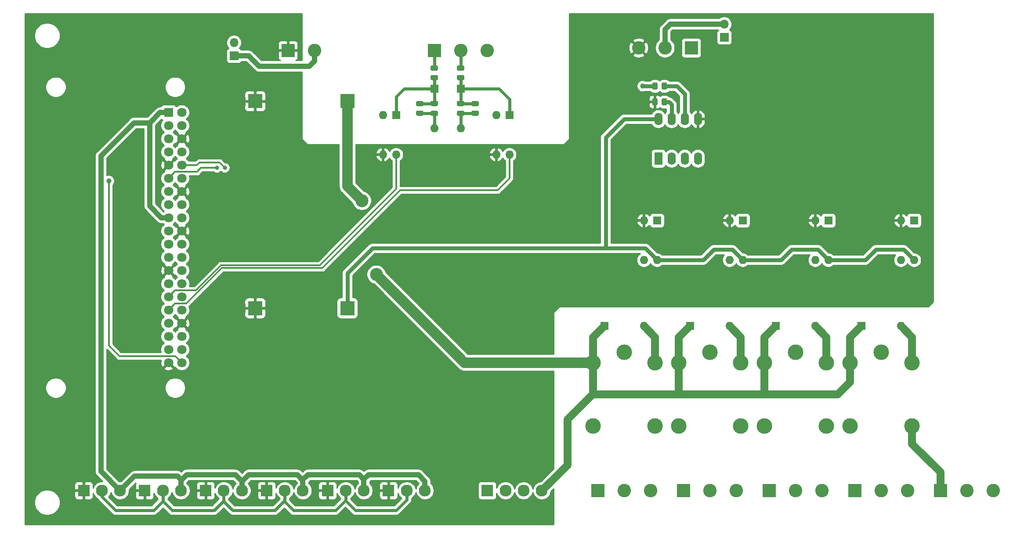
<source format=gbr>
%TF.GenerationSoftware,KiCad,Pcbnew,(5.1.10)-1*%
%TF.CreationDate,2021-11-14T18:54:03+01:00*%
%TF.ProjectId,RPi_ControllerBoard,5250695f-436f-46e7-9472-6f6c6c657242,01*%
%TF.SameCoordinates,Original*%
%TF.FileFunction,Copper,L2,Bot*%
%TF.FilePolarity,Positive*%
%FSLAX46Y46*%
G04 Gerber Fmt 4.6, Leading zero omitted, Abs format (unit mm)*
G04 Created by KiCad (PCBNEW (5.1.10)-1) date 2021-11-14 18:54:03*
%MOMM*%
%LPD*%
G01*
G04 APERTURE LIST*
%TA.AperFunction,ComponentPad*%
%ADD10O,1.600000X1.600000*%
%TD*%
%TA.AperFunction,ComponentPad*%
%ADD11R,1.600000X1.600000*%
%TD*%
%TA.AperFunction,ComponentPad*%
%ADD12R,2.600000X2.600000*%
%TD*%
%TA.AperFunction,ComponentPad*%
%ADD13C,2.600000*%
%TD*%
%TA.AperFunction,ComponentPad*%
%ADD14C,2.300000*%
%TD*%
%TA.AperFunction,ComponentPad*%
%ADD15R,2.300000X2.300000*%
%TD*%
%TA.AperFunction,ComponentPad*%
%ADD16R,1.700000X1.700000*%
%TD*%
%TA.AperFunction,ComponentPad*%
%ADD17O,1.700000X1.700000*%
%TD*%
%TA.AperFunction,ComponentPad*%
%ADD18C,3.000000*%
%TD*%
%TA.AperFunction,ComponentPad*%
%ADD19R,2.800000X2.800000*%
%TD*%
%TA.AperFunction,ComponentPad*%
%ADD20R,1.800000X1.800000*%
%TD*%
%TA.AperFunction,ComponentPad*%
%ADD21C,1.800000*%
%TD*%
%TA.AperFunction,ComponentPad*%
%ADD22R,1.600000X2.400000*%
%TD*%
%TA.AperFunction,ComponentPad*%
%ADD23O,1.600000X2.400000*%
%TD*%
%TA.AperFunction,ViaPad*%
%ADD24C,1.000000*%
%TD*%
%TA.AperFunction,ViaPad*%
%ADD25C,0.800000*%
%TD*%
%TA.AperFunction,ViaPad*%
%ADD26C,2.500000*%
%TD*%
%TA.AperFunction,Conductor*%
%ADD27C,0.600000*%
%TD*%
%TA.AperFunction,Conductor*%
%ADD28C,1.000000*%
%TD*%
%TA.AperFunction,Conductor*%
%ADD29C,0.800000*%
%TD*%
%TA.AperFunction,Conductor*%
%ADD30C,1.500000*%
%TD*%
%TA.AperFunction,Conductor*%
%ADD31C,2.000000*%
%TD*%
%TA.AperFunction,Conductor*%
%ADD32C,0.300000*%
%TD*%
%TA.AperFunction,Conductor*%
%ADD33C,0.254000*%
%TD*%
%TA.AperFunction,Conductor*%
%ADD34C,0.100000*%
%TD*%
G04 APERTURE END LIST*
%TO.P,C2,2*%
%TO.N,Net-(C2-Pad2)*%
%TA.AperFunction,SMDPad,CuDef*%
G36*
G01*
X132809000Y-64320000D02*
X131859000Y-64320000D01*
G75*
G02*
X131609000Y-64070000I0J250000D01*
G01*
X131609000Y-63570000D01*
G75*
G02*
X131859000Y-63320000I250000J0D01*
G01*
X132809000Y-63320000D01*
G75*
G02*
X133059000Y-63570000I0J-250000D01*
G01*
X133059000Y-64070000D01*
G75*
G02*
X132809000Y-64320000I-250000J0D01*
G01*
G37*
%TD.AperFunction*%
%TO.P,C2,1*%
%TO.N,Net-(C2-Pad1)*%
%TA.AperFunction,SMDPad,CuDef*%
G36*
G01*
X132809000Y-66220000D02*
X131859000Y-66220000D01*
G75*
G02*
X131609000Y-65970000I0J250000D01*
G01*
X131609000Y-65470000D01*
G75*
G02*
X131859000Y-65220000I250000J0D01*
G01*
X132809000Y-65220000D01*
G75*
G02*
X133059000Y-65470000I0J-250000D01*
G01*
X133059000Y-65970000D01*
G75*
G02*
X132809000Y-66220000I-250000J0D01*
G01*
G37*
%TD.AperFunction*%
%TD*%
%TO.P,C4,1*%
%TO.N,Net-(C2-Pad1)*%
%TA.AperFunction,SMDPad,CuDef*%
G36*
G01*
X137889000Y-66220000D02*
X136939000Y-66220000D01*
G75*
G02*
X136689000Y-65970000I0J250000D01*
G01*
X136689000Y-65470000D01*
G75*
G02*
X136939000Y-65220000I250000J0D01*
G01*
X137889000Y-65220000D01*
G75*
G02*
X138139000Y-65470000I0J-250000D01*
G01*
X138139000Y-65970000D01*
G75*
G02*
X137889000Y-66220000I-250000J0D01*
G01*
G37*
%TD.AperFunction*%
%TO.P,C4,2*%
%TO.N,Net-(C4-Pad2)*%
%TA.AperFunction,SMDPad,CuDef*%
G36*
G01*
X137889000Y-64320000D02*
X136939000Y-64320000D01*
G75*
G02*
X136689000Y-64070000I0J250000D01*
G01*
X136689000Y-63570000D01*
G75*
G02*
X136939000Y-63320000I250000J0D01*
G01*
X137889000Y-63320000D01*
G75*
G02*
X138139000Y-63570000I0J-250000D01*
G01*
X138139000Y-64070000D01*
G75*
G02*
X137889000Y-64320000I-250000J0D01*
G01*
G37*
%TD.AperFunction*%
%TD*%
D10*
%TO.P,D2,2*%
%TO.N,Net-(C2-Pad1)*%
X132334000Y-68580000D03*
D11*
%TO.P,D2,1*%
%TO.N,Net-(C2-Pad2)*%
X132334000Y-60960000D03*
%TD*%
%TO.P,D3,1*%
%TO.N,Net-(C4-Pad2)*%
X137414000Y-60960000D03*
D10*
%TO.P,D3,2*%
%TO.N,Net-(C2-Pad1)*%
X137414000Y-68580000D03*
%TD*%
D11*
%TO.P,D10,1*%
%TO.N,+24V*%
X165100000Y-106680000D03*
D10*
%TO.P,D10,2*%
%TO.N,Net-(D10-Pad2)*%
X172720000Y-106680000D03*
%TD*%
%TO.P,D11,2*%
%TO.N,Net-(D11-Pad2)*%
X189230000Y-106680000D03*
D11*
%TO.P,D11,1*%
%TO.N,+24V*%
X181610000Y-106680000D03*
%TD*%
D10*
%TO.P,D12,2*%
%TO.N,Net-(D12-Pad2)*%
X205740000Y-106680000D03*
D11*
%TO.P,D12,1*%
%TO.N,+24V*%
X198120000Y-106680000D03*
%TD*%
%TO.P,D13,1*%
%TO.N,+24V*%
X214630000Y-106680000D03*
D10*
%TO.P,D13,2*%
%TO.N,Net-(D13-Pad2)*%
X222250000Y-106680000D03*
%TD*%
D12*
%TO.P,J1,1*%
%TO.N,Earth*%
X104140000Y-53594000D03*
D13*
%TO.P,J1,2*%
%TO.N,+24V*%
X109220000Y-53594000D03*
%TD*%
D14*
%TO.P,J2,3*%
%TO.N,+3V3*%
X71770000Y-138430000D03*
%TO.P,J2,2*%
%TO.N,Net-(J2-Pad2)*%
X68270000Y-138430000D03*
D15*
%TO.P,J2,1*%
%TO.N,Earth*%
X64770000Y-138430000D03*
%TD*%
%TO.P,J3,1*%
%TO.N,Earth*%
X76510000Y-138430000D03*
D14*
%TO.P,J3,2*%
%TO.N,Net-(J2-Pad2)*%
X80010000Y-138430000D03*
%TO.P,J3,3*%
%TO.N,+3V3*%
X83510000Y-138430000D03*
%TD*%
%TO.P,J4,3*%
%TO.N,+3V3*%
X95265000Y-138430000D03*
%TO.P,J4,2*%
%TO.N,Net-(J2-Pad2)*%
X91765000Y-138430000D03*
D15*
%TO.P,J4,1*%
%TO.N,Earth*%
X88265000Y-138430000D03*
%TD*%
%TO.P,J5,1*%
%TO.N,Earth*%
X100005000Y-138430000D03*
D14*
%TO.P,J5,2*%
%TO.N,Net-(J2-Pad2)*%
X103505000Y-138430000D03*
%TO.P,J5,3*%
%TO.N,+3V3*%
X107005000Y-138430000D03*
%TD*%
D15*
%TO.P,J6,1*%
%TO.N,Earth*%
X111760000Y-138430000D03*
D14*
%TO.P,J6,2*%
%TO.N,Net-(J2-Pad2)*%
X115260000Y-138430000D03*
%TO.P,J6,3*%
%TO.N,+3V3*%
X118760000Y-138430000D03*
%TD*%
D12*
%TO.P,J7,1*%
%TO.N,Net-(J7-Pad1)*%
X132334000Y-53594000D03*
D13*
%TO.P,J7,2*%
%TO.N,Net-(J7-Pad2)*%
X137414000Y-53594000D03*
%TO.P,J7,3*%
%TO.N,Net-(C2-Pad1)*%
X142494000Y-53594000D03*
%TD*%
D14*
%TO.P,J8,3*%
%TO.N,+3V3*%
X130525000Y-138430000D03*
%TO.P,J8,2*%
%TO.N,Net-(J2-Pad2)*%
X127025000Y-138430000D03*
D15*
%TO.P,J8,1*%
%TO.N,Earth*%
X123525000Y-138430000D03*
%TD*%
D16*
%TO.P,J9,1*%
%TO.N,+24V*%
X93726000Y-54610000D03*
D17*
%TO.P,J9,2*%
%TO.N,Net-(J9-Pad2)*%
X93726000Y-52070000D03*
%TD*%
D15*
%TO.P,J10,1*%
%TO.N,Net-(J10-Pad1)*%
X142550000Y-138430000D03*
D14*
%TO.P,J10,2*%
%TO.N,Net-(J10-Pad2)*%
X146050000Y-138430000D03*
%TO.P,J10,3*%
%TO.N,Net-(J10-Pad3)*%
X149550000Y-138430000D03*
%TO.P,J10,4*%
%TO.N,+24V*%
X153050000Y-138430000D03*
%TD*%
D13*
%TO.P,J11,3*%
%TO.N,Net-(J11-Pad3)*%
X173990000Y-138430000D03*
%TO.P,J11,2*%
%TO.N,Net-(J11-Pad2)*%
X168910000Y-138430000D03*
D12*
%TO.P,J11,1*%
%TO.N,Net-(J11-Pad1)*%
X163830000Y-138430000D03*
%TD*%
%TO.P,J12,1*%
%TO.N,Net-(J12-Pad1)*%
X180340000Y-138430000D03*
D13*
%TO.P,J12,2*%
%TO.N,Net-(J12-Pad2)*%
X185420000Y-138430000D03*
%TO.P,J12,3*%
%TO.N,Net-(J12-Pad3)*%
X190500000Y-138430000D03*
%TD*%
%TO.P,J13,3*%
%TO.N,Net-(J13-Pad3)*%
X207010000Y-138430000D03*
%TO.P,J13,2*%
%TO.N,Net-(J13-Pad2)*%
X201930000Y-138430000D03*
D12*
%TO.P,J13,1*%
%TO.N,Net-(J13-Pad1)*%
X196850000Y-138430000D03*
%TD*%
%TO.P,J14,1*%
%TO.N,Net-(J14-Pad1)*%
X213360000Y-138430000D03*
D13*
%TO.P,J14,2*%
%TO.N,Net-(J14-Pad2)*%
X218440000Y-138430000D03*
%TO.P,J14,3*%
%TO.N,Net-(J14-Pad3)*%
X223520000Y-138430000D03*
%TD*%
%TO.P,J15,3*%
%TO.N,Net-(J14-Pad3)*%
X240030000Y-138430000D03*
%TO.P,J15,2*%
%TO.N,Net-(J14-Pad2)*%
X234950000Y-138430000D03*
D12*
%TO.P,J15,1*%
%TO.N,Net-(J15-Pad1)*%
X229870000Y-138430000D03*
%TD*%
D18*
%TO.P,K1,11*%
%TO.N,Net-(J11-Pad2)*%
X168910000Y-111760000D03*
%TO.P,K1,A2*%
%TO.N,Net-(D10-Pad2)*%
X174910000Y-113760000D03*
%TO.P,K1,12*%
%TO.N,Net-(J11-Pad3)*%
X174910000Y-125960000D03*
%TO.P,K1,14*%
%TO.N,Net-(J11-Pad1)*%
X162910000Y-125960000D03*
%TO.P,K1,A1*%
%TO.N,+24V*%
X162910000Y-113760000D03*
%TD*%
%TO.P,K2,11*%
%TO.N,Net-(J12-Pad2)*%
X185420000Y-111760000D03*
%TO.P,K2,A2*%
%TO.N,Net-(D11-Pad2)*%
X191420000Y-113760000D03*
%TO.P,K2,12*%
%TO.N,Net-(J12-Pad3)*%
X191420000Y-125960000D03*
%TO.P,K2,14*%
%TO.N,Net-(J12-Pad1)*%
X179420000Y-125960000D03*
%TO.P,K2,A1*%
%TO.N,+24V*%
X179420000Y-113760000D03*
%TD*%
%TO.P,K3,A1*%
%TO.N,+24V*%
X195930000Y-113760000D03*
%TO.P,K3,14*%
%TO.N,Net-(J13-Pad1)*%
X195930000Y-125960000D03*
%TO.P,K3,12*%
%TO.N,Net-(J13-Pad3)*%
X207930000Y-125960000D03*
%TO.P,K3,A2*%
%TO.N,Net-(D12-Pad2)*%
X207930000Y-113760000D03*
%TO.P,K3,11*%
%TO.N,Net-(J13-Pad2)*%
X201930000Y-111760000D03*
%TD*%
%TO.P,K4,A1*%
%TO.N,+24V*%
X212440000Y-113760000D03*
%TO.P,K4,14*%
%TO.N,N/C*%
X212440000Y-125960000D03*
%TO.P,K4,12*%
%TO.N,Net-(J15-Pad1)*%
X224440000Y-125960000D03*
%TO.P,K4,A2*%
%TO.N,Net-(D13-Pad2)*%
X224440000Y-113760000D03*
%TO.P,K4,11*%
%TO.N,Net-(J14-Pad1)*%
X218440000Y-111760000D03*
%TD*%
%TO.P,R3,2*%
%TO.N,Net-(J7-Pad1)*%
%TA.AperFunction,SMDPad,CuDef*%
G36*
G01*
X132784001Y-57512000D02*
X131883999Y-57512000D01*
G75*
G02*
X131634000Y-57262001I0J249999D01*
G01*
X131634000Y-56736999D01*
G75*
G02*
X131883999Y-56487000I249999J0D01*
G01*
X132784001Y-56487000D01*
G75*
G02*
X133034000Y-56736999I0J-249999D01*
G01*
X133034000Y-57262001D01*
G75*
G02*
X132784001Y-57512000I-249999J0D01*
G01*
G37*
%TD.AperFunction*%
%TO.P,R3,1*%
%TO.N,Net-(C2-Pad2)*%
%TA.AperFunction,SMDPad,CuDef*%
G36*
G01*
X132784001Y-59337000D02*
X131883999Y-59337000D01*
G75*
G02*
X131634000Y-59087001I0J249999D01*
G01*
X131634000Y-58561999D01*
G75*
G02*
X131883999Y-58312000I249999J0D01*
G01*
X132784001Y-58312000D01*
G75*
G02*
X133034000Y-58561999I0J-249999D01*
G01*
X133034000Y-59087001D01*
G75*
G02*
X132784001Y-59337000I-249999J0D01*
G01*
G37*
%TD.AperFunction*%
%TD*%
%TO.P,R4,1*%
%TO.N,Net-(C4-Pad2)*%
%TA.AperFunction,SMDPad,CuDef*%
G36*
G01*
X137864001Y-59337000D02*
X136963999Y-59337000D01*
G75*
G02*
X136714000Y-59087001I0J249999D01*
G01*
X136714000Y-58561999D01*
G75*
G02*
X136963999Y-58312000I249999J0D01*
G01*
X137864001Y-58312000D01*
G75*
G02*
X138114000Y-58561999I0J-249999D01*
G01*
X138114000Y-59087001D01*
G75*
G02*
X137864001Y-59337000I-249999J0D01*
G01*
G37*
%TD.AperFunction*%
%TO.P,R4,2*%
%TO.N,Net-(J7-Pad2)*%
%TA.AperFunction,SMDPad,CuDef*%
G36*
G01*
X137864001Y-57512000D02*
X136963999Y-57512000D01*
G75*
G02*
X136714000Y-57262001I0J249999D01*
G01*
X136714000Y-56736999D01*
G75*
G02*
X136963999Y-56487000I249999J0D01*
G01*
X137864001Y-56487000D01*
G75*
G02*
X138114000Y-56736999I0J-249999D01*
G01*
X138114000Y-57262001D01*
G75*
G02*
X137864001Y-57512000I-249999J0D01*
G01*
G37*
%TD.AperFunction*%
%TD*%
%TO.P,R7,1*%
%TO.N,Net-(C2-Pad2)*%
%TA.AperFunction,SMDPad,CuDef*%
G36*
G01*
X129089999Y-63345000D02*
X129990001Y-63345000D01*
G75*
G02*
X130240000Y-63594999I0J-249999D01*
G01*
X130240000Y-64120001D01*
G75*
G02*
X129990001Y-64370000I-249999J0D01*
G01*
X129089999Y-64370000D01*
G75*
G02*
X128840000Y-64120001I0J249999D01*
G01*
X128840000Y-63594999D01*
G75*
G02*
X129089999Y-63345000I249999J0D01*
G01*
G37*
%TD.AperFunction*%
%TO.P,R7,2*%
%TO.N,Net-(C2-Pad1)*%
%TA.AperFunction,SMDPad,CuDef*%
G36*
G01*
X129089999Y-65170000D02*
X129990001Y-65170000D01*
G75*
G02*
X130240000Y-65419999I0J-249999D01*
G01*
X130240000Y-65945001D01*
G75*
G02*
X129990001Y-66195000I-249999J0D01*
G01*
X129089999Y-66195000D01*
G75*
G02*
X128840000Y-65945001I0J249999D01*
G01*
X128840000Y-65419999D01*
G75*
G02*
X129089999Y-65170000I249999J0D01*
G01*
G37*
%TD.AperFunction*%
%TD*%
%TO.P,R8,2*%
%TO.N,Net-(C2-Pad1)*%
%TA.AperFunction,SMDPad,CuDef*%
G36*
G01*
X139757999Y-65170000D02*
X140658001Y-65170000D01*
G75*
G02*
X140908000Y-65419999I0J-249999D01*
G01*
X140908000Y-65945001D01*
G75*
G02*
X140658001Y-66195000I-249999J0D01*
G01*
X139757999Y-66195000D01*
G75*
G02*
X139508000Y-65945001I0J249999D01*
G01*
X139508000Y-65419999D01*
G75*
G02*
X139757999Y-65170000I249999J0D01*
G01*
G37*
%TD.AperFunction*%
%TO.P,R8,1*%
%TO.N,Net-(C4-Pad2)*%
%TA.AperFunction,SMDPad,CuDef*%
G36*
G01*
X139757999Y-63345000D02*
X140658001Y-63345000D01*
G75*
G02*
X140908000Y-63594999I0J-249999D01*
G01*
X140908000Y-64120001D01*
G75*
G02*
X140658001Y-64370000I-249999J0D01*
G01*
X139757999Y-64370000D01*
G75*
G02*
X139508000Y-64120001I0J249999D01*
G01*
X139508000Y-63594999D01*
G75*
G02*
X139757999Y-63345000I249999J0D01*
G01*
G37*
%TD.AperFunction*%
%TD*%
D19*
%TO.P,U1,1*%
%TO.N,+24V*%
X115570000Y-63362000D03*
%TO.P,U1,2*%
%TO.N,Earth*%
X97790000Y-63362000D03*
%TO.P,U1,3*%
%TO.N,+5V*%
X115570000Y-103262000D03*
%TO.P,U1,4*%
%TO.N,Earth*%
X97790000Y-103262000D03*
%TD*%
D20*
%TO.P,U2,1*%
%TO.N,+3V3*%
X81110000Y-65520000D03*
D21*
%TO.P,U2,2*%
%TO.N,+5V*%
X83650000Y-65520000D03*
%TO.P,U2,3*%
%TO.N,N/C*%
X81110000Y-68060000D03*
%TO.P,U2,4*%
%TO.N,+5V*%
X83650000Y-68060000D03*
%TO.P,U2,5*%
%TO.N,N/C*%
X81110000Y-70600000D03*
%TO.P,U2,6*%
%TO.N,Earth*%
X83650000Y-70600000D03*
%TO.P,U2,7*%
%TO.N,OW*%
X81110000Y-73140000D03*
%TO.P,U2,8*%
%TO.N,TXD*%
X83650000Y-73140000D03*
%TO.P,U2,9*%
%TO.N,Earth*%
X81110000Y-75680000D03*
%TO.P,U2,10*%
%TO.N,RXD*%
X83650000Y-75680000D03*
%TO.P,U2,11*%
%TO.N,TXE*%
X81110000Y-78220000D03*
%TO.P,U2,12*%
%TO.N,RELAY_4*%
X83650000Y-78220000D03*
%TO.P,U2,13*%
%TO.N,N/C*%
X81110000Y-80760000D03*
%TO.P,U2,14*%
%TO.N,Earth*%
X83650000Y-80760000D03*
%TO.P,U2,15*%
%TO.N,N/C*%
X81110000Y-83300000D03*
%TO.P,U2,16*%
%TO.N,RELAY_3*%
X83650000Y-83300000D03*
%TO.P,U2,17*%
%TO.N,+3V3*%
X81110000Y-85840000D03*
%TO.P,U2,18*%
%TO.N,RELAY_2*%
X83650000Y-85840000D03*
%TO.P,U2,19*%
%TO.N,N/C*%
X81110000Y-88380000D03*
%TO.P,U2,20*%
%TO.N,Earth*%
X83650000Y-88380000D03*
%TO.P,U2,21*%
%TO.N,N/C*%
X81110000Y-90920000D03*
%TO.P,U2,22*%
%TO.N,RELAY_1*%
X83650000Y-90920000D03*
%TO.P,U2,23*%
%TO.N,N/C*%
X81110000Y-93460000D03*
%TO.P,U2,24*%
X83650000Y-93460000D03*
%TO.P,U2,25*%
%TO.N,Earth*%
X81110000Y-96000000D03*
%TO.P,U2,26*%
%TO.N,N/C*%
X83650000Y-96000000D03*
%TO.P,U2,27*%
X81110000Y-98540000D03*
%TO.P,U2,28*%
X83650000Y-98540000D03*
%TO.P,U2,29*%
%TO.N,DI_1*%
X81110000Y-101080000D03*
%TO.P,U2,30*%
%TO.N,Earth*%
X83650000Y-101080000D03*
%TO.P,U2,31*%
%TO.N,DI_2*%
X81110000Y-103620000D03*
%TO.P,U2,32*%
%TO.N,G_CH*%
X83650000Y-103620000D03*
%TO.P,U2,33*%
%TO.N,N/C*%
X81110000Y-106160000D03*
%TO.P,U2,34*%
%TO.N,Earth*%
X83650000Y-106160000D03*
%TO.P,U2,35*%
%TO.N,N/C*%
X81110000Y-108700000D03*
%TO.P,U2,36*%
%TO.N,R_CH*%
X83650000Y-108700000D03*
%TO.P,U2,37*%
%TO.N,N/C*%
X81110000Y-111240000D03*
%TO.P,U2,38*%
%TO.N,B_CH*%
X83650000Y-111240000D03*
%TO.P,U2,39*%
%TO.N,Earth*%
X81110000Y-113780000D03*
%TO.P,U2,40*%
%TO.N,FAN*%
X83650000Y-113780000D03*
%TD*%
D10*
%TO.P,U3,4*%
%TO.N,DI_1*%
X124968000Y-73660000D03*
%TO.P,U3,2*%
%TO.N,Net-(D4-Pad2)*%
X122428000Y-66040000D03*
%TO.P,U3,3*%
%TO.N,Earth*%
X122428000Y-73660000D03*
D11*
%TO.P,U3,1*%
%TO.N,Net-(C2-Pad2)*%
X124968000Y-66040000D03*
%TD*%
%TO.P,U4,1*%
%TO.N,Net-(C4-Pad2)*%
X146812000Y-66040000D03*
D10*
%TO.P,U4,3*%
%TO.N,Earth*%
X144272000Y-73660000D03*
%TO.P,U4,2*%
%TO.N,Net-(D5-Pad2)*%
X144272000Y-66040000D03*
%TO.P,U4,4*%
%TO.N,DI_2*%
X146812000Y-73660000D03*
%TD*%
D11*
%TO.P,U5,1*%
%TO.N,Net-(R21-Pad1)*%
X175260000Y-86360000D03*
D10*
%TO.P,U5,3*%
%TO.N,Net-(R25-Pad2)*%
X172720000Y-93980000D03*
%TO.P,U5,2*%
%TO.N,Earth*%
X172720000Y-86360000D03*
%TO.P,U5,4*%
%TO.N,+5V*%
X175260000Y-93980000D03*
%TD*%
%TO.P,U6,4*%
%TO.N,+5V*%
X191770000Y-93980000D03*
%TO.P,U6,2*%
%TO.N,Earth*%
X189230000Y-86360000D03*
%TO.P,U6,3*%
%TO.N,Net-(R26-Pad2)*%
X189230000Y-93980000D03*
D11*
%TO.P,U6,1*%
%TO.N,Net-(R22-Pad1)*%
X191770000Y-86360000D03*
%TD*%
D10*
%TO.P,U7,4*%
%TO.N,+5V*%
X208280000Y-93980000D03*
%TO.P,U7,2*%
%TO.N,Earth*%
X205740000Y-86360000D03*
%TO.P,U7,3*%
%TO.N,Net-(R27-Pad2)*%
X205740000Y-93980000D03*
D11*
%TO.P,U7,1*%
%TO.N,Net-(R23-Pad1)*%
X208280000Y-86360000D03*
%TD*%
%TO.P,U8,1*%
%TO.N,Net-(R24-Pad1)*%
X224790000Y-86360000D03*
D10*
%TO.P,U8,3*%
%TO.N,Net-(R28-Pad2)*%
X222250000Y-93980000D03*
%TO.P,U8,2*%
%TO.N,Earth*%
X222250000Y-86360000D03*
%TO.P,U8,4*%
%TO.N,+5V*%
X224790000Y-93980000D03*
%TD*%
D16*
%TO.P,J16,1*%
%TO.N,Net-(J16-Pad1)*%
X188214000Y-51054000D03*
D17*
%TO.P,J16,2*%
%TO.N,Net-(J16-Pad2)*%
X188214000Y-48514000D03*
%TD*%
D12*
%TO.P,J17,1*%
%TO.N,Net-(J17-Pad1)*%
X181864000Y-53086000D03*
D13*
%TO.P,J17,2*%
%TO.N,Net-(J16-Pad2)*%
X176784000Y-53086000D03*
%TO.P,J17,3*%
%TO.N,Earth*%
X171704000Y-53086000D03*
%TD*%
%TO.P,R6,1*%
%TO.N,+5V*%
%TA.AperFunction,SMDPad,CuDef*%
G36*
G01*
X174343000Y-60902001D02*
X174343000Y-60001999D01*
G75*
G02*
X174592999Y-59752000I249999J0D01*
G01*
X175118001Y-59752000D01*
G75*
G02*
X175368000Y-60001999I0J-249999D01*
G01*
X175368000Y-60902001D01*
G75*
G02*
X175118001Y-61152000I-249999J0D01*
G01*
X174592999Y-61152000D01*
G75*
G02*
X174343000Y-60902001I0J249999D01*
G01*
G37*
%TD.AperFunction*%
%TO.P,R6,2*%
%TO.N,Net-(J17-Pad1)*%
%TA.AperFunction,SMDPad,CuDef*%
G36*
G01*
X176168000Y-60902001D02*
X176168000Y-60001999D01*
G75*
G02*
X176417999Y-59752000I249999J0D01*
G01*
X176943001Y-59752000D01*
G75*
G02*
X177193000Y-60001999I0J-249999D01*
G01*
X177193000Y-60902001D01*
G75*
G02*
X176943001Y-61152000I-249999J0D01*
G01*
X176417999Y-61152000D01*
G75*
G02*
X176168000Y-60902001I0J249999D01*
G01*
G37*
%TD.AperFunction*%
%TD*%
%TO.P,R10,2*%
%TO.N,Earth*%
%TA.AperFunction,SMDPad,CuDef*%
G36*
G01*
X175368000Y-63049999D02*
X175368000Y-63950001D01*
G75*
G02*
X175118001Y-64200000I-249999J0D01*
G01*
X174592999Y-64200000D01*
G75*
G02*
X174343000Y-63950001I0J249999D01*
G01*
X174343000Y-63049999D01*
G75*
G02*
X174592999Y-62800000I249999J0D01*
G01*
X175118001Y-62800000D01*
G75*
G02*
X175368000Y-63049999I0J-249999D01*
G01*
G37*
%TD.AperFunction*%
%TO.P,R10,1*%
%TO.N,Net-(J16-Pad2)*%
%TA.AperFunction,SMDPad,CuDef*%
G36*
G01*
X177193000Y-63049999D02*
X177193000Y-63950001D01*
G75*
G02*
X176943001Y-64200000I-249999J0D01*
G01*
X176417999Y-64200000D01*
G75*
G02*
X176168000Y-63950001I0J249999D01*
G01*
X176168000Y-63049999D01*
G75*
G02*
X176417999Y-62800000I249999J0D01*
G01*
X176943001Y-62800000D01*
G75*
G02*
X177193000Y-63049999I0J-249999D01*
G01*
G37*
%TD.AperFunction*%
%TD*%
D22*
%TO.P,U9,1*%
%TO.N,RXD*%
X175514000Y-74422000D03*
D23*
%TO.P,U9,5*%
%TO.N,Earth*%
X183134000Y-66802000D03*
%TO.P,U9,2*%
%TO.N,TXE*%
X178054000Y-74422000D03*
%TO.P,U9,6*%
%TO.N,Net-(J17-Pad1)*%
X180594000Y-66802000D03*
%TO.P,U9,3*%
%TO.N,TXE*%
X180594000Y-74422000D03*
%TO.P,U9,7*%
%TO.N,Net-(J16-Pad2)*%
X178054000Y-66802000D03*
%TO.P,U9,4*%
%TO.N,TXD*%
X183134000Y-74422000D03*
%TO.P,U9,8*%
%TO.N,+5V*%
X175514000Y-66802000D03*
%TD*%
D24*
%TO.N,Earth*%
X186690000Y-86360000D03*
X219456000Y-86360000D03*
X202946000Y-86360000D03*
X169926000Y-86360000D03*
X169926000Y-95250000D03*
X186436000Y-95250000D03*
X202946000Y-95250000D03*
X219456000Y-95250000D03*
X220234000Y-101870000D03*
X203708000Y-101854000D03*
X187198000Y-101854000D03*
X170688000Y-101854000D03*
D25*
X143764000Y-120142000D03*
X148844000Y-120142000D03*
X154178000Y-120142000D03*
X150876000Y-121666000D03*
X148844000Y-121666000D03*
X145796000Y-121666000D03*
X143764000Y-121666000D03*
X144780000Y-122936000D03*
X149860000Y-122936000D03*
X154178000Y-122936000D03*
X154178000Y-121666000D03*
X143510000Y-128270000D03*
X148590000Y-128270000D03*
X143510000Y-131826000D03*
X148590000Y-131826000D03*
X143510000Y-133858000D03*
X148590000Y-133858000D03*
X144272000Y-135636000D03*
X147828000Y-135636000D03*
X154178000Y-128270000D03*
X154178000Y-131826000D03*
X154178000Y-133858000D03*
X147828000Y-143764000D03*
X144272000Y-143764000D03*
X130556000Y-143764000D03*
X123444000Y-143764000D03*
X119126000Y-143764000D03*
X111760000Y-143764000D03*
X106934000Y-143764000D03*
X100076000Y-143764000D03*
X95250000Y-143764000D03*
X88392000Y-143764000D03*
X83566000Y-143764000D03*
X76454000Y-143764000D03*
X71882000Y-143764000D03*
X64770000Y-143764000D03*
X135890000Y-143764000D03*
X135890000Y-138430000D03*
X135890000Y-133858000D03*
X135890000Y-128270000D03*
X135890000Y-120142000D03*
X135890000Y-124968000D03*
X129286000Y-120142000D03*
X121412000Y-120142000D03*
X113284000Y-120142000D03*
X106172000Y-120142000D03*
X99314000Y-120142000D03*
X94996000Y-120142000D03*
X91440000Y-115824000D03*
X91440000Y-113030000D03*
X87376000Y-112776000D03*
X91186000Y-47498000D03*
X85598000Y-47498000D03*
X80772000Y-47498000D03*
X75438000Y-47498000D03*
X69596000Y-47498000D03*
X64516000Y-47498000D03*
X54610000Y-55880000D03*
X54610000Y-61722000D03*
X54610000Y-68326000D03*
X54610000Y-74422000D03*
X54610000Y-80772000D03*
X54610000Y-87376000D03*
X54610000Y-94488000D03*
X54610000Y-102362000D03*
X54610000Y-109728000D03*
X54610000Y-117094000D03*
X54610000Y-124460000D03*
X54610000Y-132080000D03*
X93980000Y-70866000D03*
X93980000Y-77470000D03*
X93980000Y-83312000D03*
X93980000Y-99060000D03*
X93980000Y-102616000D03*
X93980000Y-60452000D03*
X91186000Y-65532000D03*
X93980000Y-90424000D03*
X86868000Y-82296000D03*
X86360000Y-89662000D03*
X85852000Y-94488000D03*
X85852000Y-97536000D03*
X86868000Y-106934000D03*
D24*
X171704000Y-73152000D03*
X186690000Y-68072000D03*
%TO.N,+5V*%
X172466000Y-60452000D03*
D26*
%TO.N,+24V*%
X118364000Y-82550000D03*
X121158000Y-96774000D03*
D24*
%TO.N,FAN*%
X69596000Y-78740000D03*
D25*
%TO.N,TXE*%
X90428009Y-76204009D03*
%TO.N,RXD*%
X91948000Y-76200000D03*
%TD*%
D27*
%TO.N,+3V3*%
X71770000Y-138430000D02*
X71770000Y-138318000D01*
D28*
X107005000Y-136327000D02*
X107950000Y-135382000D01*
X107950000Y-135382000D02*
X117856000Y-135382000D01*
X117856000Y-135382000D02*
X118760000Y-136286000D01*
X118760000Y-138430000D02*
X118760000Y-136286000D01*
X118760000Y-136286000D02*
X118760000Y-136256000D01*
X118760000Y-136256000D02*
X119634000Y-135382000D01*
X119634000Y-135382000D02*
X129286000Y-135382000D01*
X130525000Y-136621000D02*
X130525000Y-138430000D01*
X129286000Y-135382000D02*
X130525000Y-136621000D01*
X107005000Y-136469000D02*
X107005000Y-136327000D01*
X107005000Y-136469000D02*
X107005000Y-138430000D01*
X107005000Y-136469000D02*
X105918000Y-135382000D01*
X105918000Y-135382000D02*
X96520000Y-135382000D01*
X96520000Y-135412000D02*
X95265000Y-136667000D01*
X96520000Y-135382000D02*
X96520000Y-135412000D01*
X95265000Y-138430000D02*
X95265000Y-136667000D01*
X83510000Y-136454000D02*
X83510000Y-138430000D01*
X84582000Y-135382000D02*
X83510000Y-136454000D01*
X93980000Y-135382000D02*
X84582000Y-135382000D01*
X95265000Y-136667000D02*
X93980000Y-135382000D01*
X83510000Y-136454000D02*
X83510000Y-136342000D01*
X83510000Y-136342000D02*
X82804000Y-135636000D01*
X74564000Y-135636000D02*
X71770000Y-138430000D01*
X82804000Y-135636000D02*
X74564000Y-135636000D01*
X81110000Y-85840000D02*
X79744000Y-85840000D01*
X79744000Y-85840000D02*
X77470000Y-83566000D01*
X77470000Y-83566000D02*
X77470000Y-67540000D01*
X77470000Y-67540000D02*
X79490000Y-65520000D01*
X81110000Y-65520000D02*
X79490000Y-65520000D01*
X74446000Y-67540000D02*
X77470000Y-67540000D01*
X68072000Y-134732000D02*
X68072000Y-73914000D01*
X68072000Y-73914000D02*
X74446000Y-67540000D01*
X71770000Y-138430000D02*
X68072000Y-134732000D01*
D27*
%TO.N,Net-(C2-Pad2)*%
X132334000Y-58824500D02*
X132334000Y-60960000D01*
X132334000Y-60960000D02*
X132334000Y-63820000D01*
X129577500Y-63820000D02*
X129540000Y-63857500D01*
X132334000Y-63820000D02*
X129577500Y-63820000D01*
X124968000Y-62484000D02*
X124968000Y-66040000D01*
X126492000Y-60960000D02*
X124968000Y-62484000D01*
X132334000Y-60960000D02*
X126492000Y-60960000D01*
%TO.N,Net-(C2-Pad1)*%
X140170500Y-65720000D02*
X140208000Y-65682500D01*
X137414000Y-65720000D02*
X140170500Y-65720000D01*
X137414000Y-65720000D02*
X137414000Y-68580000D01*
X132334000Y-65720000D02*
X132334000Y-68580000D01*
X129577500Y-65720000D02*
X129540000Y-65682500D01*
X132334000Y-65720000D02*
X129577500Y-65720000D01*
D29*
%TO.N,+5V*%
X175260000Y-93980000D02*
X184150000Y-93980000D01*
X184150000Y-93980000D02*
X186182000Y-91948000D01*
X189738000Y-91948000D02*
X191770000Y-93980000D01*
X186182000Y-91948000D02*
X189738000Y-91948000D01*
X191770000Y-93980000D02*
X199136000Y-93980000D01*
X199136000Y-93980000D02*
X201168000Y-91948000D01*
X206248000Y-91948000D02*
X208280000Y-93980000D01*
X201168000Y-91948000D02*
X206248000Y-91948000D01*
X208280000Y-93980000D02*
X215392000Y-93980000D01*
X215392000Y-93980000D02*
X217424000Y-91948000D01*
X222758000Y-91948000D02*
X224790000Y-93980000D01*
X217424000Y-91948000D02*
X222758000Y-91948000D01*
X175260000Y-93980000D02*
X172974000Y-91694000D01*
X175514000Y-66802000D02*
X168910000Y-66802000D01*
X165354000Y-70358000D02*
X165354000Y-91694000D01*
X168910000Y-66802000D02*
X165354000Y-70358000D01*
X172974000Y-91694000D02*
X165354000Y-91694000D01*
X174855500Y-60452000D02*
X172466000Y-60452000D01*
X115570000Y-96520000D02*
X115570000Y-103262000D01*
X120396000Y-91694000D02*
X115570000Y-96520000D01*
X165354000Y-91694000D02*
X120396000Y-91694000D01*
D27*
%TO.N,Net-(C4-Pad2)*%
X137414000Y-58824500D02*
X137414000Y-60960000D01*
X137414000Y-60960000D02*
X137414000Y-63820000D01*
X140170500Y-63820000D02*
X140208000Y-63857500D01*
X137414000Y-63820000D02*
X140170500Y-63820000D01*
X144780000Y-60960000D02*
X137414000Y-60960000D01*
X146812000Y-62992000D02*
X144780000Y-60960000D01*
X146812000Y-66040000D02*
X146812000Y-62992000D01*
D30*
%TO.N,Net-(D12-Pad2)*%
X207930000Y-108870000D02*
X205740000Y-106680000D01*
X207930000Y-113760000D02*
X207930000Y-108870000D01*
%TO.N,Net-(D13-Pad2)*%
X224440000Y-108870000D02*
X222250000Y-106680000D01*
X224440000Y-113760000D02*
X224440000Y-108870000D01*
%TO.N,+24V*%
X212440000Y-108870000D02*
X214630000Y-106680000D01*
X212440000Y-113760000D02*
X212440000Y-108870000D01*
X195930000Y-108870000D02*
X198120000Y-106680000D01*
X195930000Y-113760000D02*
X195930000Y-108870000D01*
X179420000Y-108870000D02*
X181610000Y-106680000D01*
X179420000Y-113760000D02*
X179420000Y-108870000D01*
X162910000Y-108870000D02*
X165100000Y-106680000D01*
X162910000Y-113760000D02*
X162910000Y-108870000D01*
X212440000Y-113760000D02*
X212440000Y-117506000D01*
X212440000Y-117506000D02*
X210058000Y-119888000D01*
X179420000Y-119792000D02*
X179324000Y-119888000D01*
X179420000Y-113760000D02*
X179420000Y-119792000D01*
X195930000Y-113760000D02*
X195930000Y-119792000D01*
X195930000Y-119792000D02*
X195834000Y-119888000D01*
X195834000Y-119888000D02*
X179324000Y-119888000D01*
X210058000Y-119888000D02*
X195834000Y-119888000D01*
X162910000Y-119888000D02*
X162910000Y-113760000D01*
D31*
X147542000Y-113760000D02*
X162910000Y-113760000D01*
X147542000Y-113760000D02*
X138144000Y-113760000D01*
X138144000Y-113760000D02*
X121158000Y-96774000D01*
D30*
X155448000Y-136032000D02*
X153050000Y-138430000D01*
X157988000Y-133492000D02*
X155448000Y-136032000D01*
X157988000Y-124714000D02*
X157988000Y-133492000D01*
X162814000Y-119888000D02*
X157988000Y-124714000D01*
X179324000Y-119888000D02*
X162814000Y-119888000D01*
D31*
X115570000Y-79756000D02*
X118364000Y-82550000D01*
X115570000Y-63362000D02*
X115570000Y-79756000D01*
D28*
X96520000Y-54610000D02*
X93726000Y-54610000D01*
X109220000Y-55626000D02*
X108204000Y-56642000D01*
X98552000Y-56642000D02*
X96520000Y-54610000D01*
X108204000Y-56642000D02*
X98552000Y-56642000D01*
X109220000Y-53594000D02*
X109220000Y-55626000D01*
D30*
%TO.N,Net-(D10-Pad2)*%
X174910000Y-108870000D02*
X172720000Y-106680000D01*
X174910000Y-113760000D02*
X174910000Y-108870000D01*
%TO.N,Net-(D11-Pad2)*%
X191420000Y-108870000D02*
X189230000Y-106680000D01*
X191420000Y-113760000D02*
X191420000Y-108870000D01*
D27*
%TO.N,Net-(J2-Pad2)*%
X68270000Y-138430000D02*
X68270000Y-139644000D01*
X68270000Y-139644000D02*
X70866000Y-142240000D01*
X70866000Y-142240000D02*
X78232000Y-142240000D01*
X80010000Y-140462000D02*
X80010000Y-138430000D01*
X78232000Y-142240000D02*
X80010000Y-140462000D01*
X91765000Y-140391000D02*
X91765000Y-138430000D01*
X89916000Y-142240000D02*
X91765000Y-140391000D01*
X81788000Y-142240000D02*
X89916000Y-142240000D01*
X80010000Y-140462000D02*
X81788000Y-142240000D01*
X91765000Y-140391000D02*
X91765000Y-140533000D01*
X91765000Y-140533000D02*
X93472000Y-142240000D01*
X93472000Y-142240000D02*
X101600000Y-142240000D01*
X103505000Y-140335000D02*
X103505000Y-138430000D01*
X101600000Y-142240000D02*
X103505000Y-140335000D01*
X103505000Y-140335000D02*
X103505000Y-140589000D01*
X103505000Y-140589000D02*
X105156000Y-142240000D01*
X105156000Y-142240000D02*
X113284000Y-142240000D01*
X115260000Y-140264000D02*
X115260000Y-138430000D01*
X113284000Y-142240000D02*
X115260000Y-140264000D01*
X115260000Y-140264000D02*
X115260000Y-140406000D01*
X115260000Y-140406000D02*
X117094000Y-142240000D01*
X117094000Y-142240000D02*
X124968000Y-142240000D01*
X127025000Y-140183000D02*
X127025000Y-138430000D01*
X124968000Y-142240000D02*
X127025000Y-140183000D01*
%TO.N,Net-(J7-Pad2)*%
X137414000Y-53594000D02*
X137414000Y-56896000D01*
D30*
%TO.N,Net-(J15-Pad1)*%
X224440000Y-129444000D02*
X224440000Y-125960000D01*
X229870000Y-134874000D02*
X224440000Y-129444000D01*
X229870000Y-138430000D02*
X229870000Y-134874000D01*
D32*
%TO.N,FAN*%
X69596000Y-78740000D02*
X69596000Y-110490000D01*
X69596000Y-110490000D02*
X71628000Y-112522000D01*
X82392000Y-112522000D02*
X83650000Y-113780000D01*
X71628000Y-112522000D02*
X82392000Y-112522000D01*
%TO.N,DI_1*%
X124968000Y-73660000D02*
X124968000Y-80264000D01*
X124968000Y-80264000D02*
X110236000Y-94996000D01*
X110236000Y-94996000D02*
X91186000Y-94996000D01*
X91186000Y-94996000D02*
X86360000Y-99822000D01*
X82368000Y-99822000D02*
X81110000Y-101080000D01*
X86360000Y-99822000D02*
X82368000Y-99822000D01*
%TO.N,DI_2*%
X146812000Y-76962000D02*
X146812000Y-73660000D01*
X146812000Y-78232000D02*
X146812000Y-76962000D01*
X125730000Y-80518000D02*
X144526000Y-80518000D01*
X144526000Y-80518000D02*
X146812000Y-78232000D01*
X110744000Y-95504000D02*
X125730000Y-80518000D01*
X84527120Y-102362000D02*
X91385120Y-95504000D01*
X91385120Y-95504000D02*
X110744000Y-95504000D01*
X82368000Y-102362000D02*
X84527120Y-102362000D01*
X81110000Y-103620000D02*
X82368000Y-102362000D01*
D27*
%TO.N,Net-(J7-Pad1)*%
X132334000Y-53594000D02*
X132334000Y-56896000D01*
D28*
%TO.N,Net-(J16-Pad2)*%
X177800000Y-48514000D02*
X188214000Y-48514000D01*
X176784000Y-49530000D02*
X177800000Y-48514000D01*
X176784000Y-53086000D02*
X176784000Y-49530000D01*
D29*
X176680500Y-63500000D02*
X177546000Y-63500000D01*
X178054000Y-64008000D02*
X178054000Y-66802000D01*
X177546000Y-63500000D02*
X178054000Y-64008000D01*
%TO.N,Net-(J17-Pad1)*%
X179070000Y-60452000D02*
X180594000Y-61976000D01*
X180594000Y-61976000D02*
X180594000Y-66802000D01*
X176680500Y-60452000D02*
X179070000Y-60452000D01*
D32*
%TO.N,TXE*%
X90428009Y-76204009D02*
X87371991Y-76204009D01*
X87371991Y-76204009D02*
X86614000Y-76962000D01*
X82368000Y-76962000D02*
X81110000Y-78220000D01*
X86614000Y-76962000D02*
X82368000Y-76962000D01*
%TO.N,RXD*%
X86602000Y-75680000D02*
X83650000Y-75680000D01*
X87098000Y-75184000D02*
X86602000Y-75680000D01*
X90932000Y-75184000D02*
X87098000Y-75184000D01*
X91948000Y-76200000D02*
X90932000Y-75184000D01*
%TD*%
D33*
%TO.N,Earth*%
X106807000Y-55507000D02*
X105606717Y-55507000D01*
X105684180Y-55483502D01*
X105794494Y-55424537D01*
X105891185Y-55345185D01*
X105970537Y-55248494D01*
X106029502Y-55138180D01*
X106065812Y-55018482D01*
X106078072Y-54894000D01*
X106075000Y-53879750D01*
X105916250Y-53721000D01*
X104267000Y-53721000D01*
X104267000Y-53741000D01*
X104013000Y-53741000D01*
X104013000Y-53721000D01*
X102363750Y-53721000D01*
X102205000Y-53879750D01*
X102201928Y-54894000D01*
X102214188Y-55018482D01*
X102250498Y-55138180D01*
X102309463Y-55248494D01*
X102388815Y-55345185D01*
X102485506Y-55424537D01*
X102595820Y-55483502D01*
X102673283Y-55507000D01*
X99022132Y-55507000D01*
X97361996Y-53846865D01*
X97326449Y-53803551D01*
X97153623Y-53661716D01*
X96956447Y-53556324D01*
X96742499Y-53491423D01*
X96575752Y-53475000D01*
X96575751Y-53475000D01*
X96520000Y-53469509D01*
X96464249Y-53475000D01*
X95143683Y-53475000D01*
X95106537Y-53405506D01*
X95027185Y-53308815D01*
X94930494Y-53229463D01*
X94820180Y-53170498D01*
X94747620Y-53148487D01*
X94879475Y-53016632D01*
X95041990Y-52773411D01*
X95153932Y-52503158D01*
X95195536Y-52294000D01*
X102201928Y-52294000D01*
X102205000Y-53308250D01*
X102363750Y-53467000D01*
X104013000Y-53467000D01*
X104013000Y-51817750D01*
X104267000Y-51817750D01*
X104267000Y-53467000D01*
X105916250Y-53467000D01*
X106075000Y-53308250D01*
X106078072Y-52294000D01*
X106065812Y-52169518D01*
X106029502Y-52049820D01*
X105970537Y-51939506D01*
X105891185Y-51842815D01*
X105794494Y-51763463D01*
X105684180Y-51704498D01*
X105564482Y-51668188D01*
X105440000Y-51655928D01*
X104425750Y-51659000D01*
X104267000Y-51817750D01*
X104013000Y-51817750D01*
X103854250Y-51659000D01*
X102840000Y-51655928D01*
X102715518Y-51668188D01*
X102595820Y-51704498D01*
X102485506Y-51763463D01*
X102388815Y-51842815D01*
X102309463Y-51939506D01*
X102250498Y-52049820D01*
X102214188Y-52169518D01*
X102201928Y-52294000D01*
X95195536Y-52294000D01*
X95211000Y-52216260D01*
X95211000Y-51923740D01*
X95153932Y-51636842D01*
X95041990Y-51366589D01*
X94879475Y-51123368D01*
X94672632Y-50916525D01*
X94429411Y-50754010D01*
X94159158Y-50642068D01*
X93872260Y-50585000D01*
X93579740Y-50585000D01*
X93292842Y-50642068D01*
X93022589Y-50754010D01*
X92779368Y-50916525D01*
X92572525Y-51123368D01*
X92410010Y-51366589D01*
X92298068Y-51636842D01*
X92241000Y-51923740D01*
X92241000Y-52216260D01*
X92298068Y-52503158D01*
X92410010Y-52773411D01*
X92572525Y-53016632D01*
X92704380Y-53148487D01*
X92631820Y-53170498D01*
X92521506Y-53229463D01*
X92424815Y-53308815D01*
X92345463Y-53405506D01*
X92286498Y-53515820D01*
X92250188Y-53635518D01*
X92237928Y-53760000D01*
X92237928Y-55460000D01*
X92250188Y-55584482D01*
X92286498Y-55704180D01*
X92345463Y-55814494D01*
X92424815Y-55911185D01*
X92521506Y-55990537D01*
X92631820Y-56049502D01*
X92751518Y-56085812D01*
X92876000Y-56098072D01*
X94576000Y-56098072D01*
X94700482Y-56085812D01*
X94820180Y-56049502D01*
X94930494Y-55990537D01*
X95027185Y-55911185D01*
X95106537Y-55814494D01*
X95143683Y-55745000D01*
X96049869Y-55745000D01*
X97710009Y-57405141D01*
X97745551Y-57448449D01*
X97918377Y-57590284D01*
X98106790Y-57690992D01*
X98115553Y-57695676D01*
X98329501Y-57760577D01*
X98552000Y-57782491D01*
X98607751Y-57777000D01*
X106807000Y-57777000D01*
X106807000Y-70628000D01*
X106809440Y-70652776D01*
X106816667Y-70676601D01*
X106828403Y-70698557D01*
X106844197Y-70717803D01*
X107844197Y-71717803D01*
X107863443Y-71733597D01*
X107885399Y-71745333D01*
X107909224Y-71752560D01*
X107934000Y-71755000D01*
X113935000Y-71755000D01*
X113935001Y-79675671D01*
X113927089Y-79756000D01*
X113958658Y-80076516D01*
X114052148Y-80384714D01*
X114201965Y-80665000D01*
X114203970Y-80668752D01*
X114408287Y-80917714D01*
X114470682Y-80968920D01*
X116538985Y-83037225D01*
X116551439Y-83099834D01*
X116693534Y-83442882D01*
X116899825Y-83751618D01*
X117162382Y-84014175D01*
X117471118Y-84220466D01*
X117814166Y-84362561D01*
X118178344Y-84435000D01*
X118549656Y-84435000D01*
X118913834Y-84362561D01*
X119256882Y-84220466D01*
X119565618Y-84014175D01*
X119828175Y-83751618D01*
X120034466Y-83442882D01*
X120176561Y-83099834D01*
X120249000Y-82735656D01*
X120249000Y-82364344D01*
X120176561Y-82000166D01*
X120034466Y-81657118D01*
X119828175Y-81348382D01*
X119565618Y-81085825D01*
X119256882Y-80879534D01*
X118913834Y-80737439D01*
X118851225Y-80724985D01*
X117205000Y-79078762D01*
X117205000Y-74009040D01*
X121036091Y-74009040D01*
X121130930Y-74273881D01*
X121275615Y-74515131D01*
X121464586Y-74723519D01*
X121690580Y-74891037D01*
X121944913Y-75011246D01*
X122078961Y-75051904D01*
X122301000Y-74929915D01*
X122301000Y-73787000D01*
X121157376Y-73787000D01*
X121036091Y-74009040D01*
X117205000Y-74009040D01*
X117205000Y-73310960D01*
X121036091Y-73310960D01*
X121157376Y-73533000D01*
X122301000Y-73533000D01*
X122301000Y-72390085D01*
X122078961Y-72268096D01*
X121944913Y-72308754D01*
X121690580Y-72428963D01*
X121464586Y-72596481D01*
X121275615Y-72804869D01*
X121130930Y-73046119D01*
X121036091Y-73310960D01*
X117205000Y-73310960D01*
X117205000Y-71755000D01*
X157242000Y-71755000D01*
X157266776Y-71752560D01*
X157290601Y-71745333D01*
X157312557Y-71733597D01*
X157331803Y-71717803D01*
X158331803Y-70717803D01*
X158347597Y-70698557D01*
X158359333Y-70676601D01*
X158366560Y-70652776D01*
X158369000Y-70628000D01*
X158369000Y-64200000D01*
X173704928Y-64200000D01*
X173717188Y-64324482D01*
X173753498Y-64444180D01*
X173812463Y-64554494D01*
X173891815Y-64651185D01*
X173988506Y-64730537D01*
X174098820Y-64789502D01*
X174218518Y-64825812D01*
X174343000Y-64838072D01*
X174569750Y-64835000D01*
X174728500Y-64676250D01*
X174728500Y-63627000D01*
X173866750Y-63627000D01*
X173708000Y-63785750D01*
X173704928Y-64200000D01*
X158369000Y-64200000D01*
X158369000Y-62800000D01*
X173704928Y-62800000D01*
X173708000Y-63214250D01*
X173866750Y-63373000D01*
X174728500Y-63373000D01*
X174728500Y-62323750D01*
X174569750Y-62165000D01*
X174343000Y-62161928D01*
X174218518Y-62174188D01*
X174098820Y-62210498D01*
X173988506Y-62269463D01*
X173891815Y-62348815D01*
X173812463Y-62445506D01*
X173753498Y-62555820D01*
X173717188Y-62675518D01*
X173704928Y-62800000D01*
X158369000Y-62800000D01*
X158369000Y-54435224D01*
X170534381Y-54435224D01*
X170666317Y-54730312D01*
X171007045Y-54901159D01*
X171374557Y-55002250D01*
X171754729Y-55029701D01*
X172132951Y-54982457D01*
X172494690Y-54862333D01*
X172741683Y-54730312D01*
X172873619Y-54435224D01*
X171704000Y-53265605D01*
X170534381Y-54435224D01*
X158369000Y-54435224D01*
X158369000Y-53136729D01*
X169760299Y-53136729D01*
X169807543Y-53514951D01*
X169927667Y-53876690D01*
X170059688Y-54123683D01*
X170354776Y-54255619D01*
X171524395Y-53086000D01*
X171883605Y-53086000D01*
X173053224Y-54255619D01*
X173348312Y-54123683D01*
X173519159Y-53782955D01*
X173620250Y-53415443D01*
X173647701Y-53035271D01*
X173630232Y-52895419D01*
X174849000Y-52895419D01*
X174849000Y-53276581D01*
X174923361Y-53650419D01*
X175069225Y-54002566D01*
X175280987Y-54319491D01*
X175550509Y-54589013D01*
X175867434Y-54800775D01*
X176219581Y-54946639D01*
X176593419Y-55021000D01*
X176974581Y-55021000D01*
X177348419Y-54946639D01*
X177700566Y-54800775D01*
X178017491Y-54589013D01*
X178287013Y-54319491D01*
X178498775Y-54002566D01*
X178644639Y-53650419D01*
X178719000Y-53276581D01*
X178719000Y-52895419D01*
X178644639Y-52521581D01*
X178498775Y-52169434D01*
X178287013Y-51852509D01*
X178220504Y-51786000D01*
X179925928Y-51786000D01*
X179925928Y-54386000D01*
X179938188Y-54510482D01*
X179974498Y-54630180D01*
X180033463Y-54740494D01*
X180112815Y-54837185D01*
X180209506Y-54916537D01*
X180319820Y-54975502D01*
X180439518Y-55011812D01*
X180564000Y-55024072D01*
X183164000Y-55024072D01*
X183288482Y-55011812D01*
X183408180Y-54975502D01*
X183518494Y-54916537D01*
X183615185Y-54837185D01*
X183694537Y-54740494D01*
X183753502Y-54630180D01*
X183789812Y-54510482D01*
X183802072Y-54386000D01*
X183802072Y-51786000D01*
X183789812Y-51661518D01*
X183753502Y-51541820D01*
X183694537Y-51431506D01*
X183615185Y-51334815D01*
X183518494Y-51255463D01*
X183408180Y-51196498D01*
X183288482Y-51160188D01*
X183164000Y-51147928D01*
X180564000Y-51147928D01*
X180439518Y-51160188D01*
X180319820Y-51196498D01*
X180209506Y-51255463D01*
X180112815Y-51334815D01*
X180033463Y-51431506D01*
X179974498Y-51541820D01*
X179938188Y-51661518D01*
X179925928Y-51786000D01*
X178220504Y-51786000D01*
X178017491Y-51582987D01*
X177919000Y-51517178D01*
X177919000Y-50000131D01*
X178270132Y-49649000D01*
X187055272Y-49649000D01*
X187009506Y-49673463D01*
X186912815Y-49752815D01*
X186833463Y-49849506D01*
X186774498Y-49959820D01*
X186738188Y-50079518D01*
X186725928Y-50204000D01*
X186725928Y-51904000D01*
X186738188Y-52028482D01*
X186774498Y-52148180D01*
X186833463Y-52258494D01*
X186912815Y-52355185D01*
X187009506Y-52434537D01*
X187119820Y-52493502D01*
X187239518Y-52529812D01*
X187364000Y-52542072D01*
X189064000Y-52542072D01*
X189188482Y-52529812D01*
X189308180Y-52493502D01*
X189418494Y-52434537D01*
X189515185Y-52355185D01*
X189594537Y-52258494D01*
X189653502Y-52148180D01*
X189689812Y-52028482D01*
X189702072Y-51904000D01*
X189702072Y-50204000D01*
X189689812Y-50079518D01*
X189653502Y-49959820D01*
X189594537Y-49849506D01*
X189515185Y-49752815D01*
X189418494Y-49673463D01*
X189308180Y-49614498D01*
X189235620Y-49592487D01*
X189367475Y-49460632D01*
X189529990Y-49217411D01*
X189641932Y-48947158D01*
X189699000Y-48660260D01*
X189699000Y-48367740D01*
X189641932Y-48080842D01*
X189529990Y-47810589D01*
X189367475Y-47567368D01*
X189160632Y-47360525D01*
X188917411Y-47198010D01*
X188647158Y-47086068D01*
X188360260Y-47029000D01*
X188067740Y-47029000D01*
X187780842Y-47086068D01*
X187510589Y-47198010D01*
X187267368Y-47360525D01*
X187248893Y-47379000D01*
X177855751Y-47379000D01*
X177800000Y-47373509D01*
X177744248Y-47379000D01*
X177577501Y-47395423D01*
X177363553Y-47460324D01*
X177166377Y-47565716D01*
X176993551Y-47707551D01*
X176958008Y-47750860D01*
X176020860Y-48688009D01*
X175977552Y-48723551D01*
X175835717Y-48896377D01*
X175808574Y-48947158D01*
X175730324Y-49093554D01*
X175665423Y-49307502D01*
X175643509Y-49530000D01*
X175649001Y-49585761D01*
X175649000Y-51517177D01*
X175550509Y-51582987D01*
X175280987Y-51852509D01*
X175069225Y-52169434D01*
X174923361Y-52521581D01*
X174849000Y-52895419D01*
X173630232Y-52895419D01*
X173600457Y-52657049D01*
X173480333Y-52295310D01*
X173348312Y-52048317D01*
X173053224Y-51916381D01*
X171883605Y-53086000D01*
X171524395Y-53086000D01*
X170354776Y-51916381D01*
X170059688Y-52048317D01*
X169888841Y-52389045D01*
X169787750Y-52756557D01*
X169760299Y-53136729D01*
X158369000Y-53136729D01*
X158369000Y-51736776D01*
X170534381Y-51736776D01*
X171704000Y-52906395D01*
X172873619Y-51736776D01*
X172741683Y-51441688D01*
X172400955Y-51270841D01*
X172033443Y-51169750D01*
X171653271Y-51142299D01*
X171275049Y-51189543D01*
X170913310Y-51309667D01*
X170666317Y-51441688D01*
X170534381Y-51736776D01*
X158369000Y-51736776D01*
X158369000Y-46518606D01*
X158432606Y-46455000D01*
X228409394Y-46455000D01*
X228473000Y-46518606D01*
X228473000Y-102071394D01*
X227547394Y-102997000D01*
X156448000Y-102997000D01*
X156423224Y-102999440D01*
X156399399Y-103006667D01*
X156377443Y-103018403D01*
X156358197Y-103034197D01*
X155358197Y-104034197D01*
X155342403Y-104053443D01*
X155330667Y-104075399D01*
X155323440Y-104099224D01*
X155321000Y-104124000D01*
X155321000Y-112125000D01*
X138821240Y-112125000D01*
X122983015Y-96286777D01*
X122970561Y-96224166D01*
X122828466Y-95881118D01*
X122622175Y-95572382D01*
X122359618Y-95309825D01*
X122050882Y-95103534D01*
X121707834Y-94961439D01*
X121343656Y-94889000D01*
X120972344Y-94889000D01*
X120608166Y-94961439D01*
X120265118Y-95103534D01*
X119956382Y-95309825D01*
X119693825Y-95572382D01*
X119487534Y-95881118D01*
X119345439Y-96224166D01*
X119273000Y-96588344D01*
X119273000Y-96959656D01*
X119345439Y-97323834D01*
X119487534Y-97666882D01*
X119693825Y-97975618D01*
X119956382Y-98238175D01*
X120265118Y-98444466D01*
X120608166Y-98586561D01*
X120670777Y-98599015D01*
X136931084Y-114859324D01*
X136982286Y-114921714D01*
X137231248Y-115126031D01*
X137508570Y-115274263D01*
X137515285Y-115277852D01*
X137823483Y-115371343D01*
X138144000Y-115402911D01*
X138224322Y-115395000D01*
X155321000Y-115395000D01*
X155321000Y-134200315D01*
X154516772Y-135004543D01*
X154516766Y-135004548D01*
X152876315Y-136645000D01*
X152874193Y-136645000D01*
X152529335Y-136713596D01*
X152204485Y-136848153D01*
X151912129Y-137043500D01*
X151663500Y-137292129D01*
X151468153Y-137584485D01*
X151333596Y-137909335D01*
X151300000Y-138078235D01*
X151266404Y-137909335D01*
X151131847Y-137584485D01*
X150936500Y-137292129D01*
X150687871Y-137043500D01*
X150395515Y-136848153D01*
X150070665Y-136713596D01*
X149725807Y-136645000D01*
X149374193Y-136645000D01*
X149029335Y-136713596D01*
X148704485Y-136848153D01*
X148412129Y-137043500D01*
X148163500Y-137292129D01*
X147968153Y-137584485D01*
X147833596Y-137909335D01*
X147800000Y-138078235D01*
X147766404Y-137909335D01*
X147631847Y-137584485D01*
X147436500Y-137292129D01*
X147187871Y-137043500D01*
X146895515Y-136848153D01*
X146570665Y-136713596D01*
X146225807Y-136645000D01*
X145874193Y-136645000D01*
X145529335Y-136713596D01*
X145204485Y-136848153D01*
X144912129Y-137043500D01*
X144663500Y-137292129D01*
X144468153Y-137584485D01*
X144338072Y-137898529D01*
X144338072Y-137280000D01*
X144325812Y-137155518D01*
X144289502Y-137035820D01*
X144230537Y-136925506D01*
X144151185Y-136828815D01*
X144054494Y-136749463D01*
X143944180Y-136690498D01*
X143824482Y-136654188D01*
X143700000Y-136641928D01*
X141400000Y-136641928D01*
X141275518Y-136654188D01*
X141155820Y-136690498D01*
X141045506Y-136749463D01*
X140948815Y-136828815D01*
X140869463Y-136925506D01*
X140810498Y-137035820D01*
X140774188Y-137155518D01*
X140761928Y-137280000D01*
X140761928Y-139580000D01*
X140774188Y-139704482D01*
X140810498Y-139824180D01*
X140869463Y-139934494D01*
X140948815Y-140031185D01*
X141045506Y-140110537D01*
X141155820Y-140169502D01*
X141275518Y-140205812D01*
X141400000Y-140218072D01*
X143700000Y-140218072D01*
X143824482Y-140205812D01*
X143944180Y-140169502D01*
X144054494Y-140110537D01*
X144151185Y-140031185D01*
X144230537Y-139934494D01*
X144289502Y-139824180D01*
X144325812Y-139704482D01*
X144338072Y-139580000D01*
X144338072Y-138961471D01*
X144468153Y-139275515D01*
X144663500Y-139567871D01*
X144912129Y-139816500D01*
X145204485Y-140011847D01*
X145529335Y-140146404D01*
X145874193Y-140215000D01*
X146225807Y-140215000D01*
X146570665Y-140146404D01*
X146895515Y-140011847D01*
X147187871Y-139816500D01*
X147436500Y-139567871D01*
X147631847Y-139275515D01*
X147766404Y-138950665D01*
X147800000Y-138781765D01*
X147833596Y-138950665D01*
X147968153Y-139275515D01*
X148163500Y-139567871D01*
X148412129Y-139816500D01*
X148704485Y-140011847D01*
X149029335Y-140146404D01*
X149374193Y-140215000D01*
X149725807Y-140215000D01*
X150070665Y-140146404D01*
X150395515Y-140011847D01*
X150687871Y-139816500D01*
X150936500Y-139567871D01*
X151131847Y-139275515D01*
X151266404Y-138950665D01*
X151300000Y-138781765D01*
X151333596Y-138950665D01*
X151468153Y-139275515D01*
X151663500Y-139567871D01*
X151912129Y-139816500D01*
X152204485Y-140011847D01*
X152529335Y-140146404D01*
X152874193Y-140215000D01*
X153225807Y-140215000D01*
X153570665Y-140146404D01*
X153895515Y-140011847D01*
X154187871Y-139816500D01*
X154436500Y-139567871D01*
X154631847Y-139275515D01*
X154766404Y-138950665D01*
X154835000Y-138605807D01*
X154835000Y-138603685D01*
X155321000Y-138117685D01*
X155321000Y-144985000D01*
X53465000Y-144985000D01*
X53465000Y-140474467D01*
X55237062Y-140474467D01*
X55237062Y-140965533D01*
X55332864Y-141447163D01*
X55520787Y-141900849D01*
X55793609Y-142309155D01*
X56140845Y-142656391D01*
X56549151Y-142929213D01*
X57002837Y-143117136D01*
X57484467Y-143212938D01*
X57975533Y-143212938D01*
X58457163Y-143117136D01*
X58910849Y-142929213D01*
X59319155Y-142656391D01*
X59666391Y-142309155D01*
X59939213Y-141900849D01*
X60127136Y-141447163D01*
X60222938Y-140965533D01*
X60222938Y-140474467D01*
X60127136Y-139992837D01*
X59956134Y-139580000D01*
X62981928Y-139580000D01*
X62994188Y-139704482D01*
X63030498Y-139824180D01*
X63089463Y-139934494D01*
X63168815Y-140031185D01*
X63265506Y-140110537D01*
X63375820Y-140169502D01*
X63495518Y-140205812D01*
X63620000Y-140218072D01*
X64484250Y-140215000D01*
X64643000Y-140056250D01*
X64643000Y-138557000D01*
X63143750Y-138557000D01*
X62985000Y-138715750D01*
X62981928Y-139580000D01*
X59956134Y-139580000D01*
X59939213Y-139539151D01*
X59666391Y-139130845D01*
X59319155Y-138783609D01*
X58910849Y-138510787D01*
X58457163Y-138322864D01*
X57975533Y-138227062D01*
X57484467Y-138227062D01*
X57002837Y-138322864D01*
X56549151Y-138510787D01*
X56140845Y-138783609D01*
X55793609Y-139130845D01*
X55520787Y-139539151D01*
X55332864Y-139992837D01*
X55237062Y-140474467D01*
X53465000Y-140474467D01*
X53465000Y-137280000D01*
X62981928Y-137280000D01*
X62985000Y-138144250D01*
X63143750Y-138303000D01*
X64643000Y-138303000D01*
X64643000Y-136803750D01*
X64897000Y-136803750D01*
X64897000Y-138303000D01*
X64917000Y-138303000D01*
X64917000Y-138557000D01*
X64897000Y-138557000D01*
X64897000Y-140056250D01*
X65055750Y-140215000D01*
X65920000Y-140218072D01*
X66044482Y-140205812D01*
X66164180Y-140169502D01*
X66274494Y-140110537D01*
X66371185Y-140031185D01*
X66450537Y-139934494D01*
X66509502Y-139824180D01*
X66545812Y-139704482D01*
X66558072Y-139580000D01*
X66555854Y-138956117D01*
X66688153Y-139275515D01*
X66883500Y-139567871D01*
X67132129Y-139816500D01*
X67399437Y-139995110D01*
X67401994Y-140003540D01*
X67488815Y-140165972D01*
X67605657Y-140308344D01*
X67641336Y-140337625D01*
X70172374Y-142868664D01*
X70201656Y-142904344D01*
X70344028Y-143021186D01*
X70506460Y-143108007D01*
X70629243Y-143145253D01*
X70682707Y-143161471D01*
X70865999Y-143179524D01*
X70911931Y-143175000D01*
X78186068Y-143175000D01*
X78232000Y-143179524D01*
X78277932Y-143175000D01*
X78415292Y-143161471D01*
X78591540Y-143108007D01*
X78753972Y-143021186D01*
X78896344Y-142904344D01*
X78925630Y-142868659D01*
X80010000Y-141784289D01*
X81094370Y-142868659D01*
X81123656Y-142904344D01*
X81266028Y-143021186D01*
X81371880Y-143077765D01*
X81428459Y-143108007D01*
X81604708Y-143161472D01*
X81788000Y-143179524D01*
X81833935Y-143175000D01*
X89870068Y-143175000D01*
X89916000Y-143179524D01*
X89961932Y-143175000D01*
X90099292Y-143161471D01*
X90275540Y-143108007D01*
X90437972Y-143021186D01*
X90580344Y-142904344D01*
X90609630Y-142868659D01*
X91694000Y-141784289D01*
X92778370Y-142868659D01*
X92807656Y-142904344D01*
X92950028Y-143021186D01*
X93055880Y-143077765D01*
X93112459Y-143108007D01*
X93288708Y-143161472D01*
X93472000Y-143179524D01*
X93517935Y-143175000D01*
X101554068Y-143175000D01*
X101600000Y-143179524D01*
X101645932Y-143175000D01*
X101783292Y-143161471D01*
X101959540Y-143108007D01*
X102121972Y-143021186D01*
X102264344Y-142904344D01*
X102293630Y-142868659D01*
X103378000Y-141784289D01*
X104462370Y-142868659D01*
X104491656Y-142904344D01*
X104634028Y-143021186D01*
X104739880Y-143077765D01*
X104796459Y-143108007D01*
X104972708Y-143161472D01*
X105156000Y-143179524D01*
X105201935Y-143175000D01*
X113238068Y-143175000D01*
X113284000Y-143179524D01*
X113329932Y-143175000D01*
X113467292Y-143161471D01*
X113643540Y-143108007D01*
X113805972Y-143021186D01*
X113948344Y-142904344D01*
X113977630Y-142868659D01*
X115189000Y-141657289D01*
X116400370Y-142868659D01*
X116429656Y-142904344D01*
X116572028Y-143021186D01*
X116677880Y-143077765D01*
X116734459Y-143108007D01*
X116910708Y-143161472D01*
X117094000Y-143179524D01*
X117139935Y-143175000D01*
X124922068Y-143175000D01*
X124968000Y-143179524D01*
X125013932Y-143175000D01*
X125151292Y-143161471D01*
X125327540Y-143108007D01*
X125489972Y-143021186D01*
X125632344Y-142904344D01*
X125661630Y-142868659D01*
X127653666Y-140876624D01*
X127689344Y-140847344D01*
X127806186Y-140704972D01*
X127893007Y-140542540D01*
X127942030Y-140380932D01*
X127946471Y-140366293D01*
X127964524Y-140183001D01*
X127960000Y-140137069D01*
X127960000Y-139952055D01*
X128162871Y-139816500D01*
X128411500Y-139567871D01*
X128606847Y-139275515D01*
X128741404Y-138950665D01*
X128775000Y-138781765D01*
X128808596Y-138950665D01*
X128943153Y-139275515D01*
X129138500Y-139567871D01*
X129387129Y-139816500D01*
X129679485Y-140011847D01*
X130004335Y-140146404D01*
X130349193Y-140215000D01*
X130700807Y-140215000D01*
X131045665Y-140146404D01*
X131370515Y-140011847D01*
X131662871Y-139816500D01*
X131911500Y-139567871D01*
X132106847Y-139275515D01*
X132241404Y-138950665D01*
X132310000Y-138605807D01*
X132310000Y-138254193D01*
X132241404Y-137909335D01*
X132106847Y-137584485D01*
X131911500Y-137292129D01*
X131662871Y-137043500D01*
X131660000Y-137041582D01*
X131660000Y-136676752D01*
X131665491Y-136621000D01*
X131653631Y-136500577D01*
X131643577Y-136398501D01*
X131578676Y-136184553D01*
X131473284Y-135987377D01*
X131366989Y-135857856D01*
X131366987Y-135857854D01*
X131331449Y-135814551D01*
X131288146Y-135779013D01*
X130127995Y-134618864D01*
X130092449Y-134575551D01*
X129919623Y-134433716D01*
X129722447Y-134328324D01*
X129508499Y-134263423D01*
X129341752Y-134247000D01*
X129341751Y-134247000D01*
X129286000Y-134241509D01*
X129230249Y-134247000D01*
X119689752Y-134247000D01*
X119634000Y-134241509D01*
X119411501Y-134263423D01*
X119197553Y-134328324D01*
X119000377Y-134433716D01*
X118870856Y-134540011D01*
X118870855Y-134540012D01*
X118827551Y-134575551D01*
X118792013Y-134618855D01*
X118744999Y-134665868D01*
X118697995Y-134618864D01*
X118662449Y-134575551D01*
X118489623Y-134433716D01*
X118292447Y-134328324D01*
X118078499Y-134263423D01*
X117911752Y-134247000D01*
X117911751Y-134247000D01*
X117856000Y-134241509D01*
X117800249Y-134247000D01*
X108005752Y-134247000D01*
X107950000Y-134241509D01*
X107894248Y-134247000D01*
X107727501Y-134263423D01*
X107513553Y-134328324D01*
X107316377Y-134433716D01*
X107143551Y-134575551D01*
X107108008Y-134618860D01*
X106934000Y-134792869D01*
X106759996Y-134618864D01*
X106724449Y-134575551D01*
X106551623Y-134433716D01*
X106354447Y-134328324D01*
X106140499Y-134263423D01*
X105973752Y-134247000D01*
X105973751Y-134247000D01*
X105918000Y-134241509D01*
X105862249Y-134247000D01*
X96575751Y-134247000D01*
X96520000Y-134241509D01*
X96464248Y-134247000D01*
X96297501Y-134263423D01*
X96083553Y-134328324D01*
X95886377Y-134433716D01*
X95713551Y-134575551D01*
X95571716Y-134748377D01*
X95563936Y-134762932D01*
X95265000Y-135061868D01*
X94821996Y-134618865D01*
X94786449Y-134575551D01*
X94613623Y-134433716D01*
X94416447Y-134328324D01*
X94202499Y-134263423D01*
X94035752Y-134247000D01*
X94035751Y-134247000D01*
X93980000Y-134241509D01*
X93924249Y-134247000D01*
X84637751Y-134247000D01*
X84582000Y-134241509D01*
X84526248Y-134247000D01*
X84359501Y-134263423D01*
X84145553Y-134328324D01*
X83948377Y-134433716D01*
X83775551Y-134575551D01*
X83740008Y-134618860D01*
X83565888Y-134792980D01*
X83437623Y-134687716D01*
X83240447Y-134582324D01*
X83026499Y-134517423D01*
X82859752Y-134501000D01*
X82859751Y-134501000D01*
X82804000Y-134495509D01*
X82748249Y-134501000D01*
X74619752Y-134501000D01*
X74564000Y-134495509D01*
X74341501Y-134517423D01*
X74127553Y-134582324D01*
X73930377Y-134687716D01*
X73800856Y-134794011D01*
X73800855Y-134794012D01*
X73757551Y-134829551D01*
X73722013Y-134872854D01*
X71949194Y-136645674D01*
X71945807Y-136645000D01*
X71594193Y-136645000D01*
X71590806Y-136645674D01*
X69207000Y-134261869D01*
X69207000Y-118452495D01*
X80374703Y-118452495D01*
X80374703Y-118847505D01*
X80451765Y-119234924D01*
X80602929Y-119599864D01*
X80822384Y-119928302D01*
X81101698Y-120207616D01*
X81430136Y-120427071D01*
X81795076Y-120578235D01*
X82182495Y-120655297D01*
X82577505Y-120655297D01*
X82964924Y-120578235D01*
X83329864Y-120427071D01*
X83658302Y-120207616D01*
X83937616Y-119928302D01*
X84157071Y-119599864D01*
X84308235Y-119234924D01*
X84385297Y-118847505D01*
X84385297Y-118452495D01*
X84308235Y-118065076D01*
X84157071Y-117700136D01*
X83937616Y-117371698D01*
X83658302Y-117092384D01*
X83329864Y-116872929D01*
X82964924Y-116721765D01*
X82577505Y-116644703D01*
X82182495Y-116644703D01*
X81795076Y-116721765D01*
X81430136Y-116872929D01*
X81101698Y-117092384D01*
X80822384Y-117371698D01*
X80602929Y-117700136D01*
X80451765Y-118065076D01*
X80374703Y-118452495D01*
X69207000Y-118452495D01*
X69207000Y-114844080D01*
X80225525Y-114844080D01*
X80309208Y-115098261D01*
X80581775Y-115229158D01*
X80874642Y-115304365D01*
X81176553Y-115320991D01*
X81475907Y-115278397D01*
X81761199Y-115178222D01*
X81910792Y-115098261D01*
X81994475Y-114844080D01*
X81110000Y-113959605D01*
X80225525Y-114844080D01*
X69207000Y-114844080D01*
X69207000Y-111211157D01*
X71045658Y-113049816D01*
X71070236Y-113079764D01*
X71100184Y-113104342D01*
X71100187Y-113104345D01*
X71120461Y-113120983D01*
X71189767Y-113177862D01*
X71282483Y-113227419D01*
X71326140Y-113250754D01*
X71474113Y-113295642D01*
X71549026Y-113303020D01*
X71589439Y-113307000D01*
X71589444Y-113307000D01*
X71628000Y-113310797D01*
X71666555Y-113307000D01*
X79646660Y-113307000D01*
X79585635Y-113544642D01*
X79569009Y-113846553D01*
X79611603Y-114145907D01*
X79711778Y-114431199D01*
X79791739Y-114580792D01*
X80045920Y-114664475D01*
X80930395Y-113780000D01*
X80916253Y-113765858D01*
X81095858Y-113586253D01*
X81110000Y-113600395D01*
X81124143Y-113586253D01*
X81303748Y-113765858D01*
X81289605Y-113780000D01*
X82174080Y-114664475D01*
X82355049Y-114604895D01*
X82457688Y-114758505D01*
X82671495Y-114972312D01*
X82922905Y-115140299D01*
X83202257Y-115256011D01*
X83498816Y-115315000D01*
X83801184Y-115315000D01*
X84097743Y-115256011D01*
X84377095Y-115140299D01*
X84628505Y-114972312D01*
X84842312Y-114758505D01*
X85010299Y-114507095D01*
X85126011Y-114227743D01*
X85185000Y-113931184D01*
X85185000Y-113628816D01*
X85126011Y-113332257D01*
X85010299Y-113052905D01*
X84842312Y-112801495D01*
X84628505Y-112587688D01*
X84512237Y-112510000D01*
X84628505Y-112432312D01*
X84842312Y-112218505D01*
X85010299Y-111967095D01*
X85126011Y-111687743D01*
X85185000Y-111391184D01*
X85185000Y-111088816D01*
X85126011Y-110792257D01*
X85010299Y-110512905D01*
X84842312Y-110261495D01*
X84628505Y-110047688D01*
X84512237Y-109970000D01*
X84628505Y-109892312D01*
X84842312Y-109678505D01*
X85010299Y-109427095D01*
X85126011Y-109147743D01*
X85185000Y-108851184D01*
X85185000Y-108548816D01*
X85126011Y-108252257D01*
X85010299Y-107972905D01*
X84842312Y-107721495D01*
X84628505Y-107507688D01*
X84474895Y-107405049D01*
X84534475Y-107224080D01*
X83650000Y-106339605D01*
X82765525Y-107224080D01*
X82825105Y-107405049D01*
X82671495Y-107507688D01*
X82457688Y-107721495D01*
X82380000Y-107837763D01*
X82302312Y-107721495D01*
X82088505Y-107507688D01*
X81972237Y-107430000D01*
X82088505Y-107352312D01*
X82302312Y-107138505D01*
X82404951Y-106984895D01*
X82585920Y-107044475D01*
X83470395Y-106160000D01*
X83829605Y-106160000D01*
X84714080Y-107044475D01*
X84968261Y-106960792D01*
X85099158Y-106688225D01*
X85174365Y-106395358D01*
X85190991Y-106093447D01*
X85148397Y-105794093D01*
X85048222Y-105508801D01*
X84968261Y-105359208D01*
X84714080Y-105275525D01*
X83829605Y-106160000D01*
X83470395Y-106160000D01*
X82585920Y-105275525D01*
X82404951Y-105335105D01*
X82302312Y-105181495D01*
X82088505Y-104967688D01*
X81972237Y-104890000D01*
X82088505Y-104812312D01*
X82302312Y-104598505D01*
X82380000Y-104482237D01*
X82457688Y-104598505D01*
X82671495Y-104812312D01*
X82825105Y-104914951D01*
X82765525Y-105095920D01*
X83650000Y-105980395D01*
X84534475Y-105095920D01*
X84474895Y-104914951D01*
X84628505Y-104812312D01*
X84778817Y-104662000D01*
X95751928Y-104662000D01*
X95764188Y-104786482D01*
X95800498Y-104906180D01*
X95859463Y-105016494D01*
X95938815Y-105113185D01*
X96035506Y-105192537D01*
X96145820Y-105251502D01*
X96265518Y-105287812D01*
X96390000Y-105300072D01*
X97504250Y-105297000D01*
X97663000Y-105138250D01*
X97663000Y-103389000D01*
X97917000Y-103389000D01*
X97917000Y-105138250D01*
X98075750Y-105297000D01*
X99190000Y-105300072D01*
X99314482Y-105287812D01*
X99434180Y-105251502D01*
X99544494Y-105192537D01*
X99641185Y-105113185D01*
X99720537Y-105016494D01*
X99779502Y-104906180D01*
X99815812Y-104786482D01*
X99828072Y-104662000D01*
X99825000Y-103547750D01*
X99666250Y-103389000D01*
X97917000Y-103389000D01*
X97663000Y-103389000D01*
X95913750Y-103389000D01*
X95755000Y-103547750D01*
X95751928Y-104662000D01*
X84778817Y-104662000D01*
X84842312Y-104598505D01*
X85010299Y-104347095D01*
X85126011Y-104067743D01*
X85185000Y-103771184D01*
X85185000Y-103468816D01*
X85126011Y-103172257D01*
X85037524Y-102958632D01*
X85084884Y-102919764D01*
X85109467Y-102889810D01*
X86137277Y-101862000D01*
X95751928Y-101862000D01*
X95755000Y-102976250D01*
X95913750Y-103135000D01*
X97663000Y-103135000D01*
X97663000Y-101385750D01*
X97917000Y-101385750D01*
X97917000Y-103135000D01*
X99666250Y-103135000D01*
X99825000Y-102976250D01*
X99828072Y-101862000D01*
X113531928Y-101862000D01*
X113531928Y-104662000D01*
X113544188Y-104786482D01*
X113580498Y-104906180D01*
X113639463Y-105016494D01*
X113718815Y-105113185D01*
X113815506Y-105192537D01*
X113925820Y-105251502D01*
X114045518Y-105287812D01*
X114170000Y-105300072D01*
X116970000Y-105300072D01*
X117094482Y-105287812D01*
X117214180Y-105251502D01*
X117324494Y-105192537D01*
X117421185Y-105113185D01*
X117500537Y-105016494D01*
X117559502Y-104906180D01*
X117595812Y-104786482D01*
X117608072Y-104662000D01*
X117608072Y-101862000D01*
X117595812Y-101737518D01*
X117559502Y-101617820D01*
X117500537Y-101507506D01*
X117421185Y-101410815D01*
X117324494Y-101331463D01*
X117214180Y-101272498D01*
X117094482Y-101236188D01*
X116970000Y-101223928D01*
X116605000Y-101223928D01*
X116605000Y-96948710D01*
X120824711Y-92729000D01*
X165303162Y-92729000D01*
X165354000Y-92734007D01*
X165404838Y-92729000D01*
X172009323Y-92729000D01*
X171805241Y-92865363D01*
X171605363Y-93065241D01*
X171448320Y-93300273D01*
X171340147Y-93561426D01*
X171285000Y-93838665D01*
X171285000Y-94121335D01*
X171340147Y-94398574D01*
X171448320Y-94659727D01*
X171605363Y-94894759D01*
X171805241Y-95094637D01*
X172040273Y-95251680D01*
X172301426Y-95359853D01*
X172578665Y-95415000D01*
X172861335Y-95415000D01*
X173138574Y-95359853D01*
X173399727Y-95251680D01*
X173634759Y-95094637D01*
X173834637Y-94894759D01*
X173990000Y-94662241D01*
X174145363Y-94894759D01*
X174345241Y-95094637D01*
X174580273Y-95251680D01*
X174841426Y-95359853D01*
X175118665Y-95415000D01*
X175401335Y-95415000D01*
X175678574Y-95359853D01*
X175939727Y-95251680D01*
X176174759Y-95094637D01*
X176254396Y-95015000D01*
X184099172Y-95015000D01*
X184150000Y-95020006D01*
X184200828Y-95015000D01*
X184200838Y-95015000D01*
X184352895Y-95000024D01*
X184547993Y-94940841D01*
X184727797Y-94844734D01*
X184885396Y-94715396D01*
X184917807Y-94675903D01*
X186610711Y-92983000D01*
X188197604Y-92983000D01*
X188115363Y-93065241D01*
X187958320Y-93300273D01*
X187850147Y-93561426D01*
X187795000Y-93838665D01*
X187795000Y-94121335D01*
X187850147Y-94398574D01*
X187958320Y-94659727D01*
X188115363Y-94894759D01*
X188315241Y-95094637D01*
X188550273Y-95251680D01*
X188811426Y-95359853D01*
X189088665Y-95415000D01*
X189371335Y-95415000D01*
X189648574Y-95359853D01*
X189909727Y-95251680D01*
X190144759Y-95094637D01*
X190344637Y-94894759D01*
X190500000Y-94662241D01*
X190655363Y-94894759D01*
X190855241Y-95094637D01*
X191090273Y-95251680D01*
X191351426Y-95359853D01*
X191628665Y-95415000D01*
X191911335Y-95415000D01*
X192188574Y-95359853D01*
X192449727Y-95251680D01*
X192684759Y-95094637D01*
X192764396Y-95015000D01*
X199085172Y-95015000D01*
X199136000Y-95020006D01*
X199186828Y-95015000D01*
X199186838Y-95015000D01*
X199338895Y-95000024D01*
X199533993Y-94940841D01*
X199713797Y-94844734D01*
X199871396Y-94715396D01*
X199903807Y-94675903D01*
X201596711Y-92983000D01*
X204707604Y-92983000D01*
X204625363Y-93065241D01*
X204468320Y-93300273D01*
X204360147Y-93561426D01*
X204305000Y-93838665D01*
X204305000Y-94121335D01*
X204360147Y-94398574D01*
X204468320Y-94659727D01*
X204625363Y-94894759D01*
X204825241Y-95094637D01*
X205060273Y-95251680D01*
X205321426Y-95359853D01*
X205598665Y-95415000D01*
X205881335Y-95415000D01*
X206158574Y-95359853D01*
X206419727Y-95251680D01*
X206654759Y-95094637D01*
X206854637Y-94894759D01*
X207010000Y-94662241D01*
X207165363Y-94894759D01*
X207365241Y-95094637D01*
X207600273Y-95251680D01*
X207861426Y-95359853D01*
X208138665Y-95415000D01*
X208421335Y-95415000D01*
X208698574Y-95359853D01*
X208959727Y-95251680D01*
X209194759Y-95094637D01*
X209274396Y-95015000D01*
X215341172Y-95015000D01*
X215392000Y-95020006D01*
X215442828Y-95015000D01*
X215442838Y-95015000D01*
X215594895Y-95000024D01*
X215789993Y-94940841D01*
X215969797Y-94844734D01*
X216127396Y-94715396D01*
X216159807Y-94675903D01*
X217852711Y-92983000D01*
X221217604Y-92983000D01*
X221135363Y-93065241D01*
X220978320Y-93300273D01*
X220870147Y-93561426D01*
X220815000Y-93838665D01*
X220815000Y-94121335D01*
X220870147Y-94398574D01*
X220978320Y-94659727D01*
X221135363Y-94894759D01*
X221335241Y-95094637D01*
X221570273Y-95251680D01*
X221831426Y-95359853D01*
X222108665Y-95415000D01*
X222391335Y-95415000D01*
X222668574Y-95359853D01*
X222929727Y-95251680D01*
X223164759Y-95094637D01*
X223364637Y-94894759D01*
X223520000Y-94662241D01*
X223675363Y-94894759D01*
X223875241Y-95094637D01*
X224110273Y-95251680D01*
X224371426Y-95359853D01*
X224648665Y-95415000D01*
X224931335Y-95415000D01*
X225208574Y-95359853D01*
X225469727Y-95251680D01*
X225704759Y-95094637D01*
X225904637Y-94894759D01*
X226061680Y-94659727D01*
X226169853Y-94398574D01*
X226225000Y-94121335D01*
X226225000Y-93838665D01*
X226169853Y-93561426D01*
X226061680Y-93300273D01*
X225904637Y-93065241D01*
X225704759Y-92865363D01*
X225469727Y-92708320D01*
X225208574Y-92600147D01*
X224931335Y-92545000D01*
X224818711Y-92545000D01*
X223525807Y-91252097D01*
X223493396Y-91212604D01*
X223335797Y-91083266D01*
X223155993Y-90987159D01*
X222960895Y-90927976D01*
X222808838Y-90913000D01*
X222808828Y-90913000D01*
X222758000Y-90907994D01*
X222707172Y-90913000D01*
X217474835Y-90913000D01*
X217424000Y-90907993D01*
X217373164Y-90913000D01*
X217373162Y-90913000D01*
X217221105Y-90927976D01*
X217026007Y-90987159D01*
X216942309Y-91031896D01*
X216846202Y-91083266D01*
X216728092Y-91180197D01*
X216688604Y-91212604D01*
X216656197Y-91252092D01*
X214963290Y-92945000D01*
X209274396Y-92945000D01*
X209194759Y-92865363D01*
X208959727Y-92708320D01*
X208698574Y-92600147D01*
X208421335Y-92545000D01*
X208308711Y-92545000D01*
X207015807Y-91252097D01*
X206983396Y-91212604D01*
X206825797Y-91083266D01*
X206645993Y-90987159D01*
X206450895Y-90927976D01*
X206298838Y-90913000D01*
X206298828Y-90913000D01*
X206248000Y-90907994D01*
X206197172Y-90913000D01*
X201218835Y-90913000D01*
X201168000Y-90907993D01*
X201117164Y-90913000D01*
X201117162Y-90913000D01*
X200965105Y-90927976D01*
X200770007Y-90987159D01*
X200686309Y-91031896D01*
X200590202Y-91083266D01*
X200472092Y-91180197D01*
X200432604Y-91212604D01*
X200400197Y-91252092D01*
X198707290Y-92945000D01*
X192764396Y-92945000D01*
X192684759Y-92865363D01*
X192449727Y-92708320D01*
X192188574Y-92600147D01*
X191911335Y-92545000D01*
X191798711Y-92545000D01*
X190505807Y-91252097D01*
X190473396Y-91212604D01*
X190315797Y-91083266D01*
X190135993Y-90987159D01*
X189940895Y-90927976D01*
X189788838Y-90913000D01*
X189788828Y-90913000D01*
X189738000Y-90907994D01*
X189687172Y-90913000D01*
X186232835Y-90913000D01*
X186182000Y-90907993D01*
X186131164Y-90913000D01*
X186131162Y-90913000D01*
X185979105Y-90927976D01*
X185784007Y-90987159D01*
X185700309Y-91031896D01*
X185604202Y-91083266D01*
X185486092Y-91180197D01*
X185446604Y-91212604D01*
X185414197Y-91252092D01*
X183721290Y-92945000D01*
X176254396Y-92945000D01*
X176174759Y-92865363D01*
X175939727Y-92708320D01*
X175678574Y-92600147D01*
X175401335Y-92545000D01*
X175288711Y-92545000D01*
X173741807Y-90998097D01*
X173709396Y-90958604D01*
X173551797Y-90829266D01*
X173371993Y-90733159D01*
X173176895Y-90673976D01*
X173024838Y-90659000D01*
X173024828Y-90659000D01*
X172974000Y-90653994D01*
X172923172Y-90659000D01*
X166389000Y-90659000D01*
X166389000Y-86709040D01*
X171328091Y-86709040D01*
X171422930Y-86973881D01*
X171567615Y-87215131D01*
X171756586Y-87423519D01*
X171982580Y-87591037D01*
X172236913Y-87711246D01*
X172370961Y-87751904D01*
X172593000Y-87629915D01*
X172593000Y-86487000D01*
X171449376Y-86487000D01*
X171328091Y-86709040D01*
X166389000Y-86709040D01*
X166389000Y-86010960D01*
X171328091Y-86010960D01*
X171449376Y-86233000D01*
X172593000Y-86233000D01*
X172593000Y-85090085D01*
X172847000Y-85090085D01*
X172847000Y-86233000D01*
X172867000Y-86233000D01*
X172867000Y-86487000D01*
X172847000Y-86487000D01*
X172847000Y-87629915D01*
X173069039Y-87751904D01*
X173203087Y-87711246D01*
X173457420Y-87591037D01*
X173683414Y-87423519D01*
X173831769Y-87259920D01*
X173834188Y-87284482D01*
X173870498Y-87404180D01*
X173929463Y-87514494D01*
X174008815Y-87611185D01*
X174105506Y-87690537D01*
X174215820Y-87749502D01*
X174335518Y-87785812D01*
X174460000Y-87798072D01*
X176060000Y-87798072D01*
X176184482Y-87785812D01*
X176304180Y-87749502D01*
X176414494Y-87690537D01*
X176511185Y-87611185D01*
X176590537Y-87514494D01*
X176649502Y-87404180D01*
X176685812Y-87284482D01*
X176698072Y-87160000D01*
X176698072Y-86709040D01*
X187838091Y-86709040D01*
X187932930Y-86973881D01*
X188077615Y-87215131D01*
X188266586Y-87423519D01*
X188492580Y-87591037D01*
X188746913Y-87711246D01*
X188880961Y-87751904D01*
X189103000Y-87629915D01*
X189103000Y-86487000D01*
X187959376Y-86487000D01*
X187838091Y-86709040D01*
X176698072Y-86709040D01*
X176698072Y-86010960D01*
X187838091Y-86010960D01*
X187959376Y-86233000D01*
X189103000Y-86233000D01*
X189103000Y-85090085D01*
X189357000Y-85090085D01*
X189357000Y-86233000D01*
X189377000Y-86233000D01*
X189377000Y-86487000D01*
X189357000Y-86487000D01*
X189357000Y-87629915D01*
X189579039Y-87751904D01*
X189713087Y-87711246D01*
X189967420Y-87591037D01*
X190193414Y-87423519D01*
X190341769Y-87259920D01*
X190344188Y-87284482D01*
X190380498Y-87404180D01*
X190439463Y-87514494D01*
X190518815Y-87611185D01*
X190615506Y-87690537D01*
X190725820Y-87749502D01*
X190845518Y-87785812D01*
X190970000Y-87798072D01*
X192570000Y-87798072D01*
X192694482Y-87785812D01*
X192814180Y-87749502D01*
X192924494Y-87690537D01*
X193021185Y-87611185D01*
X193100537Y-87514494D01*
X193159502Y-87404180D01*
X193195812Y-87284482D01*
X193208072Y-87160000D01*
X193208072Y-86709040D01*
X204348091Y-86709040D01*
X204442930Y-86973881D01*
X204587615Y-87215131D01*
X204776586Y-87423519D01*
X205002580Y-87591037D01*
X205256913Y-87711246D01*
X205390961Y-87751904D01*
X205613000Y-87629915D01*
X205613000Y-86487000D01*
X204469376Y-86487000D01*
X204348091Y-86709040D01*
X193208072Y-86709040D01*
X193208072Y-86010960D01*
X204348091Y-86010960D01*
X204469376Y-86233000D01*
X205613000Y-86233000D01*
X205613000Y-85090085D01*
X205867000Y-85090085D01*
X205867000Y-86233000D01*
X205887000Y-86233000D01*
X205887000Y-86487000D01*
X205867000Y-86487000D01*
X205867000Y-87629915D01*
X206089039Y-87751904D01*
X206223087Y-87711246D01*
X206477420Y-87591037D01*
X206703414Y-87423519D01*
X206851769Y-87259920D01*
X206854188Y-87284482D01*
X206890498Y-87404180D01*
X206949463Y-87514494D01*
X207028815Y-87611185D01*
X207125506Y-87690537D01*
X207235820Y-87749502D01*
X207355518Y-87785812D01*
X207480000Y-87798072D01*
X209080000Y-87798072D01*
X209204482Y-87785812D01*
X209324180Y-87749502D01*
X209434494Y-87690537D01*
X209531185Y-87611185D01*
X209610537Y-87514494D01*
X209669502Y-87404180D01*
X209705812Y-87284482D01*
X209718072Y-87160000D01*
X209718072Y-86709040D01*
X220858091Y-86709040D01*
X220952930Y-86973881D01*
X221097615Y-87215131D01*
X221286586Y-87423519D01*
X221512580Y-87591037D01*
X221766913Y-87711246D01*
X221900961Y-87751904D01*
X222123000Y-87629915D01*
X222123000Y-86487000D01*
X220979376Y-86487000D01*
X220858091Y-86709040D01*
X209718072Y-86709040D01*
X209718072Y-86010960D01*
X220858091Y-86010960D01*
X220979376Y-86233000D01*
X222123000Y-86233000D01*
X222123000Y-85090085D01*
X222377000Y-85090085D01*
X222377000Y-86233000D01*
X222397000Y-86233000D01*
X222397000Y-86487000D01*
X222377000Y-86487000D01*
X222377000Y-87629915D01*
X222599039Y-87751904D01*
X222733087Y-87711246D01*
X222987420Y-87591037D01*
X223213414Y-87423519D01*
X223361769Y-87259920D01*
X223364188Y-87284482D01*
X223400498Y-87404180D01*
X223459463Y-87514494D01*
X223538815Y-87611185D01*
X223635506Y-87690537D01*
X223745820Y-87749502D01*
X223865518Y-87785812D01*
X223990000Y-87798072D01*
X225590000Y-87798072D01*
X225714482Y-87785812D01*
X225834180Y-87749502D01*
X225944494Y-87690537D01*
X226041185Y-87611185D01*
X226120537Y-87514494D01*
X226179502Y-87404180D01*
X226215812Y-87284482D01*
X226228072Y-87160000D01*
X226228072Y-85560000D01*
X226215812Y-85435518D01*
X226179502Y-85315820D01*
X226120537Y-85205506D01*
X226041185Y-85108815D01*
X225944494Y-85029463D01*
X225834180Y-84970498D01*
X225714482Y-84934188D01*
X225590000Y-84921928D01*
X223990000Y-84921928D01*
X223865518Y-84934188D01*
X223745820Y-84970498D01*
X223635506Y-85029463D01*
X223538815Y-85108815D01*
X223459463Y-85205506D01*
X223400498Y-85315820D01*
X223364188Y-85435518D01*
X223361769Y-85460080D01*
X223213414Y-85296481D01*
X222987420Y-85128963D01*
X222733087Y-85008754D01*
X222599039Y-84968096D01*
X222377000Y-85090085D01*
X222123000Y-85090085D01*
X221900961Y-84968096D01*
X221766913Y-85008754D01*
X221512580Y-85128963D01*
X221286586Y-85296481D01*
X221097615Y-85504869D01*
X220952930Y-85746119D01*
X220858091Y-86010960D01*
X209718072Y-86010960D01*
X209718072Y-85560000D01*
X209705812Y-85435518D01*
X209669502Y-85315820D01*
X209610537Y-85205506D01*
X209531185Y-85108815D01*
X209434494Y-85029463D01*
X209324180Y-84970498D01*
X209204482Y-84934188D01*
X209080000Y-84921928D01*
X207480000Y-84921928D01*
X207355518Y-84934188D01*
X207235820Y-84970498D01*
X207125506Y-85029463D01*
X207028815Y-85108815D01*
X206949463Y-85205506D01*
X206890498Y-85315820D01*
X206854188Y-85435518D01*
X206851769Y-85460080D01*
X206703414Y-85296481D01*
X206477420Y-85128963D01*
X206223087Y-85008754D01*
X206089039Y-84968096D01*
X205867000Y-85090085D01*
X205613000Y-85090085D01*
X205390961Y-84968096D01*
X205256913Y-85008754D01*
X205002580Y-85128963D01*
X204776586Y-85296481D01*
X204587615Y-85504869D01*
X204442930Y-85746119D01*
X204348091Y-86010960D01*
X193208072Y-86010960D01*
X193208072Y-85560000D01*
X193195812Y-85435518D01*
X193159502Y-85315820D01*
X193100537Y-85205506D01*
X193021185Y-85108815D01*
X192924494Y-85029463D01*
X192814180Y-84970498D01*
X192694482Y-84934188D01*
X192570000Y-84921928D01*
X190970000Y-84921928D01*
X190845518Y-84934188D01*
X190725820Y-84970498D01*
X190615506Y-85029463D01*
X190518815Y-85108815D01*
X190439463Y-85205506D01*
X190380498Y-85315820D01*
X190344188Y-85435518D01*
X190341769Y-85460080D01*
X190193414Y-85296481D01*
X189967420Y-85128963D01*
X189713087Y-85008754D01*
X189579039Y-84968096D01*
X189357000Y-85090085D01*
X189103000Y-85090085D01*
X188880961Y-84968096D01*
X188746913Y-85008754D01*
X188492580Y-85128963D01*
X188266586Y-85296481D01*
X188077615Y-85504869D01*
X187932930Y-85746119D01*
X187838091Y-86010960D01*
X176698072Y-86010960D01*
X176698072Y-85560000D01*
X176685812Y-85435518D01*
X176649502Y-85315820D01*
X176590537Y-85205506D01*
X176511185Y-85108815D01*
X176414494Y-85029463D01*
X176304180Y-84970498D01*
X176184482Y-84934188D01*
X176060000Y-84921928D01*
X174460000Y-84921928D01*
X174335518Y-84934188D01*
X174215820Y-84970498D01*
X174105506Y-85029463D01*
X174008815Y-85108815D01*
X173929463Y-85205506D01*
X173870498Y-85315820D01*
X173834188Y-85435518D01*
X173831769Y-85460080D01*
X173683414Y-85296481D01*
X173457420Y-85128963D01*
X173203087Y-85008754D01*
X173069039Y-84968096D01*
X172847000Y-85090085D01*
X172593000Y-85090085D01*
X172370961Y-84968096D01*
X172236913Y-85008754D01*
X171982580Y-85128963D01*
X171756586Y-85296481D01*
X171567615Y-85504869D01*
X171422930Y-85746119D01*
X171328091Y-86010960D01*
X166389000Y-86010960D01*
X166389000Y-73222000D01*
X174075928Y-73222000D01*
X174075928Y-75622000D01*
X174088188Y-75746482D01*
X174124498Y-75866180D01*
X174183463Y-75976494D01*
X174262815Y-76073185D01*
X174359506Y-76152537D01*
X174469820Y-76211502D01*
X174589518Y-76247812D01*
X174714000Y-76260072D01*
X176314000Y-76260072D01*
X176438482Y-76247812D01*
X176558180Y-76211502D01*
X176668494Y-76152537D01*
X176765185Y-76073185D01*
X176844537Y-75976494D01*
X176903502Y-75866180D01*
X176939812Y-75746482D01*
X176941581Y-75728517D01*
X177034393Y-75841608D01*
X177252900Y-76020932D01*
X177502193Y-76154182D01*
X177772692Y-76236236D01*
X178054000Y-76263943D01*
X178335309Y-76236236D01*
X178605808Y-76154182D01*
X178855101Y-76020932D01*
X179073608Y-75841608D01*
X179252932Y-75623101D01*
X179324000Y-75490142D01*
X179395068Y-75623101D01*
X179574393Y-75841608D01*
X179792900Y-76020932D01*
X180042193Y-76154182D01*
X180312692Y-76236236D01*
X180594000Y-76263943D01*
X180875309Y-76236236D01*
X181145808Y-76154182D01*
X181395101Y-76020932D01*
X181613608Y-75841608D01*
X181792932Y-75623101D01*
X181864000Y-75490142D01*
X181935068Y-75623101D01*
X182114393Y-75841608D01*
X182332900Y-76020932D01*
X182582193Y-76154182D01*
X182852692Y-76236236D01*
X183134000Y-76263943D01*
X183415309Y-76236236D01*
X183685808Y-76154182D01*
X183935101Y-76020932D01*
X184153608Y-75841608D01*
X184332932Y-75623101D01*
X184466182Y-75373808D01*
X184548236Y-75103309D01*
X184569000Y-74892491D01*
X184569000Y-73951508D01*
X184548236Y-73740691D01*
X184466182Y-73470192D01*
X184332932Y-73220899D01*
X184153607Y-73002392D01*
X183935100Y-72823068D01*
X183685807Y-72689818D01*
X183415308Y-72607764D01*
X183134000Y-72580057D01*
X182852691Y-72607764D01*
X182582192Y-72689818D01*
X182332899Y-72823068D01*
X182114392Y-73002393D01*
X181935068Y-73220900D01*
X181864000Y-73353858D01*
X181792932Y-73220899D01*
X181613607Y-73002392D01*
X181395100Y-72823068D01*
X181145807Y-72689818D01*
X180875308Y-72607764D01*
X180594000Y-72580057D01*
X180312691Y-72607764D01*
X180042192Y-72689818D01*
X179792899Y-72823068D01*
X179574392Y-73002393D01*
X179395068Y-73220900D01*
X179324000Y-73353858D01*
X179252932Y-73220899D01*
X179073607Y-73002392D01*
X178855100Y-72823068D01*
X178605807Y-72689818D01*
X178335308Y-72607764D01*
X178054000Y-72580057D01*
X177772691Y-72607764D01*
X177502192Y-72689818D01*
X177252899Y-72823068D01*
X177034392Y-73002393D01*
X176941581Y-73115483D01*
X176939812Y-73097518D01*
X176903502Y-72977820D01*
X176844537Y-72867506D01*
X176765185Y-72770815D01*
X176668494Y-72691463D01*
X176558180Y-72632498D01*
X176438482Y-72596188D01*
X176314000Y-72583928D01*
X174714000Y-72583928D01*
X174589518Y-72596188D01*
X174469820Y-72632498D01*
X174359506Y-72691463D01*
X174262815Y-72770815D01*
X174183463Y-72867506D01*
X174124498Y-72977820D01*
X174088188Y-73097518D01*
X174075928Y-73222000D01*
X166389000Y-73222000D01*
X166389000Y-70786710D01*
X169338711Y-67837000D01*
X174226285Y-67837000D01*
X174315068Y-68003101D01*
X174494393Y-68221608D01*
X174712900Y-68400932D01*
X174962193Y-68534182D01*
X175232692Y-68616236D01*
X175514000Y-68643943D01*
X175795309Y-68616236D01*
X176065808Y-68534182D01*
X176315101Y-68400932D01*
X176533608Y-68221608D01*
X176712932Y-68003101D01*
X176784000Y-67870142D01*
X176855068Y-68003101D01*
X177034393Y-68221608D01*
X177252900Y-68400932D01*
X177502193Y-68534182D01*
X177772692Y-68616236D01*
X178054000Y-68643943D01*
X178335309Y-68616236D01*
X178605808Y-68534182D01*
X178855101Y-68400932D01*
X179073608Y-68221608D01*
X179252932Y-68003101D01*
X179324000Y-67870142D01*
X179395068Y-68003101D01*
X179574393Y-68221608D01*
X179792900Y-68400932D01*
X180042193Y-68534182D01*
X180312692Y-68616236D01*
X180594000Y-68643943D01*
X180875309Y-68616236D01*
X181145808Y-68534182D01*
X181395101Y-68400932D01*
X181613608Y-68221608D01*
X181792932Y-68003101D01*
X181861265Y-67875259D01*
X182011399Y-68104839D01*
X182209105Y-68306500D01*
X182442354Y-68465715D01*
X182702182Y-68576367D01*
X182784961Y-68593904D01*
X183007000Y-68471915D01*
X183007000Y-66929000D01*
X183261000Y-66929000D01*
X183261000Y-68471915D01*
X183483039Y-68593904D01*
X183565818Y-68576367D01*
X183825646Y-68465715D01*
X184058895Y-68306500D01*
X184256601Y-68104839D01*
X184411166Y-67868483D01*
X184516650Y-67606514D01*
X184569000Y-67329000D01*
X184569000Y-66929000D01*
X183261000Y-66929000D01*
X183007000Y-66929000D01*
X182987000Y-66929000D01*
X182987000Y-66675000D01*
X183007000Y-66675000D01*
X183007000Y-65132085D01*
X183261000Y-65132085D01*
X183261000Y-66675000D01*
X184569000Y-66675000D01*
X184569000Y-66275000D01*
X184516650Y-65997486D01*
X184411166Y-65735517D01*
X184256601Y-65499161D01*
X184058895Y-65297500D01*
X183825646Y-65138285D01*
X183565818Y-65027633D01*
X183483039Y-65010096D01*
X183261000Y-65132085D01*
X183007000Y-65132085D01*
X182784961Y-65010096D01*
X182702182Y-65027633D01*
X182442354Y-65138285D01*
X182209105Y-65297500D01*
X182011399Y-65499161D01*
X181861265Y-65728741D01*
X181792932Y-65600899D01*
X181629000Y-65401148D01*
X181629000Y-62026827D01*
X181634006Y-61975999D01*
X181629000Y-61925171D01*
X181629000Y-61925162D01*
X181614024Y-61773105D01*
X181554841Y-61578007D01*
X181458734Y-61398203D01*
X181329396Y-61240604D01*
X181289908Y-61208197D01*
X179837807Y-59756097D01*
X179805396Y-59716604D01*
X179647797Y-59587266D01*
X179467993Y-59491159D01*
X179272895Y-59431976D01*
X179120838Y-59417000D01*
X179120828Y-59417000D01*
X179070000Y-59411994D01*
X179019172Y-59417000D01*
X177606220Y-59417000D01*
X177570962Y-59374038D01*
X177436387Y-59263595D01*
X177282851Y-59181528D01*
X177116255Y-59130992D01*
X176943001Y-59113928D01*
X176417999Y-59113928D01*
X176244745Y-59130992D01*
X176078149Y-59181528D01*
X175924613Y-59263595D01*
X175790038Y-59374038D01*
X175768000Y-59400891D01*
X175745962Y-59374038D01*
X175611387Y-59263595D01*
X175457851Y-59181528D01*
X175291255Y-59130992D01*
X175118001Y-59113928D01*
X174592999Y-59113928D01*
X174419745Y-59130992D01*
X174253149Y-59181528D01*
X174099613Y-59263595D01*
X173965038Y-59374038D01*
X173929780Y-59417000D01*
X172933187Y-59417000D01*
X172797067Y-59360617D01*
X172577788Y-59317000D01*
X172354212Y-59317000D01*
X172134933Y-59360617D01*
X171928376Y-59446176D01*
X171742480Y-59570388D01*
X171584388Y-59728480D01*
X171460176Y-59914376D01*
X171374617Y-60120933D01*
X171331000Y-60340212D01*
X171331000Y-60563788D01*
X171374617Y-60783067D01*
X171460176Y-60989624D01*
X171584388Y-61175520D01*
X171742480Y-61333612D01*
X171928376Y-61457824D01*
X172134933Y-61543383D01*
X172354212Y-61587000D01*
X172577788Y-61587000D01*
X172797067Y-61543383D01*
X172933187Y-61487000D01*
X173929780Y-61487000D01*
X173965038Y-61529962D01*
X174099613Y-61640405D01*
X174253149Y-61722472D01*
X174419745Y-61773008D01*
X174592999Y-61790072D01*
X175118001Y-61790072D01*
X175291255Y-61773008D01*
X175457851Y-61722472D01*
X175611387Y-61640405D01*
X175745962Y-61529962D01*
X175768000Y-61503109D01*
X175790038Y-61529962D01*
X175924613Y-61640405D01*
X176078149Y-61722472D01*
X176244745Y-61773008D01*
X176417999Y-61790072D01*
X176943001Y-61790072D01*
X177116255Y-61773008D01*
X177282851Y-61722472D01*
X177436387Y-61640405D01*
X177570962Y-61529962D01*
X177606220Y-61487000D01*
X178641290Y-61487000D01*
X179559000Y-62404711D01*
X179559001Y-65401147D01*
X179395068Y-65600900D01*
X179324000Y-65733858D01*
X179252932Y-65600899D01*
X179089000Y-65401148D01*
X179089000Y-64058827D01*
X179094006Y-64007999D01*
X179089000Y-63957171D01*
X179089000Y-63957162D01*
X179074024Y-63805105D01*
X179014841Y-63610007D01*
X178918734Y-63430203D01*
X178789396Y-63272604D01*
X178749903Y-63240193D01*
X178313807Y-62804097D01*
X178281396Y-62764604D01*
X178123797Y-62635266D01*
X177943993Y-62539159D01*
X177748895Y-62479976D01*
X177607045Y-62466005D01*
X177570962Y-62422038D01*
X177436387Y-62311595D01*
X177282851Y-62229528D01*
X177116255Y-62178992D01*
X176943001Y-62161928D01*
X176417999Y-62161928D01*
X176244745Y-62178992D01*
X176078149Y-62229528D01*
X175924613Y-62311595D01*
X175843363Y-62378276D01*
X175819185Y-62348815D01*
X175722494Y-62269463D01*
X175612180Y-62210498D01*
X175492482Y-62174188D01*
X175368000Y-62161928D01*
X175141250Y-62165000D01*
X174982500Y-62323750D01*
X174982500Y-63373000D01*
X175002500Y-63373000D01*
X175002500Y-63627000D01*
X174982500Y-63627000D01*
X174982500Y-64676250D01*
X175141250Y-64835000D01*
X175368000Y-64838072D01*
X175492482Y-64825812D01*
X175612180Y-64789502D01*
X175722494Y-64730537D01*
X175819185Y-64651185D01*
X175843363Y-64621724D01*
X175924613Y-64688405D01*
X176078149Y-64770472D01*
X176244745Y-64821008D01*
X176417999Y-64838072D01*
X176943001Y-64838072D01*
X177019000Y-64830587D01*
X177019000Y-65401148D01*
X176855068Y-65600900D01*
X176784000Y-65733858D01*
X176712932Y-65600899D01*
X176533607Y-65382392D01*
X176315100Y-65203068D01*
X176065807Y-65069818D01*
X175795308Y-64987764D01*
X175514000Y-64960057D01*
X175232691Y-64987764D01*
X174962192Y-65069818D01*
X174712899Y-65203068D01*
X174494392Y-65382393D01*
X174315068Y-65600900D01*
X174226286Y-65767000D01*
X168960827Y-65767000D01*
X168909999Y-65761994D01*
X168859171Y-65767000D01*
X168859162Y-65767000D01*
X168707105Y-65781976D01*
X168512007Y-65841159D01*
X168495106Y-65850193D01*
X168332202Y-65937266D01*
X168214092Y-66034197D01*
X168174604Y-66066604D01*
X168142197Y-66106092D01*
X164658097Y-69590193D01*
X164618604Y-69622604D01*
X164489266Y-69780203D01*
X164393159Y-69960008D01*
X164333976Y-70155106D01*
X164319000Y-70307163D01*
X164319000Y-70307172D01*
X164313994Y-70358000D01*
X164319000Y-70408828D01*
X164319001Y-90659000D01*
X120446835Y-90659000D01*
X120396000Y-90653993D01*
X120345165Y-90659000D01*
X120345162Y-90659000D01*
X120193105Y-90673976D01*
X119998007Y-90733159D01*
X119931297Y-90768816D01*
X119818202Y-90829266D01*
X119700092Y-90926197D01*
X119660604Y-90958604D01*
X119628197Y-90998092D01*
X114874097Y-95752193D01*
X114834604Y-95784604D01*
X114705266Y-95942203D01*
X114609159Y-96122008D01*
X114549976Y-96317106D01*
X114535000Y-96469163D01*
X114535000Y-96469172D01*
X114529994Y-96520000D01*
X114535000Y-96570828D01*
X114535001Y-101223928D01*
X114170000Y-101223928D01*
X114045518Y-101236188D01*
X113925820Y-101272498D01*
X113815506Y-101331463D01*
X113718815Y-101410815D01*
X113639463Y-101507506D01*
X113580498Y-101617820D01*
X113544188Y-101737518D01*
X113531928Y-101862000D01*
X99828072Y-101862000D01*
X99815812Y-101737518D01*
X99779502Y-101617820D01*
X99720537Y-101507506D01*
X99641185Y-101410815D01*
X99544494Y-101331463D01*
X99434180Y-101272498D01*
X99314482Y-101236188D01*
X99190000Y-101223928D01*
X98075750Y-101227000D01*
X97917000Y-101385750D01*
X97663000Y-101385750D01*
X97504250Y-101227000D01*
X96390000Y-101223928D01*
X96265518Y-101236188D01*
X96145820Y-101272498D01*
X96035506Y-101331463D01*
X95938815Y-101410815D01*
X95859463Y-101507506D01*
X95800498Y-101617820D01*
X95764188Y-101737518D01*
X95751928Y-101862000D01*
X86137277Y-101862000D01*
X91710277Y-96289000D01*
X110705447Y-96289000D01*
X110744000Y-96292797D01*
X110782553Y-96289000D01*
X110782561Y-96289000D01*
X110897887Y-96277641D01*
X111045860Y-96232754D01*
X111182233Y-96159862D01*
X111301764Y-96061764D01*
X111326347Y-96031810D01*
X126055158Y-81303000D01*
X144487447Y-81303000D01*
X144526000Y-81306797D01*
X144564553Y-81303000D01*
X144564561Y-81303000D01*
X144679887Y-81291641D01*
X144827860Y-81246754D01*
X144964233Y-81173862D01*
X145083764Y-81075764D01*
X145108347Y-81045810D01*
X147339817Y-78814341D01*
X147369764Y-78789764D01*
X147467862Y-78670233D01*
X147540754Y-78533860D01*
X147578650Y-78408933D01*
X147585641Y-78385888D01*
X147593926Y-78301767D01*
X147597000Y-78270561D01*
X147597000Y-78270554D01*
X147600797Y-78232001D01*
X147597000Y-78193448D01*
X147597000Y-74861339D01*
X147726759Y-74774637D01*
X147926637Y-74574759D01*
X148083680Y-74339727D01*
X148191853Y-74078574D01*
X148247000Y-73801335D01*
X148247000Y-73518665D01*
X148191853Y-73241426D01*
X148083680Y-72980273D01*
X147926637Y-72745241D01*
X147726759Y-72545363D01*
X147491727Y-72388320D01*
X147230574Y-72280147D01*
X146953335Y-72225000D01*
X146670665Y-72225000D01*
X146393426Y-72280147D01*
X146132273Y-72388320D01*
X145897241Y-72545363D01*
X145697363Y-72745241D01*
X145540320Y-72980273D01*
X145535933Y-72990865D01*
X145424385Y-72804869D01*
X145235414Y-72596481D01*
X145009420Y-72428963D01*
X144755087Y-72308754D01*
X144621039Y-72268096D01*
X144399000Y-72390085D01*
X144399000Y-73533000D01*
X144419000Y-73533000D01*
X144419000Y-73787000D01*
X144399000Y-73787000D01*
X144399000Y-74929915D01*
X144621039Y-75051904D01*
X144755087Y-75011246D01*
X145009420Y-74891037D01*
X145235414Y-74723519D01*
X145424385Y-74515131D01*
X145535933Y-74329135D01*
X145540320Y-74339727D01*
X145697363Y-74574759D01*
X145897241Y-74774637D01*
X146027001Y-74861339D01*
X146027000Y-77000560D01*
X146027001Y-77000570D01*
X146027000Y-77906842D01*
X144200843Y-79733000D01*
X125768552Y-79733000D01*
X125753000Y-79731468D01*
X125753000Y-74861339D01*
X125882759Y-74774637D01*
X126082637Y-74574759D01*
X126239680Y-74339727D01*
X126347853Y-74078574D01*
X126361684Y-74009040D01*
X142880091Y-74009040D01*
X142974930Y-74273881D01*
X143119615Y-74515131D01*
X143308586Y-74723519D01*
X143534580Y-74891037D01*
X143788913Y-75011246D01*
X143922961Y-75051904D01*
X144145000Y-74929915D01*
X144145000Y-73787000D01*
X143001376Y-73787000D01*
X142880091Y-74009040D01*
X126361684Y-74009040D01*
X126403000Y-73801335D01*
X126403000Y-73518665D01*
X126361685Y-73310960D01*
X142880091Y-73310960D01*
X143001376Y-73533000D01*
X144145000Y-73533000D01*
X144145000Y-72390085D01*
X143922961Y-72268096D01*
X143788913Y-72308754D01*
X143534580Y-72428963D01*
X143308586Y-72596481D01*
X143119615Y-72804869D01*
X142974930Y-73046119D01*
X142880091Y-73310960D01*
X126361685Y-73310960D01*
X126347853Y-73241426D01*
X126239680Y-72980273D01*
X126082637Y-72745241D01*
X125882759Y-72545363D01*
X125647727Y-72388320D01*
X125386574Y-72280147D01*
X125109335Y-72225000D01*
X124826665Y-72225000D01*
X124549426Y-72280147D01*
X124288273Y-72388320D01*
X124053241Y-72545363D01*
X123853363Y-72745241D01*
X123696320Y-72980273D01*
X123691933Y-72990865D01*
X123580385Y-72804869D01*
X123391414Y-72596481D01*
X123165420Y-72428963D01*
X122911087Y-72308754D01*
X122777039Y-72268096D01*
X122555000Y-72390085D01*
X122555000Y-73533000D01*
X122575000Y-73533000D01*
X122575000Y-73787000D01*
X122555000Y-73787000D01*
X122555000Y-74929915D01*
X122777039Y-75051904D01*
X122911087Y-75011246D01*
X123165420Y-74891037D01*
X123391414Y-74723519D01*
X123580385Y-74515131D01*
X123691933Y-74329135D01*
X123696320Y-74339727D01*
X123853363Y-74574759D01*
X124053241Y-74774637D01*
X124183000Y-74861339D01*
X124183001Y-79938841D01*
X109910843Y-94211000D01*
X91224556Y-94211000D01*
X91186000Y-94207203D01*
X91147444Y-94211000D01*
X91147439Y-94211000D01*
X91107026Y-94214980D01*
X91032113Y-94222358D01*
X90884140Y-94267246D01*
X90747767Y-94340138D01*
X90628236Y-94438236D01*
X90603655Y-94468188D01*
X86034843Y-99037000D01*
X85105608Y-99037000D01*
X85126011Y-98987743D01*
X85185000Y-98691184D01*
X85185000Y-98388816D01*
X85126011Y-98092257D01*
X85010299Y-97812905D01*
X84842312Y-97561495D01*
X84628505Y-97347688D01*
X84512237Y-97270000D01*
X84628505Y-97192312D01*
X84842312Y-96978505D01*
X85010299Y-96727095D01*
X85126011Y-96447743D01*
X85185000Y-96151184D01*
X85185000Y-95848816D01*
X85126011Y-95552257D01*
X85010299Y-95272905D01*
X84842312Y-95021495D01*
X84628505Y-94807688D01*
X84512237Y-94730000D01*
X84628505Y-94652312D01*
X84842312Y-94438505D01*
X85010299Y-94187095D01*
X85126011Y-93907743D01*
X85185000Y-93611184D01*
X85185000Y-93308816D01*
X85126011Y-93012257D01*
X85010299Y-92732905D01*
X84842312Y-92481495D01*
X84628505Y-92267688D01*
X84512237Y-92190000D01*
X84628505Y-92112312D01*
X84842312Y-91898505D01*
X85010299Y-91647095D01*
X85126011Y-91367743D01*
X85185000Y-91071184D01*
X85185000Y-90768816D01*
X85126011Y-90472257D01*
X85010299Y-90192905D01*
X84842312Y-89941495D01*
X84628505Y-89727688D01*
X84474895Y-89625049D01*
X84534475Y-89444080D01*
X83650000Y-88559605D01*
X82765525Y-89444080D01*
X82825105Y-89625049D01*
X82671495Y-89727688D01*
X82457688Y-89941495D01*
X82380000Y-90057763D01*
X82302312Y-89941495D01*
X82088505Y-89727688D01*
X81972237Y-89650000D01*
X82088505Y-89572312D01*
X82302312Y-89358505D01*
X82404951Y-89204895D01*
X82585920Y-89264475D01*
X83470395Y-88380000D01*
X83829605Y-88380000D01*
X84714080Y-89264475D01*
X84968261Y-89180792D01*
X85099158Y-88908225D01*
X85174365Y-88615358D01*
X85190991Y-88313447D01*
X85148397Y-88014093D01*
X85048222Y-87728801D01*
X84968261Y-87579208D01*
X84714080Y-87495525D01*
X83829605Y-88380000D01*
X83470395Y-88380000D01*
X82585920Y-87495525D01*
X82404951Y-87555105D01*
X82302312Y-87401495D01*
X82088505Y-87187688D01*
X81972237Y-87110000D01*
X82088505Y-87032312D01*
X82302312Y-86818505D01*
X82380000Y-86702237D01*
X82457688Y-86818505D01*
X82671495Y-87032312D01*
X82825105Y-87134951D01*
X82765525Y-87315920D01*
X83650000Y-88200395D01*
X84534475Y-87315920D01*
X84474895Y-87134951D01*
X84628505Y-87032312D01*
X84842312Y-86818505D01*
X85010299Y-86567095D01*
X85126011Y-86287743D01*
X85185000Y-85991184D01*
X85185000Y-85688816D01*
X85126011Y-85392257D01*
X85010299Y-85112905D01*
X84842312Y-84861495D01*
X84628505Y-84647688D01*
X84512237Y-84570000D01*
X84628505Y-84492312D01*
X84842312Y-84278505D01*
X85010299Y-84027095D01*
X85126011Y-83747743D01*
X85185000Y-83451184D01*
X85185000Y-83148816D01*
X85126011Y-82852257D01*
X85010299Y-82572905D01*
X84842312Y-82321495D01*
X84628505Y-82107688D01*
X84474895Y-82005049D01*
X84534475Y-81824080D01*
X83650000Y-80939605D01*
X82765525Y-81824080D01*
X82825105Y-82005049D01*
X82671495Y-82107688D01*
X82457688Y-82321495D01*
X82380000Y-82437763D01*
X82302312Y-82321495D01*
X82088505Y-82107688D01*
X81972237Y-82030000D01*
X82088505Y-81952312D01*
X82302312Y-81738505D01*
X82404951Y-81584895D01*
X82585920Y-81644475D01*
X83470395Y-80760000D01*
X83829605Y-80760000D01*
X84714080Y-81644475D01*
X84968261Y-81560792D01*
X85099158Y-81288225D01*
X85174365Y-80995358D01*
X85190991Y-80693447D01*
X85148397Y-80394093D01*
X85048222Y-80108801D01*
X84968261Y-79959208D01*
X84714080Y-79875525D01*
X83829605Y-80760000D01*
X83470395Y-80760000D01*
X82585920Y-79875525D01*
X82404951Y-79935105D01*
X82302312Y-79781495D01*
X82088505Y-79567688D01*
X81972237Y-79490000D01*
X82088505Y-79412312D01*
X82302312Y-79198505D01*
X82380000Y-79082237D01*
X82457688Y-79198505D01*
X82671495Y-79412312D01*
X82825105Y-79514951D01*
X82765525Y-79695920D01*
X83650000Y-80580395D01*
X84534475Y-79695920D01*
X84474895Y-79514951D01*
X84628505Y-79412312D01*
X84842312Y-79198505D01*
X85010299Y-78947095D01*
X85126011Y-78667743D01*
X85185000Y-78371184D01*
X85185000Y-78068816D01*
X85126011Y-77772257D01*
X85115549Y-77747000D01*
X86575447Y-77747000D01*
X86614000Y-77750797D01*
X86652553Y-77747000D01*
X86652561Y-77747000D01*
X86767887Y-77735641D01*
X86915860Y-77690754D01*
X87052233Y-77617862D01*
X87171764Y-77519764D01*
X87196347Y-77489811D01*
X87697149Y-76989009D01*
X89749298Y-76989009D01*
X89768235Y-77007946D01*
X89937753Y-77121214D01*
X90126111Y-77199235D01*
X90326070Y-77239009D01*
X90529948Y-77239009D01*
X90729907Y-77199235D01*
X90918265Y-77121214D01*
X91087783Y-77007946D01*
X91190009Y-76905720D01*
X91288226Y-77003937D01*
X91457744Y-77117205D01*
X91646102Y-77195226D01*
X91846061Y-77235000D01*
X92049939Y-77235000D01*
X92249898Y-77195226D01*
X92438256Y-77117205D01*
X92607774Y-77003937D01*
X92751937Y-76859774D01*
X92865205Y-76690256D01*
X92943226Y-76501898D01*
X92983000Y-76301939D01*
X92983000Y-76098061D01*
X92943226Y-75898102D01*
X92865205Y-75709744D01*
X92751937Y-75540226D01*
X92607774Y-75396063D01*
X92438256Y-75282795D01*
X92249898Y-75204774D01*
X92049939Y-75165000D01*
X92023158Y-75165000D01*
X91514347Y-74656190D01*
X91489764Y-74626236D01*
X91370233Y-74528138D01*
X91233860Y-74455246D01*
X91085887Y-74410359D01*
X90970561Y-74399000D01*
X90970553Y-74399000D01*
X90932000Y-74395203D01*
X90893447Y-74399000D01*
X87136555Y-74399000D01*
X87098000Y-74395203D01*
X87059444Y-74399000D01*
X87059439Y-74399000D01*
X87019026Y-74402980D01*
X86944113Y-74410358D01*
X86796140Y-74455246D01*
X86659767Y-74528138D01*
X86540236Y-74626236D01*
X86515653Y-74656190D01*
X86276843Y-74895000D01*
X84971608Y-74895000D01*
X84842312Y-74701495D01*
X84628505Y-74487688D01*
X84512237Y-74410000D01*
X84628505Y-74332312D01*
X84842312Y-74118505D01*
X85010299Y-73867095D01*
X85126011Y-73587743D01*
X85185000Y-73291184D01*
X85185000Y-72988816D01*
X85126011Y-72692257D01*
X85010299Y-72412905D01*
X84842312Y-72161495D01*
X84628505Y-71947688D01*
X84474895Y-71845049D01*
X84534475Y-71664080D01*
X83650000Y-70779605D01*
X82765525Y-71664080D01*
X82825105Y-71845049D01*
X82671495Y-71947688D01*
X82457688Y-72161495D01*
X82380000Y-72277763D01*
X82302312Y-72161495D01*
X82088505Y-71947688D01*
X81972237Y-71870000D01*
X82088505Y-71792312D01*
X82302312Y-71578505D01*
X82404951Y-71424895D01*
X82585920Y-71484475D01*
X83470395Y-70600000D01*
X83829605Y-70600000D01*
X84714080Y-71484475D01*
X84968261Y-71400792D01*
X85099158Y-71128225D01*
X85174365Y-70835358D01*
X85190991Y-70533447D01*
X85148397Y-70234093D01*
X85048222Y-69948801D01*
X84968261Y-69799208D01*
X84714080Y-69715525D01*
X83829605Y-70600000D01*
X83470395Y-70600000D01*
X82585920Y-69715525D01*
X82404951Y-69775105D01*
X82302312Y-69621495D01*
X82088505Y-69407688D01*
X81972237Y-69330000D01*
X82088505Y-69252312D01*
X82302312Y-69038505D01*
X82380000Y-68922237D01*
X82457688Y-69038505D01*
X82671495Y-69252312D01*
X82825105Y-69354951D01*
X82765525Y-69535920D01*
X83650000Y-70420395D01*
X84534475Y-69535920D01*
X84474895Y-69354951D01*
X84628505Y-69252312D01*
X84842312Y-69038505D01*
X85010299Y-68787095D01*
X85126011Y-68507743D01*
X85185000Y-68211184D01*
X85185000Y-67908816D01*
X85126011Y-67612257D01*
X85010299Y-67332905D01*
X84842312Y-67081495D01*
X84628505Y-66867688D01*
X84512237Y-66790000D01*
X84628505Y-66712312D01*
X84842312Y-66498505D01*
X85010299Y-66247095D01*
X85126011Y-65967743D01*
X85185000Y-65671184D01*
X85185000Y-65368816D01*
X85126011Y-65072257D01*
X85010299Y-64792905D01*
X84989649Y-64762000D01*
X95751928Y-64762000D01*
X95764188Y-64886482D01*
X95800498Y-65006180D01*
X95859463Y-65116494D01*
X95938815Y-65213185D01*
X96035506Y-65292537D01*
X96145820Y-65351502D01*
X96265518Y-65387812D01*
X96390000Y-65400072D01*
X97504250Y-65397000D01*
X97663000Y-65238250D01*
X97663000Y-63489000D01*
X97917000Y-63489000D01*
X97917000Y-65238250D01*
X98075750Y-65397000D01*
X99190000Y-65400072D01*
X99314482Y-65387812D01*
X99434180Y-65351502D01*
X99544494Y-65292537D01*
X99641185Y-65213185D01*
X99720537Y-65116494D01*
X99779502Y-65006180D01*
X99815812Y-64886482D01*
X99828072Y-64762000D01*
X99825000Y-63647750D01*
X99666250Y-63489000D01*
X97917000Y-63489000D01*
X97663000Y-63489000D01*
X95913750Y-63489000D01*
X95755000Y-63647750D01*
X95751928Y-64762000D01*
X84989649Y-64762000D01*
X84842312Y-64541495D01*
X84628505Y-64327688D01*
X84377095Y-64159701D01*
X84097743Y-64043989D01*
X83801184Y-63985000D01*
X83498816Y-63985000D01*
X83202257Y-64043989D01*
X82922905Y-64159701D01*
X82671495Y-64327688D01*
X82605056Y-64394127D01*
X82599502Y-64375820D01*
X82540537Y-64265506D01*
X82461185Y-64168815D01*
X82364494Y-64089463D01*
X82254180Y-64030498D01*
X82134482Y-63994188D01*
X82010000Y-63981928D01*
X80210000Y-63981928D01*
X80085518Y-63994188D01*
X79965820Y-64030498D01*
X79855506Y-64089463D01*
X79758815Y-64168815D01*
X79679463Y-64265506D01*
X79620498Y-64375820D01*
X79617713Y-64385000D01*
X79545741Y-64385000D01*
X79489999Y-64379510D01*
X79434257Y-64385000D01*
X79434248Y-64385000D01*
X79267501Y-64401423D01*
X79053553Y-64466324D01*
X78856377Y-64571716D01*
X78683551Y-64713551D01*
X78648009Y-64756859D01*
X76999869Y-66405000D01*
X74501741Y-66405000D01*
X74445999Y-66399510D01*
X74390257Y-66405000D01*
X74390248Y-66405000D01*
X74223501Y-66421423D01*
X74009553Y-66486324D01*
X73812377Y-66591716D01*
X73639551Y-66733551D01*
X73604011Y-66776857D01*
X67308860Y-73072009D01*
X67265552Y-73107551D01*
X67123717Y-73280377D01*
X67082152Y-73358140D01*
X67018324Y-73477554D01*
X66953423Y-73691502D01*
X66931509Y-73914000D01*
X66937001Y-73969762D01*
X66937000Y-134676249D01*
X66931509Y-134732000D01*
X66937000Y-134787751D01*
X66953423Y-134954498D01*
X67018324Y-135168446D01*
X67123716Y-135365623D01*
X67265551Y-135538449D01*
X67308865Y-135573996D01*
X68379869Y-136645000D01*
X68094193Y-136645000D01*
X67749335Y-136713596D01*
X67424485Y-136848153D01*
X67132129Y-137043500D01*
X66883500Y-137292129D01*
X66688153Y-137584485D01*
X66555854Y-137903883D01*
X66558072Y-137280000D01*
X66545812Y-137155518D01*
X66509502Y-137035820D01*
X66450537Y-136925506D01*
X66371185Y-136828815D01*
X66274494Y-136749463D01*
X66164180Y-136690498D01*
X66044482Y-136654188D01*
X65920000Y-136641928D01*
X65055750Y-136645000D01*
X64897000Y-136803750D01*
X64643000Y-136803750D01*
X64484250Y-136645000D01*
X63620000Y-136641928D01*
X63495518Y-136654188D01*
X63375820Y-136690498D01*
X63265506Y-136749463D01*
X63168815Y-136828815D01*
X63089463Y-136925506D01*
X63030498Y-137035820D01*
X62994188Y-137155518D01*
X62981928Y-137280000D01*
X53465000Y-137280000D01*
X53465000Y-118452495D01*
X57374703Y-118452495D01*
X57374703Y-118847505D01*
X57451765Y-119234924D01*
X57602929Y-119599864D01*
X57822384Y-119928302D01*
X58101698Y-120207616D01*
X58430136Y-120427071D01*
X58795076Y-120578235D01*
X59182495Y-120655297D01*
X59577505Y-120655297D01*
X59964924Y-120578235D01*
X60329864Y-120427071D01*
X60658302Y-120207616D01*
X60937616Y-119928302D01*
X61157071Y-119599864D01*
X61308235Y-119234924D01*
X61385297Y-118847505D01*
X61385297Y-118452495D01*
X61308235Y-118065076D01*
X61157071Y-117700136D01*
X60937616Y-117371698D01*
X60658302Y-117092384D01*
X60329864Y-116872929D01*
X59964924Y-116721765D01*
X59577505Y-116644703D01*
X59182495Y-116644703D01*
X58795076Y-116721765D01*
X58430136Y-116872929D01*
X58101698Y-117092384D01*
X57822384Y-117371698D01*
X57602929Y-117700136D01*
X57451765Y-118065076D01*
X57374703Y-118452495D01*
X53465000Y-118452495D01*
X53465000Y-60452495D01*
X57374703Y-60452495D01*
X57374703Y-60847505D01*
X57451765Y-61234924D01*
X57602929Y-61599864D01*
X57822384Y-61928302D01*
X58101698Y-62207616D01*
X58430136Y-62427071D01*
X58795076Y-62578235D01*
X59182495Y-62655297D01*
X59577505Y-62655297D01*
X59964924Y-62578235D01*
X60329864Y-62427071D01*
X60658302Y-62207616D01*
X60937616Y-61928302D01*
X61157071Y-61599864D01*
X61308235Y-61234924D01*
X61385297Y-60847505D01*
X61385297Y-60452495D01*
X80374703Y-60452495D01*
X80374703Y-60847505D01*
X80451765Y-61234924D01*
X80602929Y-61599864D01*
X80822384Y-61928302D01*
X81101698Y-62207616D01*
X81430136Y-62427071D01*
X81795076Y-62578235D01*
X82182495Y-62655297D01*
X82577505Y-62655297D01*
X82964924Y-62578235D01*
X83329864Y-62427071D01*
X83658302Y-62207616D01*
X83903918Y-61962000D01*
X95751928Y-61962000D01*
X95755000Y-63076250D01*
X95913750Y-63235000D01*
X97663000Y-63235000D01*
X97663000Y-61485750D01*
X97917000Y-61485750D01*
X97917000Y-63235000D01*
X99666250Y-63235000D01*
X99825000Y-63076250D01*
X99828072Y-61962000D01*
X99815812Y-61837518D01*
X99779502Y-61717820D01*
X99720537Y-61607506D01*
X99641185Y-61510815D01*
X99544494Y-61431463D01*
X99434180Y-61372498D01*
X99314482Y-61336188D01*
X99190000Y-61323928D01*
X98075750Y-61327000D01*
X97917000Y-61485750D01*
X97663000Y-61485750D01*
X97504250Y-61327000D01*
X96390000Y-61323928D01*
X96265518Y-61336188D01*
X96145820Y-61372498D01*
X96035506Y-61431463D01*
X95938815Y-61510815D01*
X95859463Y-61607506D01*
X95800498Y-61717820D01*
X95764188Y-61837518D01*
X95751928Y-61962000D01*
X83903918Y-61962000D01*
X83937616Y-61928302D01*
X84157071Y-61599864D01*
X84308235Y-61234924D01*
X84385297Y-60847505D01*
X84385297Y-60452495D01*
X84308235Y-60065076D01*
X84157071Y-59700136D01*
X83937616Y-59371698D01*
X83658302Y-59092384D01*
X83329864Y-58872929D01*
X82964924Y-58721765D01*
X82577505Y-58644703D01*
X82182495Y-58644703D01*
X81795076Y-58721765D01*
X81430136Y-58872929D01*
X81101698Y-59092384D01*
X80822384Y-59371698D01*
X80602929Y-59700136D01*
X80451765Y-60065076D01*
X80374703Y-60452495D01*
X61385297Y-60452495D01*
X61308235Y-60065076D01*
X61157071Y-59700136D01*
X60937616Y-59371698D01*
X60658302Y-59092384D01*
X60329864Y-58872929D01*
X59964924Y-58721765D01*
X59577505Y-58644703D01*
X59182495Y-58644703D01*
X58795076Y-58721765D01*
X58430136Y-58872929D01*
X58101698Y-59092384D01*
X57822384Y-59371698D01*
X57602929Y-59700136D01*
X57451765Y-60065076D01*
X57374703Y-60452495D01*
X53465000Y-60452495D01*
X53465000Y-50474467D01*
X55237062Y-50474467D01*
X55237062Y-50965533D01*
X55332864Y-51447163D01*
X55520787Y-51900849D01*
X55793609Y-52309155D01*
X56140845Y-52656391D01*
X56549151Y-52929213D01*
X57002837Y-53117136D01*
X57484467Y-53212938D01*
X57975533Y-53212938D01*
X58457163Y-53117136D01*
X58910849Y-52929213D01*
X59319155Y-52656391D01*
X59666391Y-52309155D01*
X59939213Y-51900849D01*
X60127136Y-51447163D01*
X60222938Y-50965533D01*
X60222938Y-50474467D01*
X60127136Y-49992837D01*
X59939213Y-49539151D01*
X59666391Y-49130845D01*
X59319155Y-48783609D01*
X58910849Y-48510787D01*
X58457163Y-48322864D01*
X57975533Y-48227062D01*
X57484467Y-48227062D01*
X57002837Y-48322864D01*
X56549151Y-48510787D01*
X56140845Y-48783609D01*
X55793609Y-49130845D01*
X55520787Y-49539151D01*
X55332864Y-49992837D01*
X55237062Y-50474467D01*
X53465000Y-50474467D01*
X53465000Y-46455000D01*
X106807000Y-46455000D01*
X106807000Y-55507000D01*
%TA.AperFunction,Conductor*%
D34*
G36*
X106807000Y-55507000D02*
G01*
X105606717Y-55507000D01*
X105684180Y-55483502D01*
X105794494Y-55424537D01*
X105891185Y-55345185D01*
X105970537Y-55248494D01*
X106029502Y-55138180D01*
X106065812Y-55018482D01*
X106078072Y-54894000D01*
X106075000Y-53879750D01*
X105916250Y-53721000D01*
X104267000Y-53721000D01*
X104267000Y-53741000D01*
X104013000Y-53741000D01*
X104013000Y-53721000D01*
X102363750Y-53721000D01*
X102205000Y-53879750D01*
X102201928Y-54894000D01*
X102214188Y-55018482D01*
X102250498Y-55138180D01*
X102309463Y-55248494D01*
X102388815Y-55345185D01*
X102485506Y-55424537D01*
X102595820Y-55483502D01*
X102673283Y-55507000D01*
X99022132Y-55507000D01*
X97361996Y-53846865D01*
X97326449Y-53803551D01*
X97153623Y-53661716D01*
X96956447Y-53556324D01*
X96742499Y-53491423D01*
X96575752Y-53475000D01*
X96575751Y-53475000D01*
X96520000Y-53469509D01*
X96464249Y-53475000D01*
X95143683Y-53475000D01*
X95106537Y-53405506D01*
X95027185Y-53308815D01*
X94930494Y-53229463D01*
X94820180Y-53170498D01*
X94747620Y-53148487D01*
X94879475Y-53016632D01*
X95041990Y-52773411D01*
X95153932Y-52503158D01*
X95195536Y-52294000D01*
X102201928Y-52294000D01*
X102205000Y-53308250D01*
X102363750Y-53467000D01*
X104013000Y-53467000D01*
X104013000Y-51817750D01*
X104267000Y-51817750D01*
X104267000Y-53467000D01*
X105916250Y-53467000D01*
X106075000Y-53308250D01*
X106078072Y-52294000D01*
X106065812Y-52169518D01*
X106029502Y-52049820D01*
X105970537Y-51939506D01*
X105891185Y-51842815D01*
X105794494Y-51763463D01*
X105684180Y-51704498D01*
X105564482Y-51668188D01*
X105440000Y-51655928D01*
X104425750Y-51659000D01*
X104267000Y-51817750D01*
X104013000Y-51817750D01*
X103854250Y-51659000D01*
X102840000Y-51655928D01*
X102715518Y-51668188D01*
X102595820Y-51704498D01*
X102485506Y-51763463D01*
X102388815Y-51842815D01*
X102309463Y-51939506D01*
X102250498Y-52049820D01*
X102214188Y-52169518D01*
X102201928Y-52294000D01*
X95195536Y-52294000D01*
X95211000Y-52216260D01*
X95211000Y-51923740D01*
X95153932Y-51636842D01*
X95041990Y-51366589D01*
X94879475Y-51123368D01*
X94672632Y-50916525D01*
X94429411Y-50754010D01*
X94159158Y-50642068D01*
X93872260Y-50585000D01*
X93579740Y-50585000D01*
X93292842Y-50642068D01*
X93022589Y-50754010D01*
X92779368Y-50916525D01*
X92572525Y-51123368D01*
X92410010Y-51366589D01*
X92298068Y-51636842D01*
X92241000Y-51923740D01*
X92241000Y-52216260D01*
X92298068Y-52503158D01*
X92410010Y-52773411D01*
X92572525Y-53016632D01*
X92704380Y-53148487D01*
X92631820Y-53170498D01*
X92521506Y-53229463D01*
X92424815Y-53308815D01*
X92345463Y-53405506D01*
X92286498Y-53515820D01*
X92250188Y-53635518D01*
X92237928Y-53760000D01*
X92237928Y-55460000D01*
X92250188Y-55584482D01*
X92286498Y-55704180D01*
X92345463Y-55814494D01*
X92424815Y-55911185D01*
X92521506Y-55990537D01*
X92631820Y-56049502D01*
X92751518Y-56085812D01*
X92876000Y-56098072D01*
X94576000Y-56098072D01*
X94700482Y-56085812D01*
X94820180Y-56049502D01*
X94930494Y-55990537D01*
X95027185Y-55911185D01*
X95106537Y-55814494D01*
X95143683Y-55745000D01*
X96049869Y-55745000D01*
X97710009Y-57405141D01*
X97745551Y-57448449D01*
X97918377Y-57590284D01*
X98106790Y-57690992D01*
X98115553Y-57695676D01*
X98329501Y-57760577D01*
X98552000Y-57782491D01*
X98607751Y-57777000D01*
X106807000Y-57777000D01*
X106807000Y-70628000D01*
X106809440Y-70652776D01*
X106816667Y-70676601D01*
X106828403Y-70698557D01*
X106844197Y-70717803D01*
X107844197Y-71717803D01*
X107863443Y-71733597D01*
X107885399Y-71745333D01*
X107909224Y-71752560D01*
X107934000Y-71755000D01*
X113935000Y-71755000D01*
X113935001Y-79675671D01*
X113927089Y-79756000D01*
X113958658Y-80076516D01*
X114052148Y-80384714D01*
X114201965Y-80665000D01*
X114203970Y-80668752D01*
X114408287Y-80917714D01*
X114470682Y-80968920D01*
X116538985Y-83037225D01*
X116551439Y-83099834D01*
X116693534Y-83442882D01*
X116899825Y-83751618D01*
X117162382Y-84014175D01*
X117471118Y-84220466D01*
X117814166Y-84362561D01*
X118178344Y-84435000D01*
X118549656Y-84435000D01*
X118913834Y-84362561D01*
X119256882Y-84220466D01*
X119565618Y-84014175D01*
X119828175Y-83751618D01*
X120034466Y-83442882D01*
X120176561Y-83099834D01*
X120249000Y-82735656D01*
X120249000Y-82364344D01*
X120176561Y-82000166D01*
X120034466Y-81657118D01*
X119828175Y-81348382D01*
X119565618Y-81085825D01*
X119256882Y-80879534D01*
X118913834Y-80737439D01*
X118851225Y-80724985D01*
X117205000Y-79078762D01*
X117205000Y-74009040D01*
X121036091Y-74009040D01*
X121130930Y-74273881D01*
X121275615Y-74515131D01*
X121464586Y-74723519D01*
X121690580Y-74891037D01*
X121944913Y-75011246D01*
X122078961Y-75051904D01*
X122301000Y-74929915D01*
X122301000Y-73787000D01*
X121157376Y-73787000D01*
X121036091Y-74009040D01*
X117205000Y-74009040D01*
X117205000Y-73310960D01*
X121036091Y-73310960D01*
X121157376Y-73533000D01*
X122301000Y-73533000D01*
X122301000Y-72390085D01*
X122078961Y-72268096D01*
X121944913Y-72308754D01*
X121690580Y-72428963D01*
X121464586Y-72596481D01*
X121275615Y-72804869D01*
X121130930Y-73046119D01*
X121036091Y-73310960D01*
X117205000Y-73310960D01*
X117205000Y-71755000D01*
X157242000Y-71755000D01*
X157266776Y-71752560D01*
X157290601Y-71745333D01*
X157312557Y-71733597D01*
X157331803Y-71717803D01*
X158331803Y-70717803D01*
X158347597Y-70698557D01*
X158359333Y-70676601D01*
X158366560Y-70652776D01*
X158369000Y-70628000D01*
X158369000Y-64200000D01*
X173704928Y-64200000D01*
X173717188Y-64324482D01*
X173753498Y-64444180D01*
X173812463Y-64554494D01*
X173891815Y-64651185D01*
X173988506Y-64730537D01*
X174098820Y-64789502D01*
X174218518Y-64825812D01*
X174343000Y-64838072D01*
X174569750Y-64835000D01*
X174728500Y-64676250D01*
X174728500Y-63627000D01*
X173866750Y-63627000D01*
X173708000Y-63785750D01*
X173704928Y-64200000D01*
X158369000Y-64200000D01*
X158369000Y-62800000D01*
X173704928Y-62800000D01*
X173708000Y-63214250D01*
X173866750Y-63373000D01*
X174728500Y-63373000D01*
X174728500Y-62323750D01*
X174569750Y-62165000D01*
X174343000Y-62161928D01*
X174218518Y-62174188D01*
X174098820Y-62210498D01*
X173988506Y-62269463D01*
X173891815Y-62348815D01*
X173812463Y-62445506D01*
X173753498Y-62555820D01*
X173717188Y-62675518D01*
X173704928Y-62800000D01*
X158369000Y-62800000D01*
X158369000Y-54435224D01*
X170534381Y-54435224D01*
X170666317Y-54730312D01*
X171007045Y-54901159D01*
X171374557Y-55002250D01*
X171754729Y-55029701D01*
X172132951Y-54982457D01*
X172494690Y-54862333D01*
X172741683Y-54730312D01*
X172873619Y-54435224D01*
X171704000Y-53265605D01*
X170534381Y-54435224D01*
X158369000Y-54435224D01*
X158369000Y-53136729D01*
X169760299Y-53136729D01*
X169807543Y-53514951D01*
X169927667Y-53876690D01*
X170059688Y-54123683D01*
X170354776Y-54255619D01*
X171524395Y-53086000D01*
X171883605Y-53086000D01*
X173053224Y-54255619D01*
X173348312Y-54123683D01*
X173519159Y-53782955D01*
X173620250Y-53415443D01*
X173647701Y-53035271D01*
X173630232Y-52895419D01*
X174849000Y-52895419D01*
X174849000Y-53276581D01*
X174923361Y-53650419D01*
X175069225Y-54002566D01*
X175280987Y-54319491D01*
X175550509Y-54589013D01*
X175867434Y-54800775D01*
X176219581Y-54946639D01*
X176593419Y-55021000D01*
X176974581Y-55021000D01*
X177348419Y-54946639D01*
X177700566Y-54800775D01*
X178017491Y-54589013D01*
X178287013Y-54319491D01*
X178498775Y-54002566D01*
X178644639Y-53650419D01*
X178719000Y-53276581D01*
X178719000Y-52895419D01*
X178644639Y-52521581D01*
X178498775Y-52169434D01*
X178287013Y-51852509D01*
X178220504Y-51786000D01*
X179925928Y-51786000D01*
X179925928Y-54386000D01*
X179938188Y-54510482D01*
X179974498Y-54630180D01*
X180033463Y-54740494D01*
X180112815Y-54837185D01*
X180209506Y-54916537D01*
X180319820Y-54975502D01*
X180439518Y-55011812D01*
X180564000Y-55024072D01*
X183164000Y-55024072D01*
X183288482Y-55011812D01*
X183408180Y-54975502D01*
X183518494Y-54916537D01*
X183615185Y-54837185D01*
X183694537Y-54740494D01*
X183753502Y-54630180D01*
X183789812Y-54510482D01*
X183802072Y-54386000D01*
X183802072Y-51786000D01*
X183789812Y-51661518D01*
X183753502Y-51541820D01*
X183694537Y-51431506D01*
X183615185Y-51334815D01*
X183518494Y-51255463D01*
X183408180Y-51196498D01*
X183288482Y-51160188D01*
X183164000Y-51147928D01*
X180564000Y-51147928D01*
X180439518Y-51160188D01*
X180319820Y-51196498D01*
X180209506Y-51255463D01*
X180112815Y-51334815D01*
X180033463Y-51431506D01*
X179974498Y-51541820D01*
X179938188Y-51661518D01*
X179925928Y-51786000D01*
X178220504Y-51786000D01*
X178017491Y-51582987D01*
X177919000Y-51517178D01*
X177919000Y-50000131D01*
X178270132Y-49649000D01*
X187055272Y-49649000D01*
X187009506Y-49673463D01*
X186912815Y-49752815D01*
X186833463Y-49849506D01*
X186774498Y-49959820D01*
X186738188Y-50079518D01*
X186725928Y-50204000D01*
X186725928Y-51904000D01*
X186738188Y-52028482D01*
X186774498Y-52148180D01*
X186833463Y-52258494D01*
X186912815Y-52355185D01*
X187009506Y-52434537D01*
X187119820Y-52493502D01*
X187239518Y-52529812D01*
X187364000Y-52542072D01*
X189064000Y-52542072D01*
X189188482Y-52529812D01*
X189308180Y-52493502D01*
X189418494Y-52434537D01*
X189515185Y-52355185D01*
X189594537Y-52258494D01*
X189653502Y-52148180D01*
X189689812Y-52028482D01*
X189702072Y-51904000D01*
X189702072Y-50204000D01*
X189689812Y-50079518D01*
X189653502Y-49959820D01*
X189594537Y-49849506D01*
X189515185Y-49752815D01*
X189418494Y-49673463D01*
X189308180Y-49614498D01*
X189235620Y-49592487D01*
X189367475Y-49460632D01*
X189529990Y-49217411D01*
X189641932Y-48947158D01*
X189699000Y-48660260D01*
X189699000Y-48367740D01*
X189641932Y-48080842D01*
X189529990Y-47810589D01*
X189367475Y-47567368D01*
X189160632Y-47360525D01*
X188917411Y-47198010D01*
X188647158Y-47086068D01*
X188360260Y-47029000D01*
X188067740Y-47029000D01*
X187780842Y-47086068D01*
X187510589Y-47198010D01*
X187267368Y-47360525D01*
X187248893Y-47379000D01*
X177855751Y-47379000D01*
X177800000Y-47373509D01*
X177744248Y-47379000D01*
X177577501Y-47395423D01*
X177363553Y-47460324D01*
X177166377Y-47565716D01*
X176993551Y-47707551D01*
X176958008Y-47750860D01*
X176020860Y-48688009D01*
X175977552Y-48723551D01*
X175835717Y-48896377D01*
X175808574Y-48947158D01*
X175730324Y-49093554D01*
X175665423Y-49307502D01*
X175643509Y-49530000D01*
X175649001Y-49585761D01*
X175649000Y-51517177D01*
X175550509Y-51582987D01*
X175280987Y-51852509D01*
X175069225Y-52169434D01*
X174923361Y-52521581D01*
X174849000Y-52895419D01*
X173630232Y-52895419D01*
X173600457Y-52657049D01*
X173480333Y-52295310D01*
X173348312Y-52048317D01*
X173053224Y-51916381D01*
X171883605Y-53086000D01*
X171524395Y-53086000D01*
X170354776Y-51916381D01*
X170059688Y-52048317D01*
X169888841Y-52389045D01*
X169787750Y-52756557D01*
X169760299Y-53136729D01*
X158369000Y-53136729D01*
X158369000Y-51736776D01*
X170534381Y-51736776D01*
X171704000Y-52906395D01*
X172873619Y-51736776D01*
X172741683Y-51441688D01*
X172400955Y-51270841D01*
X172033443Y-51169750D01*
X171653271Y-51142299D01*
X171275049Y-51189543D01*
X170913310Y-51309667D01*
X170666317Y-51441688D01*
X170534381Y-51736776D01*
X158369000Y-51736776D01*
X158369000Y-46518606D01*
X158432606Y-46455000D01*
X228409394Y-46455000D01*
X228473000Y-46518606D01*
X228473000Y-102071394D01*
X227547394Y-102997000D01*
X156448000Y-102997000D01*
X156423224Y-102999440D01*
X156399399Y-103006667D01*
X156377443Y-103018403D01*
X156358197Y-103034197D01*
X155358197Y-104034197D01*
X155342403Y-104053443D01*
X155330667Y-104075399D01*
X155323440Y-104099224D01*
X155321000Y-104124000D01*
X155321000Y-112125000D01*
X138821240Y-112125000D01*
X122983015Y-96286777D01*
X122970561Y-96224166D01*
X122828466Y-95881118D01*
X122622175Y-95572382D01*
X122359618Y-95309825D01*
X122050882Y-95103534D01*
X121707834Y-94961439D01*
X121343656Y-94889000D01*
X120972344Y-94889000D01*
X120608166Y-94961439D01*
X120265118Y-95103534D01*
X119956382Y-95309825D01*
X119693825Y-95572382D01*
X119487534Y-95881118D01*
X119345439Y-96224166D01*
X119273000Y-96588344D01*
X119273000Y-96959656D01*
X119345439Y-97323834D01*
X119487534Y-97666882D01*
X119693825Y-97975618D01*
X119956382Y-98238175D01*
X120265118Y-98444466D01*
X120608166Y-98586561D01*
X120670777Y-98599015D01*
X136931084Y-114859324D01*
X136982286Y-114921714D01*
X137231248Y-115126031D01*
X137508570Y-115274263D01*
X137515285Y-115277852D01*
X137823483Y-115371343D01*
X138144000Y-115402911D01*
X138224322Y-115395000D01*
X155321000Y-115395000D01*
X155321000Y-134200315D01*
X154516772Y-135004543D01*
X154516766Y-135004548D01*
X152876315Y-136645000D01*
X152874193Y-136645000D01*
X152529335Y-136713596D01*
X152204485Y-136848153D01*
X151912129Y-137043500D01*
X151663500Y-137292129D01*
X151468153Y-137584485D01*
X151333596Y-137909335D01*
X151300000Y-138078235D01*
X151266404Y-137909335D01*
X151131847Y-137584485D01*
X150936500Y-137292129D01*
X150687871Y-137043500D01*
X150395515Y-136848153D01*
X150070665Y-136713596D01*
X149725807Y-136645000D01*
X149374193Y-136645000D01*
X149029335Y-136713596D01*
X148704485Y-136848153D01*
X148412129Y-137043500D01*
X148163500Y-137292129D01*
X147968153Y-137584485D01*
X147833596Y-137909335D01*
X147800000Y-138078235D01*
X147766404Y-137909335D01*
X147631847Y-137584485D01*
X147436500Y-137292129D01*
X147187871Y-137043500D01*
X146895515Y-136848153D01*
X146570665Y-136713596D01*
X146225807Y-136645000D01*
X145874193Y-136645000D01*
X145529335Y-136713596D01*
X145204485Y-136848153D01*
X144912129Y-137043500D01*
X144663500Y-137292129D01*
X144468153Y-137584485D01*
X144338072Y-137898529D01*
X144338072Y-137280000D01*
X144325812Y-137155518D01*
X144289502Y-137035820D01*
X144230537Y-136925506D01*
X144151185Y-136828815D01*
X144054494Y-136749463D01*
X143944180Y-136690498D01*
X143824482Y-136654188D01*
X143700000Y-136641928D01*
X141400000Y-136641928D01*
X141275518Y-136654188D01*
X141155820Y-136690498D01*
X141045506Y-136749463D01*
X140948815Y-136828815D01*
X140869463Y-136925506D01*
X140810498Y-137035820D01*
X140774188Y-137155518D01*
X140761928Y-137280000D01*
X140761928Y-139580000D01*
X140774188Y-139704482D01*
X140810498Y-139824180D01*
X140869463Y-139934494D01*
X140948815Y-140031185D01*
X141045506Y-140110537D01*
X141155820Y-140169502D01*
X141275518Y-140205812D01*
X141400000Y-140218072D01*
X143700000Y-140218072D01*
X143824482Y-140205812D01*
X143944180Y-140169502D01*
X144054494Y-140110537D01*
X144151185Y-140031185D01*
X144230537Y-139934494D01*
X144289502Y-139824180D01*
X144325812Y-139704482D01*
X144338072Y-139580000D01*
X144338072Y-138961471D01*
X144468153Y-139275515D01*
X144663500Y-139567871D01*
X144912129Y-139816500D01*
X145204485Y-140011847D01*
X145529335Y-140146404D01*
X145874193Y-140215000D01*
X146225807Y-140215000D01*
X146570665Y-140146404D01*
X146895515Y-140011847D01*
X147187871Y-139816500D01*
X147436500Y-139567871D01*
X147631847Y-139275515D01*
X147766404Y-138950665D01*
X147800000Y-138781765D01*
X147833596Y-138950665D01*
X147968153Y-139275515D01*
X148163500Y-139567871D01*
X148412129Y-139816500D01*
X148704485Y-140011847D01*
X149029335Y-140146404D01*
X149374193Y-140215000D01*
X149725807Y-140215000D01*
X150070665Y-140146404D01*
X150395515Y-140011847D01*
X150687871Y-139816500D01*
X150936500Y-139567871D01*
X151131847Y-139275515D01*
X151266404Y-138950665D01*
X151300000Y-138781765D01*
X151333596Y-138950665D01*
X151468153Y-139275515D01*
X151663500Y-139567871D01*
X151912129Y-139816500D01*
X152204485Y-140011847D01*
X152529335Y-140146404D01*
X152874193Y-140215000D01*
X153225807Y-140215000D01*
X153570665Y-140146404D01*
X153895515Y-140011847D01*
X154187871Y-139816500D01*
X154436500Y-139567871D01*
X154631847Y-139275515D01*
X154766404Y-138950665D01*
X154835000Y-138605807D01*
X154835000Y-138603685D01*
X155321000Y-138117685D01*
X155321000Y-144985000D01*
X53465000Y-144985000D01*
X53465000Y-140474467D01*
X55237062Y-140474467D01*
X55237062Y-140965533D01*
X55332864Y-141447163D01*
X55520787Y-141900849D01*
X55793609Y-142309155D01*
X56140845Y-142656391D01*
X56549151Y-142929213D01*
X57002837Y-143117136D01*
X57484467Y-143212938D01*
X57975533Y-143212938D01*
X58457163Y-143117136D01*
X58910849Y-142929213D01*
X59319155Y-142656391D01*
X59666391Y-142309155D01*
X59939213Y-141900849D01*
X60127136Y-141447163D01*
X60222938Y-140965533D01*
X60222938Y-140474467D01*
X60127136Y-139992837D01*
X59956134Y-139580000D01*
X62981928Y-139580000D01*
X62994188Y-139704482D01*
X63030498Y-139824180D01*
X63089463Y-139934494D01*
X63168815Y-140031185D01*
X63265506Y-140110537D01*
X63375820Y-140169502D01*
X63495518Y-140205812D01*
X63620000Y-140218072D01*
X64484250Y-140215000D01*
X64643000Y-140056250D01*
X64643000Y-138557000D01*
X63143750Y-138557000D01*
X62985000Y-138715750D01*
X62981928Y-139580000D01*
X59956134Y-139580000D01*
X59939213Y-139539151D01*
X59666391Y-139130845D01*
X59319155Y-138783609D01*
X58910849Y-138510787D01*
X58457163Y-138322864D01*
X57975533Y-138227062D01*
X57484467Y-138227062D01*
X57002837Y-138322864D01*
X56549151Y-138510787D01*
X56140845Y-138783609D01*
X55793609Y-139130845D01*
X55520787Y-139539151D01*
X55332864Y-139992837D01*
X55237062Y-140474467D01*
X53465000Y-140474467D01*
X53465000Y-137280000D01*
X62981928Y-137280000D01*
X62985000Y-138144250D01*
X63143750Y-138303000D01*
X64643000Y-138303000D01*
X64643000Y-136803750D01*
X64897000Y-136803750D01*
X64897000Y-138303000D01*
X64917000Y-138303000D01*
X64917000Y-138557000D01*
X64897000Y-138557000D01*
X64897000Y-140056250D01*
X65055750Y-140215000D01*
X65920000Y-140218072D01*
X66044482Y-140205812D01*
X66164180Y-140169502D01*
X66274494Y-140110537D01*
X66371185Y-140031185D01*
X66450537Y-139934494D01*
X66509502Y-139824180D01*
X66545812Y-139704482D01*
X66558072Y-139580000D01*
X66555854Y-138956117D01*
X66688153Y-139275515D01*
X66883500Y-139567871D01*
X67132129Y-139816500D01*
X67399437Y-139995110D01*
X67401994Y-140003540D01*
X67488815Y-140165972D01*
X67605657Y-140308344D01*
X67641336Y-140337625D01*
X70172374Y-142868664D01*
X70201656Y-142904344D01*
X70344028Y-143021186D01*
X70506460Y-143108007D01*
X70629243Y-143145253D01*
X70682707Y-143161471D01*
X70865999Y-143179524D01*
X70911931Y-143175000D01*
X78186068Y-143175000D01*
X78232000Y-143179524D01*
X78277932Y-143175000D01*
X78415292Y-143161471D01*
X78591540Y-143108007D01*
X78753972Y-143021186D01*
X78896344Y-142904344D01*
X78925630Y-142868659D01*
X80010000Y-141784289D01*
X81094370Y-142868659D01*
X81123656Y-142904344D01*
X81266028Y-143021186D01*
X81371880Y-143077765D01*
X81428459Y-143108007D01*
X81604708Y-143161472D01*
X81788000Y-143179524D01*
X81833935Y-143175000D01*
X89870068Y-143175000D01*
X89916000Y-143179524D01*
X89961932Y-143175000D01*
X90099292Y-143161471D01*
X90275540Y-143108007D01*
X90437972Y-143021186D01*
X90580344Y-142904344D01*
X90609630Y-142868659D01*
X91694000Y-141784289D01*
X92778370Y-142868659D01*
X92807656Y-142904344D01*
X92950028Y-143021186D01*
X93055880Y-143077765D01*
X93112459Y-143108007D01*
X93288708Y-143161472D01*
X93472000Y-143179524D01*
X93517935Y-143175000D01*
X101554068Y-143175000D01*
X101600000Y-143179524D01*
X101645932Y-143175000D01*
X101783292Y-143161471D01*
X101959540Y-143108007D01*
X102121972Y-143021186D01*
X102264344Y-142904344D01*
X102293630Y-142868659D01*
X103378000Y-141784289D01*
X104462370Y-142868659D01*
X104491656Y-142904344D01*
X104634028Y-143021186D01*
X104739880Y-143077765D01*
X104796459Y-143108007D01*
X104972708Y-143161472D01*
X105156000Y-143179524D01*
X105201935Y-143175000D01*
X113238068Y-143175000D01*
X113284000Y-143179524D01*
X113329932Y-143175000D01*
X113467292Y-143161471D01*
X113643540Y-143108007D01*
X113805972Y-143021186D01*
X113948344Y-142904344D01*
X113977630Y-142868659D01*
X115189000Y-141657289D01*
X116400370Y-142868659D01*
X116429656Y-142904344D01*
X116572028Y-143021186D01*
X116677880Y-143077765D01*
X116734459Y-143108007D01*
X116910708Y-143161472D01*
X117094000Y-143179524D01*
X117139935Y-143175000D01*
X124922068Y-143175000D01*
X124968000Y-143179524D01*
X125013932Y-143175000D01*
X125151292Y-143161471D01*
X125327540Y-143108007D01*
X125489972Y-143021186D01*
X125632344Y-142904344D01*
X125661630Y-142868659D01*
X127653666Y-140876624D01*
X127689344Y-140847344D01*
X127806186Y-140704972D01*
X127893007Y-140542540D01*
X127942030Y-140380932D01*
X127946471Y-140366293D01*
X127964524Y-140183001D01*
X127960000Y-140137069D01*
X127960000Y-139952055D01*
X128162871Y-139816500D01*
X128411500Y-139567871D01*
X128606847Y-139275515D01*
X128741404Y-138950665D01*
X128775000Y-138781765D01*
X128808596Y-138950665D01*
X128943153Y-139275515D01*
X129138500Y-139567871D01*
X129387129Y-139816500D01*
X129679485Y-140011847D01*
X130004335Y-140146404D01*
X130349193Y-140215000D01*
X130700807Y-140215000D01*
X131045665Y-140146404D01*
X131370515Y-140011847D01*
X131662871Y-139816500D01*
X131911500Y-139567871D01*
X132106847Y-139275515D01*
X132241404Y-138950665D01*
X132310000Y-138605807D01*
X132310000Y-138254193D01*
X132241404Y-137909335D01*
X132106847Y-137584485D01*
X131911500Y-137292129D01*
X131662871Y-137043500D01*
X131660000Y-137041582D01*
X131660000Y-136676752D01*
X131665491Y-136621000D01*
X131653631Y-136500577D01*
X131643577Y-136398501D01*
X131578676Y-136184553D01*
X131473284Y-135987377D01*
X131366989Y-135857856D01*
X131366987Y-135857854D01*
X131331449Y-135814551D01*
X131288146Y-135779013D01*
X130127995Y-134618864D01*
X130092449Y-134575551D01*
X129919623Y-134433716D01*
X129722447Y-134328324D01*
X129508499Y-134263423D01*
X129341752Y-134247000D01*
X129341751Y-134247000D01*
X129286000Y-134241509D01*
X129230249Y-134247000D01*
X119689752Y-134247000D01*
X119634000Y-134241509D01*
X119411501Y-134263423D01*
X119197553Y-134328324D01*
X119000377Y-134433716D01*
X118870856Y-134540011D01*
X118870855Y-134540012D01*
X118827551Y-134575551D01*
X118792013Y-134618855D01*
X118744999Y-134665868D01*
X118697995Y-134618864D01*
X118662449Y-134575551D01*
X118489623Y-134433716D01*
X118292447Y-134328324D01*
X118078499Y-134263423D01*
X117911752Y-134247000D01*
X117911751Y-134247000D01*
X117856000Y-134241509D01*
X117800249Y-134247000D01*
X108005752Y-134247000D01*
X107950000Y-134241509D01*
X107894248Y-134247000D01*
X107727501Y-134263423D01*
X107513553Y-134328324D01*
X107316377Y-134433716D01*
X107143551Y-134575551D01*
X107108008Y-134618860D01*
X106934000Y-134792869D01*
X106759996Y-134618864D01*
X106724449Y-134575551D01*
X106551623Y-134433716D01*
X106354447Y-134328324D01*
X106140499Y-134263423D01*
X105973752Y-134247000D01*
X105973751Y-134247000D01*
X105918000Y-134241509D01*
X105862249Y-134247000D01*
X96575751Y-134247000D01*
X96520000Y-134241509D01*
X96464248Y-134247000D01*
X96297501Y-134263423D01*
X96083553Y-134328324D01*
X95886377Y-134433716D01*
X95713551Y-134575551D01*
X95571716Y-134748377D01*
X95563936Y-134762932D01*
X95265000Y-135061868D01*
X94821996Y-134618865D01*
X94786449Y-134575551D01*
X94613623Y-134433716D01*
X94416447Y-134328324D01*
X94202499Y-134263423D01*
X94035752Y-134247000D01*
X94035751Y-134247000D01*
X93980000Y-134241509D01*
X93924249Y-134247000D01*
X84637751Y-134247000D01*
X84582000Y-134241509D01*
X84526248Y-134247000D01*
X84359501Y-134263423D01*
X84145553Y-134328324D01*
X83948377Y-134433716D01*
X83775551Y-134575551D01*
X83740008Y-134618860D01*
X83565888Y-134792980D01*
X83437623Y-134687716D01*
X83240447Y-134582324D01*
X83026499Y-134517423D01*
X82859752Y-134501000D01*
X82859751Y-134501000D01*
X82804000Y-134495509D01*
X82748249Y-134501000D01*
X74619752Y-134501000D01*
X74564000Y-134495509D01*
X74341501Y-134517423D01*
X74127553Y-134582324D01*
X73930377Y-134687716D01*
X73800856Y-134794011D01*
X73800855Y-134794012D01*
X73757551Y-134829551D01*
X73722013Y-134872854D01*
X71949194Y-136645674D01*
X71945807Y-136645000D01*
X71594193Y-136645000D01*
X71590806Y-136645674D01*
X69207000Y-134261869D01*
X69207000Y-118452495D01*
X80374703Y-118452495D01*
X80374703Y-118847505D01*
X80451765Y-119234924D01*
X80602929Y-119599864D01*
X80822384Y-119928302D01*
X81101698Y-120207616D01*
X81430136Y-120427071D01*
X81795076Y-120578235D01*
X82182495Y-120655297D01*
X82577505Y-120655297D01*
X82964924Y-120578235D01*
X83329864Y-120427071D01*
X83658302Y-120207616D01*
X83937616Y-119928302D01*
X84157071Y-119599864D01*
X84308235Y-119234924D01*
X84385297Y-118847505D01*
X84385297Y-118452495D01*
X84308235Y-118065076D01*
X84157071Y-117700136D01*
X83937616Y-117371698D01*
X83658302Y-117092384D01*
X83329864Y-116872929D01*
X82964924Y-116721765D01*
X82577505Y-116644703D01*
X82182495Y-116644703D01*
X81795076Y-116721765D01*
X81430136Y-116872929D01*
X81101698Y-117092384D01*
X80822384Y-117371698D01*
X80602929Y-117700136D01*
X80451765Y-118065076D01*
X80374703Y-118452495D01*
X69207000Y-118452495D01*
X69207000Y-114844080D01*
X80225525Y-114844080D01*
X80309208Y-115098261D01*
X80581775Y-115229158D01*
X80874642Y-115304365D01*
X81176553Y-115320991D01*
X81475907Y-115278397D01*
X81761199Y-115178222D01*
X81910792Y-115098261D01*
X81994475Y-114844080D01*
X81110000Y-113959605D01*
X80225525Y-114844080D01*
X69207000Y-114844080D01*
X69207000Y-111211157D01*
X71045658Y-113049816D01*
X71070236Y-113079764D01*
X71100184Y-113104342D01*
X71100187Y-113104345D01*
X71120461Y-113120983D01*
X71189767Y-113177862D01*
X71282483Y-113227419D01*
X71326140Y-113250754D01*
X71474113Y-113295642D01*
X71549026Y-113303020D01*
X71589439Y-113307000D01*
X71589444Y-113307000D01*
X71628000Y-113310797D01*
X71666555Y-113307000D01*
X79646660Y-113307000D01*
X79585635Y-113544642D01*
X79569009Y-113846553D01*
X79611603Y-114145907D01*
X79711778Y-114431199D01*
X79791739Y-114580792D01*
X80045920Y-114664475D01*
X80930395Y-113780000D01*
X80916253Y-113765858D01*
X81095858Y-113586253D01*
X81110000Y-113600395D01*
X81124143Y-113586253D01*
X81303748Y-113765858D01*
X81289605Y-113780000D01*
X82174080Y-114664475D01*
X82355049Y-114604895D01*
X82457688Y-114758505D01*
X82671495Y-114972312D01*
X82922905Y-115140299D01*
X83202257Y-115256011D01*
X83498816Y-115315000D01*
X83801184Y-115315000D01*
X84097743Y-115256011D01*
X84377095Y-115140299D01*
X84628505Y-114972312D01*
X84842312Y-114758505D01*
X85010299Y-114507095D01*
X85126011Y-114227743D01*
X85185000Y-113931184D01*
X85185000Y-113628816D01*
X85126011Y-113332257D01*
X85010299Y-113052905D01*
X84842312Y-112801495D01*
X84628505Y-112587688D01*
X84512237Y-112510000D01*
X84628505Y-112432312D01*
X84842312Y-112218505D01*
X85010299Y-111967095D01*
X85126011Y-111687743D01*
X85185000Y-111391184D01*
X85185000Y-111088816D01*
X85126011Y-110792257D01*
X85010299Y-110512905D01*
X84842312Y-110261495D01*
X84628505Y-110047688D01*
X84512237Y-109970000D01*
X84628505Y-109892312D01*
X84842312Y-109678505D01*
X85010299Y-109427095D01*
X85126011Y-109147743D01*
X85185000Y-108851184D01*
X85185000Y-108548816D01*
X85126011Y-108252257D01*
X85010299Y-107972905D01*
X84842312Y-107721495D01*
X84628505Y-107507688D01*
X84474895Y-107405049D01*
X84534475Y-107224080D01*
X83650000Y-106339605D01*
X82765525Y-107224080D01*
X82825105Y-107405049D01*
X82671495Y-107507688D01*
X82457688Y-107721495D01*
X82380000Y-107837763D01*
X82302312Y-107721495D01*
X82088505Y-107507688D01*
X81972237Y-107430000D01*
X82088505Y-107352312D01*
X82302312Y-107138505D01*
X82404951Y-106984895D01*
X82585920Y-107044475D01*
X83470395Y-106160000D01*
X83829605Y-106160000D01*
X84714080Y-107044475D01*
X84968261Y-106960792D01*
X85099158Y-106688225D01*
X85174365Y-106395358D01*
X85190991Y-106093447D01*
X85148397Y-105794093D01*
X85048222Y-105508801D01*
X84968261Y-105359208D01*
X84714080Y-105275525D01*
X83829605Y-106160000D01*
X83470395Y-106160000D01*
X82585920Y-105275525D01*
X82404951Y-105335105D01*
X82302312Y-105181495D01*
X82088505Y-104967688D01*
X81972237Y-104890000D01*
X82088505Y-104812312D01*
X82302312Y-104598505D01*
X82380000Y-104482237D01*
X82457688Y-104598505D01*
X82671495Y-104812312D01*
X82825105Y-104914951D01*
X82765525Y-105095920D01*
X83650000Y-105980395D01*
X84534475Y-105095920D01*
X84474895Y-104914951D01*
X84628505Y-104812312D01*
X84778817Y-104662000D01*
X95751928Y-104662000D01*
X95764188Y-104786482D01*
X95800498Y-104906180D01*
X95859463Y-105016494D01*
X95938815Y-105113185D01*
X96035506Y-105192537D01*
X96145820Y-105251502D01*
X96265518Y-105287812D01*
X96390000Y-105300072D01*
X97504250Y-105297000D01*
X97663000Y-105138250D01*
X97663000Y-103389000D01*
X97917000Y-103389000D01*
X97917000Y-105138250D01*
X98075750Y-105297000D01*
X99190000Y-105300072D01*
X99314482Y-105287812D01*
X99434180Y-105251502D01*
X99544494Y-105192537D01*
X99641185Y-105113185D01*
X99720537Y-105016494D01*
X99779502Y-104906180D01*
X99815812Y-104786482D01*
X99828072Y-104662000D01*
X99825000Y-103547750D01*
X99666250Y-103389000D01*
X97917000Y-103389000D01*
X97663000Y-103389000D01*
X95913750Y-103389000D01*
X95755000Y-103547750D01*
X95751928Y-104662000D01*
X84778817Y-104662000D01*
X84842312Y-104598505D01*
X85010299Y-104347095D01*
X85126011Y-104067743D01*
X85185000Y-103771184D01*
X85185000Y-103468816D01*
X85126011Y-103172257D01*
X85037524Y-102958632D01*
X85084884Y-102919764D01*
X85109467Y-102889810D01*
X86137277Y-101862000D01*
X95751928Y-101862000D01*
X95755000Y-102976250D01*
X95913750Y-103135000D01*
X97663000Y-103135000D01*
X97663000Y-101385750D01*
X97917000Y-101385750D01*
X97917000Y-103135000D01*
X99666250Y-103135000D01*
X99825000Y-102976250D01*
X99828072Y-101862000D01*
X113531928Y-101862000D01*
X113531928Y-104662000D01*
X113544188Y-104786482D01*
X113580498Y-104906180D01*
X113639463Y-105016494D01*
X113718815Y-105113185D01*
X113815506Y-105192537D01*
X113925820Y-105251502D01*
X114045518Y-105287812D01*
X114170000Y-105300072D01*
X116970000Y-105300072D01*
X117094482Y-105287812D01*
X117214180Y-105251502D01*
X117324494Y-105192537D01*
X117421185Y-105113185D01*
X117500537Y-105016494D01*
X117559502Y-104906180D01*
X117595812Y-104786482D01*
X117608072Y-104662000D01*
X117608072Y-101862000D01*
X117595812Y-101737518D01*
X117559502Y-101617820D01*
X117500537Y-101507506D01*
X117421185Y-101410815D01*
X117324494Y-101331463D01*
X117214180Y-101272498D01*
X117094482Y-101236188D01*
X116970000Y-101223928D01*
X116605000Y-101223928D01*
X116605000Y-96948710D01*
X120824711Y-92729000D01*
X165303162Y-92729000D01*
X165354000Y-92734007D01*
X165404838Y-92729000D01*
X172009323Y-92729000D01*
X171805241Y-92865363D01*
X171605363Y-93065241D01*
X171448320Y-93300273D01*
X171340147Y-93561426D01*
X171285000Y-93838665D01*
X171285000Y-94121335D01*
X171340147Y-94398574D01*
X171448320Y-94659727D01*
X171605363Y-94894759D01*
X171805241Y-95094637D01*
X172040273Y-95251680D01*
X172301426Y-95359853D01*
X172578665Y-95415000D01*
X172861335Y-95415000D01*
X173138574Y-95359853D01*
X173399727Y-95251680D01*
X173634759Y-95094637D01*
X173834637Y-94894759D01*
X173990000Y-94662241D01*
X174145363Y-94894759D01*
X174345241Y-95094637D01*
X174580273Y-95251680D01*
X174841426Y-95359853D01*
X175118665Y-95415000D01*
X175401335Y-95415000D01*
X175678574Y-95359853D01*
X175939727Y-95251680D01*
X176174759Y-95094637D01*
X176254396Y-95015000D01*
X184099172Y-95015000D01*
X184150000Y-95020006D01*
X184200828Y-95015000D01*
X184200838Y-95015000D01*
X184352895Y-95000024D01*
X184547993Y-94940841D01*
X184727797Y-94844734D01*
X184885396Y-94715396D01*
X184917807Y-94675903D01*
X186610711Y-92983000D01*
X188197604Y-92983000D01*
X188115363Y-93065241D01*
X187958320Y-93300273D01*
X187850147Y-93561426D01*
X187795000Y-93838665D01*
X187795000Y-94121335D01*
X187850147Y-94398574D01*
X187958320Y-94659727D01*
X188115363Y-94894759D01*
X188315241Y-95094637D01*
X188550273Y-95251680D01*
X188811426Y-95359853D01*
X189088665Y-95415000D01*
X189371335Y-95415000D01*
X189648574Y-95359853D01*
X189909727Y-95251680D01*
X190144759Y-95094637D01*
X190344637Y-94894759D01*
X190500000Y-94662241D01*
X190655363Y-94894759D01*
X190855241Y-95094637D01*
X191090273Y-95251680D01*
X191351426Y-95359853D01*
X191628665Y-95415000D01*
X191911335Y-95415000D01*
X192188574Y-95359853D01*
X192449727Y-95251680D01*
X192684759Y-95094637D01*
X192764396Y-95015000D01*
X199085172Y-95015000D01*
X199136000Y-95020006D01*
X199186828Y-95015000D01*
X199186838Y-95015000D01*
X199338895Y-95000024D01*
X199533993Y-94940841D01*
X199713797Y-94844734D01*
X199871396Y-94715396D01*
X199903807Y-94675903D01*
X201596711Y-92983000D01*
X204707604Y-92983000D01*
X204625363Y-93065241D01*
X204468320Y-93300273D01*
X204360147Y-93561426D01*
X204305000Y-93838665D01*
X204305000Y-94121335D01*
X204360147Y-94398574D01*
X204468320Y-94659727D01*
X204625363Y-94894759D01*
X204825241Y-95094637D01*
X205060273Y-95251680D01*
X205321426Y-95359853D01*
X205598665Y-95415000D01*
X205881335Y-95415000D01*
X206158574Y-95359853D01*
X206419727Y-95251680D01*
X206654759Y-95094637D01*
X206854637Y-94894759D01*
X207010000Y-94662241D01*
X207165363Y-94894759D01*
X207365241Y-95094637D01*
X207600273Y-95251680D01*
X207861426Y-95359853D01*
X208138665Y-95415000D01*
X208421335Y-95415000D01*
X208698574Y-95359853D01*
X208959727Y-95251680D01*
X209194759Y-95094637D01*
X209274396Y-95015000D01*
X215341172Y-95015000D01*
X215392000Y-95020006D01*
X215442828Y-95015000D01*
X215442838Y-95015000D01*
X215594895Y-95000024D01*
X215789993Y-94940841D01*
X215969797Y-94844734D01*
X216127396Y-94715396D01*
X216159807Y-94675903D01*
X217852711Y-92983000D01*
X221217604Y-92983000D01*
X221135363Y-93065241D01*
X220978320Y-93300273D01*
X220870147Y-93561426D01*
X220815000Y-93838665D01*
X220815000Y-94121335D01*
X220870147Y-94398574D01*
X220978320Y-94659727D01*
X221135363Y-94894759D01*
X221335241Y-95094637D01*
X221570273Y-95251680D01*
X221831426Y-95359853D01*
X222108665Y-95415000D01*
X222391335Y-95415000D01*
X222668574Y-95359853D01*
X222929727Y-95251680D01*
X223164759Y-95094637D01*
X223364637Y-94894759D01*
X223520000Y-94662241D01*
X223675363Y-94894759D01*
X223875241Y-95094637D01*
X224110273Y-95251680D01*
X224371426Y-95359853D01*
X224648665Y-95415000D01*
X224931335Y-95415000D01*
X225208574Y-95359853D01*
X225469727Y-95251680D01*
X225704759Y-95094637D01*
X225904637Y-94894759D01*
X226061680Y-94659727D01*
X226169853Y-94398574D01*
X226225000Y-94121335D01*
X226225000Y-93838665D01*
X226169853Y-93561426D01*
X226061680Y-93300273D01*
X225904637Y-93065241D01*
X225704759Y-92865363D01*
X225469727Y-92708320D01*
X225208574Y-92600147D01*
X224931335Y-92545000D01*
X224818711Y-92545000D01*
X223525807Y-91252097D01*
X223493396Y-91212604D01*
X223335797Y-91083266D01*
X223155993Y-90987159D01*
X222960895Y-90927976D01*
X222808838Y-90913000D01*
X222808828Y-90913000D01*
X222758000Y-90907994D01*
X222707172Y-90913000D01*
X217474835Y-90913000D01*
X217424000Y-90907993D01*
X217373164Y-90913000D01*
X217373162Y-90913000D01*
X217221105Y-90927976D01*
X217026007Y-90987159D01*
X216942309Y-91031896D01*
X216846202Y-91083266D01*
X216728092Y-91180197D01*
X216688604Y-91212604D01*
X216656197Y-91252092D01*
X214963290Y-92945000D01*
X209274396Y-92945000D01*
X209194759Y-92865363D01*
X208959727Y-92708320D01*
X208698574Y-92600147D01*
X208421335Y-92545000D01*
X208308711Y-92545000D01*
X207015807Y-91252097D01*
X206983396Y-91212604D01*
X206825797Y-91083266D01*
X206645993Y-90987159D01*
X206450895Y-90927976D01*
X206298838Y-90913000D01*
X206298828Y-90913000D01*
X206248000Y-90907994D01*
X206197172Y-90913000D01*
X201218835Y-90913000D01*
X201168000Y-90907993D01*
X201117164Y-90913000D01*
X201117162Y-90913000D01*
X200965105Y-90927976D01*
X200770007Y-90987159D01*
X200686309Y-91031896D01*
X200590202Y-91083266D01*
X200472092Y-91180197D01*
X200432604Y-91212604D01*
X200400197Y-91252092D01*
X198707290Y-92945000D01*
X192764396Y-92945000D01*
X192684759Y-92865363D01*
X192449727Y-92708320D01*
X192188574Y-92600147D01*
X191911335Y-92545000D01*
X191798711Y-92545000D01*
X190505807Y-91252097D01*
X190473396Y-91212604D01*
X190315797Y-91083266D01*
X190135993Y-90987159D01*
X189940895Y-90927976D01*
X189788838Y-90913000D01*
X189788828Y-90913000D01*
X189738000Y-90907994D01*
X189687172Y-90913000D01*
X186232835Y-90913000D01*
X186182000Y-90907993D01*
X186131164Y-90913000D01*
X186131162Y-90913000D01*
X185979105Y-90927976D01*
X185784007Y-90987159D01*
X185700309Y-91031896D01*
X185604202Y-91083266D01*
X185486092Y-91180197D01*
X185446604Y-91212604D01*
X185414197Y-91252092D01*
X183721290Y-92945000D01*
X176254396Y-92945000D01*
X176174759Y-92865363D01*
X175939727Y-92708320D01*
X175678574Y-92600147D01*
X175401335Y-92545000D01*
X175288711Y-92545000D01*
X173741807Y-90998097D01*
X173709396Y-90958604D01*
X173551797Y-90829266D01*
X173371993Y-90733159D01*
X173176895Y-90673976D01*
X173024838Y-90659000D01*
X173024828Y-90659000D01*
X172974000Y-90653994D01*
X172923172Y-90659000D01*
X166389000Y-90659000D01*
X166389000Y-86709040D01*
X171328091Y-86709040D01*
X171422930Y-86973881D01*
X171567615Y-87215131D01*
X171756586Y-87423519D01*
X171982580Y-87591037D01*
X172236913Y-87711246D01*
X172370961Y-87751904D01*
X172593000Y-87629915D01*
X172593000Y-86487000D01*
X171449376Y-86487000D01*
X171328091Y-86709040D01*
X166389000Y-86709040D01*
X166389000Y-86010960D01*
X171328091Y-86010960D01*
X171449376Y-86233000D01*
X172593000Y-86233000D01*
X172593000Y-85090085D01*
X172847000Y-85090085D01*
X172847000Y-86233000D01*
X172867000Y-86233000D01*
X172867000Y-86487000D01*
X172847000Y-86487000D01*
X172847000Y-87629915D01*
X173069039Y-87751904D01*
X173203087Y-87711246D01*
X173457420Y-87591037D01*
X173683414Y-87423519D01*
X173831769Y-87259920D01*
X173834188Y-87284482D01*
X173870498Y-87404180D01*
X173929463Y-87514494D01*
X174008815Y-87611185D01*
X174105506Y-87690537D01*
X174215820Y-87749502D01*
X174335518Y-87785812D01*
X174460000Y-87798072D01*
X176060000Y-87798072D01*
X176184482Y-87785812D01*
X176304180Y-87749502D01*
X176414494Y-87690537D01*
X176511185Y-87611185D01*
X176590537Y-87514494D01*
X176649502Y-87404180D01*
X176685812Y-87284482D01*
X176698072Y-87160000D01*
X176698072Y-86709040D01*
X187838091Y-86709040D01*
X187932930Y-86973881D01*
X188077615Y-87215131D01*
X188266586Y-87423519D01*
X188492580Y-87591037D01*
X188746913Y-87711246D01*
X188880961Y-87751904D01*
X189103000Y-87629915D01*
X189103000Y-86487000D01*
X187959376Y-86487000D01*
X187838091Y-86709040D01*
X176698072Y-86709040D01*
X176698072Y-86010960D01*
X187838091Y-86010960D01*
X187959376Y-86233000D01*
X189103000Y-86233000D01*
X189103000Y-85090085D01*
X189357000Y-85090085D01*
X189357000Y-86233000D01*
X189377000Y-86233000D01*
X189377000Y-86487000D01*
X189357000Y-86487000D01*
X189357000Y-87629915D01*
X189579039Y-87751904D01*
X189713087Y-87711246D01*
X189967420Y-87591037D01*
X190193414Y-87423519D01*
X190341769Y-87259920D01*
X190344188Y-87284482D01*
X190380498Y-87404180D01*
X190439463Y-87514494D01*
X190518815Y-87611185D01*
X190615506Y-87690537D01*
X190725820Y-87749502D01*
X190845518Y-87785812D01*
X190970000Y-87798072D01*
X192570000Y-87798072D01*
X192694482Y-87785812D01*
X192814180Y-87749502D01*
X192924494Y-87690537D01*
X193021185Y-87611185D01*
X193100537Y-87514494D01*
X193159502Y-87404180D01*
X193195812Y-87284482D01*
X193208072Y-87160000D01*
X193208072Y-86709040D01*
X204348091Y-86709040D01*
X204442930Y-86973881D01*
X204587615Y-87215131D01*
X204776586Y-87423519D01*
X205002580Y-87591037D01*
X205256913Y-87711246D01*
X205390961Y-87751904D01*
X205613000Y-87629915D01*
X205613000Y-86487000D01*
X204469376Y-86487000D01*
X204348091Y-86709040D01*
X193208072Y-86709040D01*
X193208072Y-86010960D01*
X204348091Y-86010960D01*
X204469376Y-86233000D01*
X205613000Y-86233000D01*
X205613000Y-85090085D01*
X205867000Y-85090085D01*
X205867000Y-86233000D01*
X205887000Y-86233000D01*
X205887000Y-86487000D01*
X205867000Y-86487000D01*
X205867000Y-87629915D01*
X206089039Y-87751904D01*
X206223087Y-87711246D01*
X206477420Y-87591037D01*
X206703414Y-87423519D01*
X206851769Y-87259920D01*
X206854188Y-87284482D01*
X206890498Y-87404180D01*
X206949463Y-87514494D01*
X207028815Y-87611185D01*
X207125506Y-87690537D01*
X207235820Y-87749502D01*
X207355518Y-87785812D01*
X207480000Y-87798072D01*
X209080000Y-87798072D01*
X209204482Y-87785812D01*
X209324180Y-87749502D01*
X209434494Y-87690537D01*
X209531185Y-87611185D01*
X209610537Y-87514494D01*
X209669502Y-87404180D01*
X209705812Y-87284482D01*
X209718072Y-87160000D01*
X209718072Y-86709040D01*
X220858091Y-86709040D01*
X220952930Y-86973881D01*
X221097615Y-87215131D01*
X221286586Y-87423519D01*
X221512580Y-87591037D01*
X221766913Y-87711246D01*
X221900961Y-87751904D01*
X222123000Y-87629915D01*
X222123000Y-86487000D01*
X220979376Y-86487000D01*
X220858091Y-86709040D01*
X209718072Y-86709040D01*
X209718072Y-86010960D01*
X220858091Y-86010960D01*
X220979376Y-86233000D01*
X222123000Y-86233000D01*
X222123000Y-85090085D01*
X222377000Y-85090085D01*
X222377000Y-86233000D01*
X222397000Y-86233000D01*
X222397000Y-86487000D01*
X222377000Y-86487000D01*
X222377000Y-87629915D01*
X222599039Y-87751904D01*
X222733087Y-87711246D01*
X222987420Y-87591037D01*
X223213414Y-87423519D01*
X223361769Y-87259920D01*
X223364188Y-87284482D01*
X223400498Y-87404180D01*
X223459463Y-87514494D01*
X223538815Y-87611185D01*
X223635506Y-87690537D01*
X223745820Y-87749502D01*
X223865518Y-87785812D01*
X223990000Y-87798072D01*
X225590000Y-87798072D01*
X225714482Y-87785812D01*
X225834180Y-87749502D01*
X225944494Y-87690537D01*
X226041185Y-87611185D01*
X226120537Y-87514494D01*
X226179502Y-87404180D01*
X226215812Y-87284482D01*
X226228072Y-87160000D01*
X226228072Y-85560000D01*
X226215812Y-85435518D01*
X226179502Y-85315820D01*
X226120537Y-85205506D01*
X226041185Y-85108815D01*
X225944494Y-85029463D01*
X225834180Y-84970498D01*
X225714482Y-84934188D01*
X225590000Y-84921928D01*
X223990000Y-84921928D01*
X223865518Y-84934188D01*
X223745820Y-84970498D01*
X223635506Y-85029463D01*
X223538815Y-85108815D01*
X223459463Y-85205506D01*
X223400498Y-85315820D01*
X223364188Y-85435518D01*
X223361769Y-85460080D01*
X223213414Y-85296481D01*
X222987420Y-85128963D01*
X222733087Y-85008754D01*
X222599039Y-84968096D01*
X222377000Y-85090085D01*
X222123000Y-85090085D01*
X221900961Y-84968096D01*
X221766913Y-85008754D01*
X221512580Y-85128963D01*
X221286586Y-85296481D01*
X221097615Y-85504869D01*
X220952930Y-85746119D01*
X220858091Y-86010960D01*
X209718072Y-86010960D01*
X209718072Y-85560000D01*
X209705812Y-85435518D01*
X209669502Y-85315820D01*
X209610537Y-85205506D01*
X209531185Y-85108815D01*
X209434494Y-85029463D01*
X209324180Y-84970498D01*
X209204482Y-84934188D01*
X209080000Y-84921928D01*
X207480000Y-84921928D01*
X207355518Y-84934188D01*
X207235820Y-84970498D01*
X207125506Y-85029463D01*
X207028815Y-85108815D01*
X206949463Y-85205506D01*
X206890498Y-85315820D01*
X206854188Y-85435518D01*
X206851769Y-85460080D01*
X206703414Y-85296481D01*
X206477420Y-85128963D01*
X206223087Y-85008754D01*
X206089039Y-84968096D01*
X205867000Y-85090085D01*
X205613000Y-85090085D01*
X205390961Y-84968096D01*
X205256913Y-85008754D01*
X205002580Y-85128963D01*
X204776586Y-85296481D01*
X204587615Y-85504869D01*
X204442930Y-85746119D01*
X204348091Y-86010960D01*
X193208072Y-86010960D01*
X193208072Y-85560000D01*
X193195812Y-85435518D01*
X193159502Y-85315820D01*
X193100537Y-85205506D01*
X193021185Y-85108815D01*
X192924494Y-85029463D01*
X192814180Y-84970498D01*
X192694482Y-84934188D01*
X192570000Y-84921928D01*
X190970000Y-84921928D01*
X190845518Y-84934188D01*
X190725820Y-84970498D01*
X190615506Y-85029463D01*
X190518815Y-85108815D01*
X190439463Y-85205506D01*
X190380498Y-85315820D01*
X190344188Y-85435518D01*
X190341769Y-85460080D01*
X190193414Y-85296481D01*
X189967420Y-85128963D01*
X189713087Y-85008754D01*
X189579039Y-84968096D01*
X189357000Y-85090085D01*
X189103000Y-85090085D01*
X188880961Y-84968096D01*
X188746913Y-85008754D01*
X188492580Y-85128963D01*
X188266586Y-85296481D01*
X188077615Y-85504869D01*
X187932930Y-85746119D01*
X187838091Y-86010960D01*
X176698072Y-86010960D01*
X176698072Y-85560000D01*
X176685812Y-85435518D01*
X176649502Y-85315820D01*
X176590537Y-85205506D01*
X176511185Y-85108815D01*
X176414494Y-85029463D01*
X176304180Y-84970498D01*
X176184482Y-84934188D01*
X176060000Y-84921928D01*
X174460000Y-84921928D01*
X174335518Y-84934188D01*
X174215820Y-84970498D01*
X174105506Y-85029463D01*
X174008815Y-85108815D01*
X173929463Y-85205506D01*
X173870498Y-85315820D01*
X173834188Y-85435518D01*
X173831769Y-85460080D01*
X173683414Y-85296481D01*
X173457420Y-85128963D01*
X173203087Y-85008754D01*
X173069039Y-84968096D01*
X172847000Y-85090085D01*
X172593000Y-85090085D01*
X172370961Y-84968096D01*
X172236913Y-85008754D01*
X171982580Y-85128963D01*
X171756586Y-85296481D01*
X171567615Y-85504869D01*
X171422930Y-85746119D01*
X171328091Y-86010960D01*
X166389000Y-86010960D01*
X166389000Y-73222000D01*
X174075928Y-73222000D01*
X174075928Y-75622000D01*
X174088188Y-75746482D01*
X174124498Y-75866180D01*
X174183463Y-75976494D01*
X174262815Y-76073185D01*
X174359506Y-76152537D01*
X174469820Y-76211502D01*
X174589518Y-76247812D01*
X174714000Y-76260072D01*
X176314000Y-76260072D01*
X176438482Y-76247812D01*
X176558180Y-76211502D01*
X176668494Y-76152537D01*
X176765185Y-76073185D01*
X176844537Y-75976494D01*
X176903502Y-75866180D01*
X176939812Y-75746482D01*
X176941581Y-75728517D01*
X177034393Y-75841608D01*
X177252900Y-76020932D01*
X177502193Y-76154182D01*
X177772692Y-76236236D01*
X178054000Y-76263943D01*
X178335309Y-76236236D01*
X178605808Y-76154182D01*
X178855101Y-76020932D01*
X179073608Y-75841608D01*
X179252932Y-75623101D01*
X179324000Y-75490142D01*
X179395068Y-75623101D01*
X179574393Y-75841608D01*
X179792900Y-76020932D01*
X180042193Y-76154182D01*
X180312692Y-76236236D01*
X180594000Y-76263943D01*
X180875309Y-76236236D01*
X181145808Y-76154182D01*
X181395101Y-76020932D01*
X181613608Y-75841608D01*
X181792932Y-75623101D01*
X181864000Y-75490142D01*
X181935068Y-75623101D01*
X182114393Y-75841608D01*
X182332900Y-76020932D01*
X182582193Y-76154182D01*
X182852692Y-76236236D01*
X183134000Y-76263943D01*
X183415309Y-76236236D01*
X183685808Y-76154182D01*
X183935101Y-76020932D01*
X184153608Y-75841608D01*
X184332932Y-75623101D01*
X184466182Y-75373808D01*
X184548236Y-75103309D01*
X184569000Y-74892491D01*
X184569000Y-73951508D01*
X184548236Y-73740691D01*
X184466182Y-73470192D01*
X184332932Y-73220899D01*
X184153607Y-73002392D01*
X183935100Y-72823068D01*
X183685807Y-72689818D01*
X183415308Y-72607764D01*
X183134000Y-72580057D01*
X182852691Y-72607764D01*
X182582192Y-72689818D01*
X182332899Y-72823068D01*
X182114392Y-73002393D01*
X181935068Y-73220900D01*
X181864000Y-73353858D01*
X181792932Y-73220899D01*
X181613607Y-73002392D01*
X181395100Y-72823068D01*
X181145807Y-72689818D01*
X180875308Y-72607764D01*
X180594000Y-72580057D01*
X180312691Y-72607764D01*
X180042192Y-72689818D01*
X179792899Y-72823068D01*
X179574392Y-73002393D01*
X179395068Y-73220900D01*
X179324000Y-73353858D01*
X179252932Y-73220899D01*
X179073607Y-73002392D01*
X178855100Y-72823068D01*
X178605807Y-72689818D01*
X178335308Y-72607764D01*
X178054000Y-72580057D01*
X177772691Y-72607764D01*
X177502192Y-72689818D01*
X177252899Y-72823068D01*
X177034392Y-73002393D01*
X176941581Y-73115483D01*
X176939812Y-73097518D01*
X176903502Y-72977820D01*
X176844537Y-72867506D01*
X176765185Y-72770815D01*
X176668494Y-72691463D01*
X176558180Y-72632498D01*
X176438482Y-72596188D01*
X176314000Y-72583928D01*
X174714000Y-72583928D01*
X174589518Y-72596188D01*
X174469820Y-72632498D01*
X174359506Y-72691463D01*
X174262815Y-72770815D01*
X174183463Y-72867506D01*
X174124498Y-72977820D01*
X174088188Y-73097518D01*
X174075928Y-73222000D01*
X166389000Y-73222000D01*
X166389000Y-70786710D01*
X169338711Y-67837000D01*
X174226285Y-67837000D01*
X174315068Y-68003101D01*
X174494393Y-68221608D01*
X174712900Y-68400932D01*
X174962193Y-68534182D01*
X175232692Y-68616236D01*
X175514000Y-68643943D01*
X175795309Y-68616236D01*
X176065808Y-68534182D01*
X176315101Y-68400932D01*
X176533608Y-68221608D01*
X176712932Y-68003101D01*
X176784000Y-67870142D01*
X176855068Y-68003101D01*
X177034393Y-68221608D01*
X177252900Y-68400932D01*
X177502193Y-68534182D01*
X177772692Y-68616236D01*
X178054000Y-68643943D01*
X178335309Y-68616236D01*
X178605808Y-68534182D01*
X178855101Y-68400932D01*
X179073608Y-68221608D01*
X179252932Y-68003101D01*
X179324000Y-67870142D01*
X179395068Y-68003101D01*
X179574393Y-68221608D01*
X179792900Y-68400932D01*
X180042193Y-68534182D01*
X180312692Y-68616236D01*
X180594000Y-68643943D01*
X180875309Y-68616236D01*
X181145808Y-68534182D01*
X181395101Y-68400932D01*
X181613608Y-68221608D01*
X181792932Y-68003101D01*
X181861265Y-67875259D01*
X182011399Y-68104839D01*
X182209105Y-68306500D01*
X182442354Y-68465715D01*
X182702182Y-68576367D01*
X182784961Y-68593904D01*
X183007000Y-68471915D01*
X183007000Y-66929000D01*
X183261000Y-66929000D01*
X183261000Y-68471915D01*
X183483039Y-68593904D01*
X183565818Y-68576367D01*
X183825646Y-68465715D01*
X184058895Y-68306500D01*
X184256601Y-68104839D01*
X184411166Y-67868483D01*
X184516650Y-67606514D01*
X184569000Y-67329000D01*
X184569000Y-66929000D01*
X183261000Y-66929000D01*
X183007000Y-66929000D01*
X182987000Y-66929000D01*
X182987000Y-66675000D01*
X183007000Y-66675000D01*
X183007000Y-65132085D01*
X183261000Y-65132085D01*
X183261000Y-66675000D01*
X184569000Y-66675000D01*
X184569000Y-66275000D01*
X184516650Y-65997486D01*
X184411166Y-65735517D01*
X184256601Y-65499161D01*
X184058895Y-65297500D01*
X183825646Y-65138285D01*
X183565818Y-65027633D01*
X183483039Y-65010096D01*
X183261000Y-65132085D01*
X183007000Y-65132085D01*
X182784961Y-65010096D01*
X182702182Y-65027633D01*
X182442354Y-65138285D01*
X182209105Y-65297500D01*
X182011399Y-65499161D01*
X181861265Y-65728741D01*
X181792932Y-65600899D01*
X181629000Y-65401148D01*
X181629000Y-62026827D01*
X181634006Y-61975999D01*
X181629000Y-61925171D01*
X181629000Y-61925162D01*
X181614024Y-61773105D01*
X181554841Y-61578007D01*
X181458734Y-61398203D01*
X181329396Y-61240604D01*
X181289908Y-61208197D01*
X179837807Y-59756097D01*
X179805396Y-59716604D01*
X179647797Y-59587266D01*
X179467993Y-59491159D01*
X179272895Y-59431976D01*
X179120838Y-59417000D01*
X179120828Y-59417000D01*
X179070000Y-59411994D01*
X179019172Y-59417000D01*
X177606220Y-59417000D01*
X177570962Y-59374038D01*
X177436387Y-59263595D01*
X177282851Y-59181528D01*
X177116255Y-59130992D01*
X176943001Y-59113928D01*
X176417999Y-59113928D01*
X176244745Y-59130992D01*
X176078149Y-59181528D01*
X175924613Y-59263595D01*
X175790038Y-59374038D01*
X175768000Y-59400891D01*
X175745962Y-59374038D01*
X175611387Y-59263595D01*
X175457851Y-59181528D01*
X175291255Y-59130992D01*
X175118001Y-59113928D01*
X174592999Y-59113928D01*
X174419745Y-59130992D01*
X174253149Y-59181528D01*
X174099613Y-59263595D01*
X173965038Y-59374038D01*
X173929780Y-59417000D01*
X172933187Y-59417000D01*
X172797067Y-59360617D01*
X172577788Y-59317000D01*
X172354212Y-59317000D01*
X172134933Y-59360617D01*
X171928376Y-59446176D01*
X171742480Y-59570388D01*
X171584388Y-59728480D01*
X171460176Y-59914376D01*
X171374617Y-60120933D01*
X171331000Y-60340212D01*
X171331000Y-60563788D01*
X171374617Y-60783067D01*
X171460176Y-60989624D01*
X171584388Y-61175520D01*
X171742480Y-61333612D01*
X171928376Y-61457824D01*
X172134933Y-61543383D01*
X172354212Y-61587000D01*
X172577788Y-61587000D01*
X172797067Y-61543383D01*
X172933187Y-61487000D01*
X173929780Y-61487000D01*
X173965038Y-61529962D01*
X174099613Y-61640405D01*
X174253149Y-61722472D01*
X174419745Y-61773008D01*
X174592999Y-61790072D01*
X175118001Y-61790072D01*
X175291255Y-61773008D01*
X175457851Y-61722472D01*
X175611387Y-61640405D01*
X175745962Y-61529962D01*
X175768000Y-61503109D01*
X175790038Y-61529962D01*
X175924613Y-61640405D01*
X176078149Y-61722472D01*
X176244745Y-61773008D01*
X176417999Y-61790072D01*
X176943001Y-61790072D01*
X177116255Y-61773008D01*
X177282851Y-61722472D01*
X177436387Y-61640405D01*
X177570962Y-61529962D01*
X177606220Y-61487000D01*
X178641290Y-61487000D01*
X179559000Y-62404711D01*
X179559001Y-65401147D01*
X179395068Y-65600900D01*
X179324000Y-65733858D01*
X179252932Y-65600899D01*
X179089000Y-65401148D01*
X179089000Y-64058827D01*
X179094006Y-64007999D01*
X179089000Y-63957171D01*
X179089000Y-63957162D01*
X179074024Y-63805105D01*
X179014841Y-63610007D01*
X178918734Y-63430203D01*
X178789396Y-63272604D01*
X178749903Y-63240193D01*
X178313807Y-62804097D01*
X178281396Y-62764604D01*
X178123797Y-62635266D01*
X177943993Y-62539159D01*
X177748895Y-62479976D01*
X177607045Y-62466005D01*
X177570962Y-62422038D01*
X177436387Y-62311595D01*
X177282851Y-62229528D01*
X177116255Y-62178992D01*
X176943001Y-62161928D01*
X176417999Y-62161928D01*
X176244745Y-62178992D01*
X176078149Y-62229528D01*
X175924613Y-62311595D01*
X175843363Y-62378276D01*
X175819185Y-62348815D01*
X175722494Y-62269463D01*
X175612180Y-62210498D01*
X175492482Y-62174188D01*
X175368000Y-62161928D01*
X175141250Y-62165000D01*
X174982500Y-62323750D01*
X174982500Y-63373000D01*
X175002500Y-63373000D01*
X175002500Y-63627000D01*
X174982500Y-63627000D01*
X174982500Y-64676250D01*
X175141250Y-64835000D01*
X175368000Y-64838072D01*
X175492482Y-64825812D01*
X175612180Y-64789502D01*
X175722494Y-64730537D01*
X175819185Y-64651185D01*
X175843363Y-64621724D01*
X175924613Y-64688405D01*
X176078149Y-64770472D01*
X176244745Y-64821008D01*
X176417999Y-64838072D01*
X176943001Y-64838072D01*
X177019000Y-64830587D01*
X177019000Y-65401148D01*
X176855068Y-65600900D01*
X176784000Y-65733858D01*
X176712932Y-65600899D01*
X176533607Y-65382392D01*
X176315100Y-65203068D01*
X176065807Y-65069818D01*
X175795308Y-64987764D01*
X175514000Y-64960057D01*
X175232691Y-64987764D01*
X174962192Y-65069818D01*
X174712899Y-65203068D01*
X174494392Y-65382393D01*
X174315068Y-65600900D01*
X174226286Y-65767000D01*
X168960827Y-65767000D01*
X168909999Y-65761994D01*
X168859171Y-65767000D01*
X168859162Y-65767000D01*
X168707105Y-65781976D01*
X168512007Y-65841159D01*
X168495106Y-65850193D01*
X168332202Y-65937266D01*
X168214092Y-66034197D01*
X168174604Y-66066604D01*
X168142197Y-66106092D01*
X164658097Y-69590193D01*
X164618604Y-69622604D01*
X164489266Y-69780203D01*
X164393159Y-69960008D01*
X164333976Y-70155106D01*
X164319000Y-70307163D01*
X164319000Y-70307172D01*
X164313994Y-70358000D01*
X164319000Y-70408828D01*
X164319001Y-90659000D01*
X120446835Y-90659000D01*
X120396000Y-90653993D01*
X120345165Y-90659000D01*
X120345162Y-90659000D01*
X120193105Y-90673976D01*
X119998007Y-90733159D01*
X119931297Y-90768816D01*
X119818202Y-90829266D01*
X119700092Y-90926197D01*
X119660604Y-90958604D01*
X119628197Y-90998092D01*
X114874097Y-95752193D01*
X114834604Y-95784604D01*
X114705266Y-95942203D01*
X114609159Y-96122008D01*
X114549976Y-96317106D01*
X114535000Y-96469163D01*
X114535000Y-96469172D01*
X114529994Y-96520000D01*
X114535000Y-96570828D01*
X114535001Y-101223928D01*
X114170000Y-101223928D01*
X114045518Y-101236188D01*
X113925820Y-101272498D01*
X113815506Y-101331463D01*
X113718815Y-101410815D01*
X113639463Y-101507506D01*
X113580498Y-101617820D01*
X113544188Y-101737518D01*
X113531928Y-101862000D01*
X99828072Y-101862000D01*
X99815812Y-101737518D01*
X99779502Y-101617820D01*
X99720537Y-101507506D01*
X99641185Y-101410815D01*
X99544494Y-101331463D01*
X99434180Y-101272498D01*
X99314482Y-101236188D01*
X99190000Y-101223928D01*
X98075750Y-101227000D01*
X97917000Y-101385750D01*
X97663000Y-101385750D01*
X97504250Y-101227000D01*
X96390000Y-101223928D01*
X96265518Y-101236188D01*
X96145820Y-101272498D01*
X96035506Y-101331463D01*
X95938815Y-101410815D01*
X95859463Y-101507506D01*
X95800498Y-101617820D01*
X95764188Y-101737518D01*
X95751928Y-101862000D01*
X86137277Y-101862000D01*
X91710277Y-96289000D01*
X110705447Y-96289000D01*
X110744000Y-96292797D01*
X110782553Y-96289000D01*
X110782561Y-96289000D01*
X110897887Y-96277641D01*
X111045860Y-96232754D01*
X111182233Y-96159862D01*
X111301764Y-96061764D01*
X111326347Y-96031810D01*
X126055158Y-81303000D01*
X144487447Y-81303000D01*
X144526000Y-81306797D01*
X144564553Y-81303000D01*
X144564561Y-81303000D01*
X144679887Y-81291641D01*
X144827860Y-81246754D01*
X144964233Y-81173862D01*
X145083764Y-81075764D01*
X145108347Y-81045810D01*
X147339817Y-78814341D01*
X147369764Y-78789764D01*
X147467862Y-78670233D01*
X147540754Y-78533860D01*
X147578650Y-78408933D01*
X147585641Y-78385888D01*
X147593926Y-78301767D01*
X147597000Y-78270561D01*
X147597000Y-78270554D01*
X147600797Y-78232001D01*
X147597000Y-78193448D01*
X147597000Y-74861339D01*
X147726759Y-74774637D01*
X147926637Y-74574759D01*
X148083680Y-74339727D01*
X148191853Y-74078574D01*
X148247000Y-73801335D01*
X148247000Y-73518665D01*
X148191853Y-73241426D01*
X148083680Y-72980273D01*
X147926637Y-72745241D01*
X147726759Y-72545363D01*
X147491727Y-72388320D01*
X147230574Y-72280147D01*
X146953335Y-72225000D01*
X146670665Y-72225000D01*
X146393426Y-72280147D01*
X146132273Y-72388320D01*
X145897241Y-72545363D01*
X145697363Y-72745241D01*
X145540320Y-72980273D01*
X145535933Y-72990865D01*
X145424385Y-72804869D01*
X145235414Y-72596481D01*
X145009420Y-72428963D01*
X144755087Y-72308754D01*
X144621039Y-72268096D01*
X144399000Y-72390085D01*
X144399000Y-73533000D01*
X144419000Y-73533000D01*
X144419000Y-73787000D01*
X144399000Y-73787000D01*
X144399000Y-74929915D01*
X144621039Y-75051904D01*
X144755087Y-75011246D01*
X145009420Y-74891037D01*
X145235414Y-74723519D01*
X145424385Y-74515131D01*
X145535933Y-74329135D01*
X145540320Y-74339727D01*
X145697363Y-74574759D01*
X145897241Y-74774637D01*
X146027001Y-74861339D01*
X146027000Y-77000560D01*
X146027001Y-77000570D01*
X146027000Y-77906842D01*
X144200843Y-79733000D01*
X125768552Y-79733000D01*
X125753000Y-79731468D01*
X125753000Y-74861339D01*
X125882759Y-74774637D01*
X126082637Y-74574759D01*
X126239680Y-74339727D01*
X126347853Y-74078574D01*
X126361684Y-74009040D01*
X142880091Y-74009040D01*
X142974930Y-74273881D01*
X143119615Y-74515131D01*
X143308586Y-74723519D01*
X143534580Y-74891037D01*
X143788913Y-75011246D01*
X143922961Y-75051904D01*
X144145000Y-74929915D01*
X144145000Y-73787000D01*
X143001376Y-73787000D01*
X142880091Y-74009040D01*
X126361684Y-74009040D01*
X126403000Y-73801335D01*
X126403000Y-73518665D01*
X126361685Y-73310960D01*
X142880091Y-73310960D01*
X143001376Y-73533000D01*
X144145000Y-73533000D01*
X144145000Y-72390085D01*
X143922961Y-72268096D01*
X143788913Y-72308754D01*
X143534580Y-72428963D01*
X143308586Y-72596481D01*
X143119615Y-72804869D01*
X142974930Y-73046119D01*
X142880091Y-73310960D01*
X126361685Y-73310960D01*
X126347853Y-73241426D01*
X126239680Y-72980273D01*
X126082637Y-72745241D01*
X125882759Y-72545363D01*
X125647727Y-72388320D01*
X125386574Y-72280147D01*
X125109335Y-72225000D01*
X124826665Y-72225000D01*
X124549426Y-72280147D01*
X124288273Y-72388320D01*
X124053241Y-72545363D01*
X123853363Y-72745241D01*
X123696320Y-72980273D01*
X123691933Y-72990865D01*
X123580385Y-72804869D01*
X123391414Y-72596481D01*
X123165420Y-72428963D01*
X122911087Y-72308754D01*
X122777039Y-72268096D01*
X122555000Y-72390085D01*
X122555000Y-73533000D01*
X122575000Y-73533000D01*
X122575000Y-73787000D01*
X122555000Y-73787000D01*
X122555000Y-74929915D01*
X122777039Y-75051904D01*
X122911087Y-75011246D01*
X123165420Y-74891037D01*
X123391414Y-74723519D01*
X123580385Y-74515131D01*
X123691933Y-74329135D01*
X123696320Y-74339727D01*
X123853363Y-74574759D01*
X124053241Y-74774637D01*
X124183000Y-74861339D01*
X124183001Y-79938841D01*
X109910843Y-94211000D01*
X91224556Y-94211000D01*
X91186000Y-94207203D01*
X91147444Y-94211000D01*
X91147439Y-94211000D01*
X91107026Y-94214980D01*
X91032113Y-94222358D01*
X90884140Y-94267246D01*
X90747767Y-94340138D01*
X90628236Y-94438236D01*
X90603655Y-94468188D01*
X86034843Y-99037000D01*
X85105608Y-99037000D01*
X85126011Y-98987743D01*
X85185000Y-98691184D01*
X85185000Y-98388816D01*
X85126011Y-98092257D01*
X85010299Y-97812905D01*
X84842312Y-97561495D01*
X84628505Y-97347688D01*
X84512237Y-97270000D01*
X84628505Y-97192312D01*
X84842312Y-96978505D01*
X85010299Y-96727095D01*
X85126011Y-96447743D01*
X85185000Y-96151184D01*
X85185000Y-95848816D01*
X85126011Y-95552257D01*
X85010299Y-95272905D01*
X84842312Y-95021495D01*
X84628505Y-94807688D01*
X84512237Y-94730000D01*
X84628505Y-94652312D01*
X84842312Y-94438505D01*
X85010299Y-94187095D01*
X85126011Y-93907743D01*
X85185000Y-93611184D01*
X85185000Y-93308816D01*
X85126011Y-93012257D01*
X85010299Y-92732905D01*
X84842312Y-92481495D01*
X84628505Y-92267688D01*
X84512237Y-92190000D01*
X84628505Y-92112312D01*
X84842312Y-91898505D01*
X85010299Y-91647095D01*
X85126011Y-91367743D01*
X85185000Y-91071184D01*
X85185000Y-90768816D01*
X85126011Y-90472257D01*
X85010299Y-90192905D01*
X84842312Y-89941495D01*
X84628505Y-89727688D01*
X84474895Y-89625049D01*
X84534475Y-89444080D01*
X83650000Y-88559605D01*
X82765525Y-89444080D01*
X82825105Y-89625049D01*
X82671495Y-89727688D01*
X82457688Y-89941495D01*
X82380000Y-90057763D01*
X82302312Y-89941495D01*
X82088505Y-89727688D01*
X81972237Y-89650000D01*
X82088505Y-89572312D01*
X82302312Y-89358505D01*
X82404951Y-89204895D01*
X82585920Y-89264475D01*
X83470395Y-88380000D01*
X83829605Y-88380000D01*
X84714080Y-89264475D01*
X84968261Y-89180792D01*
X85099158Y-88908225D01*
X85174365Y-88615358D01*
X85190991Y-88313447D01*
X85148397Y-88014093D01*
X85048222Y-87728801D01*
X84968261Y-87579208D01*
X84714080Y-87495525D01*
X83829605Y-88380000D01*
X83470395Y-88380000D01*
X82585920Y-87495525D01*
X82404951Y-87555105D01*
X82302312Y-87401495D01*
X82088505Y-87187688D01*
X81972237Y-87110000D01*
X82088505Y-87032312D01*
X82302312Y-86818505D01*
X82380000Y-86702237D01*
X82457688Y-86818505D01*
X82671495Y-87032312D01*
X82825105Y-87134951D01*
X82765525Y-87315920D01*
X83650000Y-88200395D01*
X84534475Y-87315920D01*
X84474895Y-87134951D01*
X84628505Y-87032312D01*
X84842312Y-86818505D01*
X85010299Y-86567095D01*
X85126011Y-86287743D01*
X85185000Y-85991184D01*
X85185000Y-85688816D01*
X85126011Y-85392257D01*
X85010299Y-85112905D01*
X84842312Y-84861495D01*
X84628505Y-84647688D01*
X84512237Y-84570000D01*
X84628505Y-84492312D01*
X84842312Y-84278505D01*
X85010299Y-84027095D01*
X85126011Y-83747743D01*
X85185000Y-83451184D01*
X85185000Y-83148816D01*
X85126011Y-82852257D01*
X85010299Y-82572905D01*
X84842312Y-82321495D01*
X84628505Y-82107688D01*
X84474895Y-82005049D01*
X84534475Y-81824080D01*
X83650000Y-80939605D01*
X82765525Y-81824080D01*
X82825105Y-82005049D01*
X82671495Y-82107688D01*
X82457688Y-82321495D01*
X82380000Y-82437763D01*
X82302312Y-82321495D01*
X82088505Y-82107688D01*
X81972237Y-82030000D01*
X82088505Y-81952312D01*
X82302312Y-81738505D01*
X82404951Y-81584895D01*
X82585920Y-81644475D01*
X83470395Y-80760000D01*
X83829605Y-80760000D01*
X84714080Y-81644475D01*
X84968261Y-81560792D01*
X85099158Y-81288225D01*
X85174365Y-80995358D01*
X85190991Y-80693447D01*
X85148397Y-80394093D01*
X85048222Y-80108801D01*
X84968261Y-79959208D01*
X84714080Y-79875525D01*
X83829605Y-80760000D01*
X83470395Y-80760000D01*
X82585920Y-79875525D01*
X82404951Y-79935105D01*
X82302312Y-79781495D01*
X82088505Y-79567688D01*
X81972237Y-79490000D01*
X82088505Y-79412312D01*
X82302312Y-79198505D01*
X82380000Y-79082237D01*
X82457688Y-79198505D01*
X82671495Y-79412312D01*
X82825105Y-79514951D01*
X82765525Y-79695920D01*
X83650000Y-80580395D01*
X84534475Y-79695920D01*
X84474895Y-79514951D01*
X84628505Y-79412312D01*
X84842312Y-79198505D01*
X85010299Y-78947095D01*
X85126011Y-78667743D01*
X85185000Y-78371184D01*
X85185000Y-78068816D01*
X85126011Y-77772257D01*
X85115549Y-77747000D01*
X86575447Y-77747000D01*
X86614000Y-77750797D01*
X86652553Y-77747000D01*
X86652561Y-77747000D01*
X86767887Y-77735641D01*
X86915860Y-77690754D01*
X87052233Y-77617862D01*
X87171764Y-77519764D01*
X87196347Y-77489811D01*
X87697149Y-76989009D01*
X89749298Y-76989009D01*
X89768235Y-77007946D01*
X89937753Y-77121214D01*
X90126111Y-77199235D01*
X90326070Y-77239009D01*
X90529948Y-77239009D01*
X90729907Y-77199235D01*
X90918265Y-77121214D01*
X91087783Y-77007946D01*
X91190009Y-76905720D01*
X91288226Y-77003937D01*
X91457744Y-77117205D01*
X91646102Y-77195226D01*
X91846061Y-77235000D01*
X92049939Y-77235000D01*
X92249898Y-77195226D01*
X92438256Y-77117205D01*
X92607774Y-77003937D01*
X92751937Y-76859774D01*
X92865205Y-76690256D01*
X92943226Y-76501898D01*
X92983000Y-76301939D01*
X92983000Y-76098061D01*
X92943226Y-75898102D01*
X92865205Y-75709744D01*
X92751937Y-75540226D01*
X92607774Y-75396063D01*
X92438256Y-75282795D01*
X92249898Y-75204774D01*
X92049939Y-75165000D01*
X92023158Y-75165000D01*
X91514347Y-74656190D01*
X91489764Y-74626236D01*
X91370233Y-74528138D01*
X91233860Y-74455246D01*
X91085887Y-74410359D01*
X90970561Y-74399000D01*
X90970553Y-74399000D01*
X90932000Y-74395203D01*
X90893447Y-74399000D01*
X87136555Y-74399000D01*
X87098000Y-74395203D01*
X87059444Y-74399000D01*
X87059439Y-74399000D01*
X87019026Y-74402980D01*
X86944113Y-74410358D01*
X86796140Y-74455246D01*
X86659767Y-74528138D01*
X86540236Y-74626236D01*
X86515653Y-74656190D01*
X86276843Y-74895000D01*
X84971608Y-74895000D01*
X84842312Y-74701495D01*
X84628505Y-74487688D01*
X84512237Y-74410000D01*
X84628505Y-74332312D01*
X84842312Y-74118505D01*
X85010299Y-73867095D01*
X85126011Y-73587743D01*
X85185000Y-73291184D01*
X85185000Y-72988816D01*
X85126011Y-72692257D01*
X85010299Y-72412905D01*
X84842312Y-72161495D01*
X84628505Y-71947688D01*
X84474895Y-71845049D01*
X84534475Y-71664080D01*
X83650000Y-70779605D01*
X82765525Y-71664080D01*
X82825105Y-71845049D01*
X82671495Y-71947688D01*
X82457688Y-72161495D01*
X82380000Y-72277763D01*
X82302312Y-72161495D01*
X82088505Y-71947688D01*
X81972237Y-71870000D01*
X82088505Y-71792312D01*
X82302312Y-71578505D01*
X82404951Y-71424895D01*
X82585920Y-71484475D01*
X83470395Y-70600000D01*
X83829605Y-70600000D01*
X84714080Y-71484475D01*
X84968261Y-71400792D01*
X85099158Y-71128225D01*
X85174365Y-70835358D01*
X85190991Y-70533447D01*
X85148397Y-70234093D01*
X85048222Y-69948801D01*
X84968261Y-69799208D01*
X84714080Y-69715525D01*
X83829605Y-70600000D01*
X83470395Y-70600000D01*
X82585920Y-69715525D01*
X82404951Y-69775105D01*
X82302312Y-69621495D01*
X82088505Y-69407688D01*
X81972237Y-69330000D01*
X82088505Y-69252312D01*
X82302312Y-69038505D01*
X82380000Y-68922237D01*
X82457688Y-69038505D01*
X82671495Y-69252312D01*
X82825105Y-69354951D01*
X82765525Y-69535920D01*
X83650000Y-70420395D01*
X84534475Y-69535920D01*
X84474895Y-69354951D01*
X84628505Y-69252312D01*
X84842312Y-69038505D01*
X85010299Y-68787095D01*
X85126011Y-68507743D01*
X85185000Y-68211184D01*
X85185000Y-67908816D01*
X85126011Y-67612257D01*
X85010299Y-67332905D01*
X84842312Y-67081495D01*
X84628505Y-66867688D01*
X84512237Y-66790000D01*
X84628505Y-66712312D01*
X84842312Y-66498505D01*
X85010299Y-66247095D01*
X85126011Y-65967743D01*
X85185000Y-65671184D01*
X85185000Y-65368816D01*
X85126011Y-65072257D01*
X85010299Y-64792905D01*
X84989649Y-64762000D01*
X95751928Y-64762000D01*
X95764188Y-64886482D01*
X95800498Y-65006180D01*
X95859463Y-65116494D01*
X95938815Y-65213185D01*
X96035506Y-65292537D01*
X96145820Y-65351502D01*
X96265518Y-65387812D01*
X96390000Y-65400072D01*
X97504250Y-65397000D01*
X97663000Y-65238250D01*
X97663000Y-63489000D01*
X97917000Y-63489000D01*
X97917000Y-65238250D01*
X98075750Y-65397000D01*
X99190000Y-65400072D01*
X99314482Y-65387812D01*
X99434180Y-65351502D01*
X99544494Y-65292537D01*
X99641185Y-65213185D01*
X99720537Y-65116494D01*
X99779502Y-65006180D01*
X99815812Y-64886482D01*
X99828072Y-64762000D01*
X99825000Y-63647750D01*
X99666250Y-63489000D01*
X97917000Y-63489000D01*
X97663000Y-63489000D01*
X95913750Y-63489000D01*
X95755000Y-63647750D01*
X95751928Y-64762000D01*
X84989649Y-64762000D01*
X84842312Y-64541495D01*
X84628505Y-64327688D01*
X84377095Y-64159701D01*
X84097743Y-64043989D01*
X83801184Y-63985000D01*
X83498816Y-63985000D01*
X83202257Y-64043989D01*
X82922905Y-64159701D01*
X82671495Y-64327688D01*
X82605056Y-64394127D01*
X82599502Y-64375820D01*
X82540537Y-64265506D01*
X82461185Y-64168815D01*
X82364494Y-64089463D01*
X82254180Y-64030498D01*
X82134482Y-63994188D01*
X82010000Y-63981928D01*
X80210000Y-63981928D01*
X80085518Y-63994188D01*
X79965820Y-64030498D01*
X79855506Y-64089463D01*
X79758815Y-64168815D01*
X79679463Y-64265506D01*
X79620498Y-64375820D01*
X79617713Y-64385000D01*
X79545741Y-64385000D01*
X79489999Y-64379510D01*
X79434257Y-64385000D01*
X79434248Y-64385000D01*
X79267501Y-64401423D01*
X79053553Y-64466324D01*
X78856377Y-64571716D01*
X78683551Y-64713551D01*
X78648009Y-64756859D01*
X76999869Y-66405000D01*
X74501741Y-66405000D01*
X74445999Y-66399510D01*
X74390257Y-66405000D01*
X74390248Y-66405000D01*
X74223501Y-66421423D01*
X74009553Y-66486324D01*
X73812377Y-66591716D01*
X73639551Y-66733551D01*
X73604011Y-66776857D01*
X67308860Y-73072009D01*
X67265552Y-73107551D01*
X67123717Y-73280377D01*
X67082152Y-73358140D01*
X67018324Y-73477554D01*
X66953423Y-73691502D01*
X66931509Y-73914000D01*
X66937001Y-73969762D01*
X66937000Y-134676249D01*
X66931509Y-134732000D01*
X66937000Y-134787751D01*
X66953423Y-134954498D01*
X67018324Y-135168446D01*
X67123716Y-135365623D01*
X67265551Y-135538449D01*
X67308865Y-135573996D01*
X68379869Y-136645000D01*
X68094193Y-136645000D01*
X67749335Y-136713596D01*
X67424485Y-136848153D01*
X67132129Y-137043500D01*
X66883500Y-137292129D01*
X66688153Y-137584485D01*
X66555854Y-137903883D01*
X66558072Y-137280000D01*
X66545812Y-137155518D01*
X66509502Y-137035820D01*
X66450537Y-136925506D01*
X66371185Y-136828815D01*
X66274494Y-136749463D01*
X66164180Y-136690498D01*
X66044482Y-136654188D01*
X65920000Y-136641928D01*
X65055750Y-136645000D01*
X64897000Y-136803750D01*
X64643000Y-136803750D01*
X64484250Y-136645000D01*
X63620000Y-136641928D01*
X63495518Y-136654188D01*
X63375820Y-136690498D01*
X63265506Y-136749463D01*
X63168815Y-136828815D01*
X63089463Y-136925506D01*
X63030498Y-137035820D01*
X62994188Y-137155518D01*
X62981928Y-137280000D01*
X53465000Y-137280000D01*
X53465000Y-118452495D01*
X57374703Y-118452495D01*
X57374703Y-118847505D01*
X57451765Y-119234924D01*
X57602929Y-119599864D01*
X57822384Y-119928302D01*
X58101698Y-120207616D01*
X58430136Y-120427071D01*
X58795076Y-120578235D01*
X59182495Y-120655297D01*
X59577505Y-120655297D01*
X59964924Y-120578235D01*
X60329864Y-120427071D01*
X60658302Y-120207616D01*
X60937616Y-119928302D01*
X61157071Y-119599864D01*
X61308235Y-119234924D01*
X61385297Y-118847505D01*
X61385297Y-118452495D01*
X61308235Y-118065076D01*
X61157071Y-117700136D01*
X60937616Y-117371698D01*
X60658302Y-117092384D01*
X60329864Y-116872929D01*
X59964924Y-116721765D01*
X59577505Y-116644703D01*
X59182495Y-116644703D01*
X58795076Y-116721765D01*
X58430136Y-116872929D01*
X58101698Y-117092384D01*
X57822384Y-117371698D01*
X57602929Y-117700136D01*
X57451765Y-118065076D01*
X57374703Y-118452495D01*
X53465000Y-118452495D01*
X53465000Y-60452495D01*
X57374703Y-60452495D01*
X57374703Y-60847505D01*
X57451765Y-61234924D01*
X57602929Y-61599864D01*
X57822384Y-61928302D01*
X58101698Y-62207616D01*
X58430136Y-62427071D01*
X58795076Y-62578235D01*
X59182495Y-62655297D01*
X59577505Y-62655297D01*
X59964924Y-62578235D01*
X60329864Y-62427071D01*
X60658302Y-62207616D01*
X60937616Y-61928302D01*
X61157071Y-61599864D01*
X61308235Y-61234924D01*
X61385297Y-60847505D01*
X61385297Y-60452495D01*
X80374703Y-60452495D01*
X80374703Y-60847505D01*
X80451765Y-61234924D01*
X80602929Y-61599864D01*
X80822384Y-61928302D01*
X81101698Y-62207616D01*
X81430136Y-62427071D01*
X81795076Y-62578235D01*
X82182495Y-62655297D01*
X82577505Y-62655297D01*
X82964924Y-62578235D01*
X83329864Y-62427071D01*
X83658302Y-62207616D01*
X83903918Y-61962000D01*
X95751928Y-61962000D01*
X95755000Y-63076250D01*
X95913750Y-63235000D01*
X97663000Y-63235000D01*
X97663000Y-61485750D01*
X97917000Y-61485750D01*
X97917000Y-63235000D01*
X99666250Y-63235000D01*
X99825000Y-63076250D01*
X99828072Y-61962000D01*
X99815812Y-61837518D01*
X99779502Y-61717820D01*
X99720537Y-61607506D01*
X99641185Y-61510815D01*
X99544494Y-61431463D01*
X99434180Y-61372498D01*
X99314482Y-61336188D01*
X99190000Y-61323928D01*
X98075750Y-61327000D01*
X97917000Y-61485750D01*
X97663000Y-61485750D01*
X97504250Y-61327000D01*
X96390000Y-61323928D01*
X96265518Y-61336188D01*
X96145820Y-61372498D01*
X96035506Y-61431463D01*
X95938815Y-61510815D01*
X95859463Y-61607506D01*
X95800498Y-61717820D01*
X95764188Y-61837518D01*
X95751928Y-61962000D01*
X83903918Y-61962000D01*
X83937616Y-61928302D01*
X84157071Y-61599864D01*
X84308235Y-61234924D01*
X84385297Y-60847505D01*
X84385297Y-60452495D01*
X84308235Y-60065076D01*
X84157071Y-59700136D01*
X83937616Y-59371698D01*
X83658302Y-59092384D01*
X83329864Y-58872929D01*
X82964924Y-58721765D01*
X82577505Y-58644703D01*
X82182495Y-58644703D01*
X81795076Y-58721765D01*
X81430136Y-58872929D01*
X81101698Y-59092384D01*
X80822384Y-59371698D01*
X80602929Y-59700136D01*
X80451765Y-60065076D01*
X80374703Y-60452495D01*
X61385297Y-60452495D01*
X61308235Y-60065076D01*
X61157071Y-59700136D01*
X60937616Y-59371698D01*
X60658302Y-59092384D01*
X60329864Y-58872929D01*
X59964924Y-58721765D01*
X59577505Y-58644703D01*
X59182495Y-58644703D01*
X58795076Y-58721765D01*
X58430136Y-58872929D01*
X58101698Y-59092384D01*
X57822384Y-59371698D01*
X57602929Y-59700136D01*
X57451765Y-60065076D01*
X57374703Y-60452495D01*
X53465000Y-60452495D01*
X53465000Y-50474467D01*
X55237062Y-50474467D01*
X55237062Y-50965533D01*
X55332864Y-51447163D01*
X55520787Y-51900849D01*
X55793609Y-52309155D01*
X56140845Y-52656391D01*
X56549151Y-52929213D01*
X57002837Y-53117136D01*
X57484467Y-53212938D01*
X57975533Y-53212938D01*
X58457163Y-53117136D01*
X58910849Y-52929213D01*
X59319155Y-52656391D01*
X59666391Y-52309155D01*
X59939213Y-51900849D01*
X60127136Y-51447163D01*
X60222938Y-50965533D01*
X60222938Y-50474467D01*
X60127136Y-49992837D01*
X59939213Y-49539151D01*
X59666391Y-49130845D01*
X59319155Y-48783609D01*
X58910849Y-48510787D01*
X58457163Y-48322864D01*
X57975533Y-48227062D01*
X57484467Y-48227062D01*
X57002837Y-48322864D01*
X56549151Y-48510787D01*
X56140845Y-48783609D01*
X55793609Y-49130845D01*
X55520787Y-49539151D01*
X55332864Y-49992837D01*
X55237062Y-50474467D01*
X53465000Y-50474467D01*
X53465000Y-46455000D01*
X106807000Y-46455000D01*
X106807000Y-55507000D01*
G37*
%TD.AperFunction*%
D33*
X94081749Y-137088880D02*
X93878500Y-137292129D01*
X93683153Y-137584485D01*
X93548596Y-137909335D01*
X93515000Y-138078235D01*
X93481404Y-137909335D01*
X93346847Y-137584485D01*
X93151500Y-137292129D01*
X92902871Y-137043500D01*
X92610515Y-136848153D01*
X92285665Y-136713596D01*
X91940807Y-136645000D01*
X91589193Y-136645000D01*
X91244335Y-136713596D01*
X90919485Y-136848153D01*
X90627129Y-137043500D01*
X90378500Y-137292129D01*
X90183153Y-137584485D01*
X90050854Y-137903883D01*
X90053072Y-137280000D01*
X90040812Y-137155518D01*
X90004502Y-137035820D01*
X89945537Y-136925506D01*
X89866185Y-136828815D01*
X89769494Y-136749463D01*
X89659180Y-136690498D01*
X89539482Y-136654188D01*
X89415000Y-136641928D01*
X88550750Y-136645000D01*
X88392000Y-136803750D01*
X88392000Y-138303000D01*
X88412000Y-138303000D01*
X88412000Y-138557000D01*
X88392000Y-138557000D01*
X88392000Y-140056250D01*
X88550750Y-140215000D01*
X89415000Y-140218072D01*
X89539482Y-140205812D01*
X89659180Y-140169502D01*
X89769494Y-140110537D01*
X89866185Y-140031185D01*
X89945537Y-139934494D01*
X90004502Y-139824180D01*
X90040812Y-139704482D01*
X90053072Y-139580000D01*
X90050854Y-138956117D01*
X90183153Y-139275515D01*
X90378500Y-139567871D01*
X90627129Y-139816500D01*
X90830000Y-139952055D01*
X90830000Y-140003711D01*
X89528711Y-141305000D01*
X82175289Y-141305000D01*
X80945000Y-140074711D01*
X80945000Y-139952055D01*
X81147871Y-139816500D01*
X81396500Y-139567871D01*
X81591847Y-139275515D01*
X81726404Y-138950665D01*
X81760000Y-138781765D01*
X81793596Y-138950665D01*
X81928153Y-139275515D01*
X82123500Y-139567871D01*
X82372129Y-139816500D01*
X82664485Y-140011847D01*
X82989335Y-140146404D01*
X83334193Y-140215000D01*
X83685807Y-140215000D01*
X84030665Y-140146404D01*
X84355515Y-140011847D01*
X84647871Y-139816500D01*
X84884371Y-139580000D01*
X86476928Y-139580000D01*
X86489188Y-139704482D01*
X86525498Y-139824180D01*
X86584463Y-139934494D01*
X86663815Y-140031185D01*
X86760506Y-140110537D01*
X86870820Y-140169502D01*
X86990518Y-140205812D01*
X87115000Y-140218072D01*
X87979250Y-140215000D01*
X88138000Y-140056250D01*
X88138000Y-138557000D01*
X86638750Y-138557000D01*
X86480000Y-138715750D01*
X86476928Y-139580000D01*
X84884371Y-139580000D01*
X84896500Y-139567871D01*
X85091847Y-139275515D01*
X85226404Y-138950665D01*
X85295000Y-138605807D01*
X85295000Y-138254193D01*
X85226404Y-137909335D01*
X85091847Y-137584485D01*
X84896500Y-137292129D01*
X84884371Y-137280000D01*
X86476928Y-137280000D01*
X86480000Y-138144250D01*
X86638750Y-138303000D01*
X88138000Y-138303000D01*
X88138000Y-136803750D01*
X87979250Y-136645000D01*
X87115000Y-136641928D01*
X86990518Y-136654188D01*
X86870820Y-136690498D01*
X86760506Y-136749463D01*
X86663815Y-136828815D01*
X86584463Y-136925506D01*
X86525498Y-137035820D01*
X86489188Y-137155518D01*
X86476928Y-137280000D01*
X84884371Y-137280000D01*
X84647871Y-137043500D01*
X84645000Y-137041582D01*
X84645000Y-136924131D01*
X85052132Y-136517000D01*
X93509869Y-136517000D01*
X94081749Y-137088880D01*
%TA.AperFunction,Conductor*%
D34*
G36*
X94081749Y-137088880D02*
G01*
X93878500Y-137292129D01*
X93683153Y-137584485D01*
X93548596Y-137909335D01*
X93515000Y-138078235D01*
X93481404Y-137909335D01*
X93346847Y-137584485D01*
X93151500Y-137292129D01*
X92902871Y-137043500D01*
X92610515Y-136848153D01*
X92285665Y-136713596D01*
X91940807Y-136645000D01*
X91589193Y-136645000D01*
X91244335Y-136713596D01*
X90919485Y-136848153D01*
X90627129Y-137043500D01*
X90378500Y-137292129D01*
X90183153Y-137584485D01*
X90050854Y-137903883D01*
X90053072Y-137280000D01*
X90040812Y-137155518D01*
X90004502Y-137035820D01*
X89945537Y-136925506D01*
X89866185Y-136828815D01*
X89769494Y-136749463D01*
X89659180Y-136690498D01*
X89539482Y-136654188D01*
X89415000Y-136641928D01*
X88550750Y-136645000D01*
X88392000Y-136803750D01*
X88392000Y-138303000D01*
X88412000Y-138303000D01*
X88412000Y-138557000D01*
X88392000Y-138557000D01*
X88392000Y-140056250D01*
X88550750Y-140215000D01*
X89415000Y-140218072D01*
X89539482Y-140205812D01*
X89659180Y-140169502D01*
X89769494Y-140110537D01*
X89866185Y-140031185D01*
X89945537Y-139934494D01*
X90004502Y-139824180D01*
X90040812Y-139704482D01*
X90053072Y-139580000D01*
X90050854Y-138956117D01*
X90183153Y-139275515D01*
X90378500Y-139567871D01*
X90627129Y-139816500D01*
X90830000Y-139952055D01*
X90830000Y-140003711D01*
X89528711Y-141305000D01*
X82175289Y-141305000D01*
X80945000Y-140074711D01*
X80945000Y-139952055D01*
X81147871Y-139816500D01*
X81396500Y-139567871D01*
X81591847Y-139275515D01*
X81726404Y-138950665D01*
X81760000Y-138781765D01*
X81793596Y-138950665D01*
X81928153Y-139275515D01*
X82123500Y-139567871D01*
X82372129Y-139816500D01*
X82664485Y-140011847D01*
X82989335Y-140146404D01*
X83334193Y-140215000D01*
X83685807Y-140215000D01*
X84030665Y-140146404D01*
X84355515Y-140011847D01*
X84647871Y-139816500D01*
X84884371Y-139580000D01*
X86476928Y-139580000D01*
X86489188Y-139704482D01*
X86525498Y-139824180D01*
X86584463Y-139934494D01*
X86663815Y-140031185D01*
X86760506Y-140110537D01*
X86870820Y-140169502D01*
X86990518Y-140205812D01*
X87115000Y-140218072D01*
X87979250Y-140215000D01*
X88138000Y-140056250D01*
X88138000Y-138557000D01*
X86638750Y-138557000D01*
X86480000Y-138715750D01*
X86476928Y-139580000D01*
X84884371Y-139580000D01*
X84896500Y-139567871D01*
X85091847Y-139275515D01*
X85226404Y-138950665D01*
X85295000Y-138605807D01*
X85295000Y-138254193D01*
X85226404Y-137909335D01*
X85091847Y-137584485D01*
X84896500Y-137292129D01*
X84884371Y-137280000D01*
X86476928Y-137280000D01*
X86480000Y-138144250D01*
X86638750Y-138303000D01*
X88138000Y-138303000D01*
X88138000Y-136803750D01*
X87979250Y-136645000D01*
X87115000Y-136641928D01*
X86990518Y-136654188D01*
X86870820Y-136690498D01*
X86760506Y-136749463D01*
X86663815Y-136828815D01*
X86584463Y-136925506D01*
X86525498Y-137035820D01*
X86489188Y-137155518D01*
X86476928Y-137280000D01*
X84884371Y-137280000D01*
X84647871Y-137043500D01*
X84645000Y-137041582D01*
X84645000Y-136924131D01*
X85052132Y-136517000D01*
X93509869Y-136517000D01*
X94081749Y-137088880D01*
G37*
%TD.AperFunction*%
D33*
X117625001Y-136756132D02*
X117625001Y-137041581D01*
X117622129Y-137043500D01*
X117373500Y-137292129D01*
X117178153Y-137584485D01*
X117043596Y-137909335D01*
X117010000Y-138078235D01*
X116976404Y-137909335D01*
X116841847Y-137584485D01*
X116646500Y-137292129D01*
X116397871Y-137043500D01*
X116105515Y-136848153D01*
X115780665Y-136713596D01*
X115435807Y-136645000D01*
X115084193Y-136645000D01*
X114739335Y-136713596D01*
X114414485Y-136848153D01*
X114122129Y-137043500D01*
X113873500Y-137292129D01*
X113678153Y-137584485D01*
X113545854Y-137903883D01*
X113548072Y-137280000D01*
X113535812Y-137155518D01*
X113499502Y-137035820D01*
X113440537Y-136925506D01*
X113361185Y-136828815D01*
X113264494Y-136749463D01*
X113154180Y-136690498D01*
X113034482Y-136654188D01*
X112910000Y-136641928D01*
X112045750Y-136645000D01*
X111887000Y-136803750D01*
X111887000Y-138303000D01*
X111907000Y-138303000D01*
X111907000Y-138557000D01*
X111887000Y-138557000D01*
X111887000Y-140056250D01*
X112045750Y-140215000D01*
X112910000Y-140218072D01*
X113034482Y-140205812D01*
X113154180Y-140169502D01*
X113264494Y-140110537D01*
X113361185Y-140031185D01*
X113440537Y-139934494D01*
X113499502Y-139824180D01*
X113535812Y-139704482D01*
X113548072Y-139580000D01*
X113545854Y-138956117D01*
X113678153Y-139275515D01*
X113873500Y-139567871D01*
X114122129Y-139816500D01*
X114279834Y-139921876D01*
X112896711Y-141305000D01*
X105543289Y-141305000D01*
X104440000Y-140201711D01*
X104440000Y-139952055D01*
X104642871Y-139816500D01*
X104891500Y-139567871D01*
X105086847Y-139275515D01*
X105221404Y-138950665D01*
X105255000Y-138781765D01*
X105288596Y-138950665D01*
X105423153Y-139275515D01*
X105618500Y-139567871D01*
X105867129Y-139816500D01*
X106159485Y-140011847D01*
X106484335Y-140146404D01*
X106829193Y-140215000D01*
X107180807Y-140215000D01*
X107525665Y-140146404D01*
X107850515Y-140011847D01*
X108142871Y-139816500D01*
X108379371Y-139580000D01*
X109971928Y-139580000D01*
X109984188Y-139704482D01*
X110020498Y-139824180D01*
X110079463Y-139934494D01*
X110158815Y-140031185D01*
X110255506Y-140110537D01*
X110365820Y-140169502D01*
X110485518Y-140205812D01*
X110610000Y-140218072D01*
X111474250Y-140215000D01*
X111633000Y-140056250D01*
X111633000Y-138557000D01*
X110133750Y-138557000D01*
X109975000Y-138715750D01*
X109971928Y-139580000D01*
X108379371Y-139580000D01*
X108391500Y-139567871D01*
X108586847Y-139275515D01*
X108721404Y-138950665D01*
X108790000Y-138605807D01*
X108790000Y-138254193D01*
X108721404Y-137909335D01*
X108586847Y-137584485D01*
X108391500Y-137292129D01*
X108379371Y-137280000D01*
X109971928Y-137280000D01*
X109975000Y-138144250D01*
X110133750Y-138303000D01*
X111633000Y-138303000D01*
X111633000Y-136803750D01*
X111474250Y-136645000D01*
X110610000Y-136641928D01*
X110485518Y-136654188D01*
X110365820Y-136690498D01*
X110255506Y-136749463D01*
X110158815Y-136828815D01*
X110079463Y-136925506D01*
X110020498Y-137035820D01*
X109984188Y-137155518D01*
X109971928Y-137280000D01*
X108379371Y-137280000D01*
X108142871Y-137043500D01*
X108140000Y-137041582D01*
X108140000Y-136797131D01*
X108420132Y-136517000D01*
X117385869Y-136517000D01*
X117625001Y-136756132D01*
%TA.AperFunction,Conductor*%
D34*
G36*
X117625001Y-136756132D02*
G01*
X117625001Y-137041581D01*
X117622129Y-137043500D01*
X117373500Y-137292129D01*
X117178153Y-137584485D01*
X117043596Y-137909335D01*
X117010000Y-138078235D01*
X116976404Y-137909335D01*
X116841847Y-137584485D01*
X116646500Y-137292129D01*
X116397871Y-137043500D01*
X116105515Y-136848153D01*
X115780665Y-136713596D01*
X115435807Y-136645000D01*
X115084193Y-136645000D01*
X114739335Y-136713596D01*
X114414485Y-136848153D01*
X114122129Y-137043500D01*
X113873500Y-137292129D01*
X113678153Y-137584485D01*
X113545854Y-137903883D01*
X113548072Y-137280000D01*
X113535812Y-137155518D01*
X113499502Y-137035820D01*
X113440537Y-136925506D01*
X113361185Y-136828815D01*
X113264494Y-136749463D01*
X113154180Y-136690498D01*
X113034482Y-136654188D01*
X112910000Y-136641928D01*
X112045750Y-136645000D01*
X111887000Y-136803750D01*
X111887000Y-138303000D01*
X111907000Y-138303000D01*
X111907000Y-138557000D01*
X111887000Y-138557000D01*
X111887000Y-140056250D01*
X112045750Y-140215000D01*
X112910000Y-140218072D01*
X113034482Y-140205812D01*
X113154180Y-140169502D01*
X113264494Y-140110537D01*
X113361185Y-140031185D01*
X113440537Y-139934494D01*
X113499502Y-139824180D01*
X113535812Y-139704482D01*
X113548072Y-139580000D01*
X113545854Y-138956117D01*
X113678153Y-139275515D01*
X113873500Y-139567871D01*
X114122129Y-139816500D01*
X114279834Y-139921876D01*
X112896711Y-141305000D01*
X105543289Y-141305000D01*
X104440000Y-140201711D01*
X104440000Y-139952055D01*
X104642871Y-139816500D01*
X104891500Y-139567871D01*
X105086847Y-139275515D01*
X105221404Y-138950665D01*
X105255000Y-138781765D01*
X105288596Y-138950665D01*
X105423153Y-139275515D01*
X105618500Y-139567871D01*
X105867129Y-139816500D01*
X106159485Y-140011847D01*
X106484335Y-140146404D01*
X106829193Y-140215000D01*
X107180807Y-140215000D01*
X107525665Y-140146404D01*
X107850515Y-140011847D01*
X108142871Y-139816500D01*
X108379371Y-139580000D01*
X109971928Y-139580000D01*
X109984188Y-139704482D01*
X110020498Y-139824180D01*
X110079463Y-139934494D01*
X110158815Y-140031185D01*
X110255506Y-140110537D01*
X110365820Y-140169502D01*
X110485518Y-140205812D01*
X110610000Y-140218072D01*
X111474250Y-140215000D01*
X111633000Y-140056250D01*
X111633000Y-138557000D01*
X110133750Y-138557000D01*
X109975000Y-138715750D01*
X109971928Y-139580000D01*
X108379371Y-139580000D01*
X108391500Y-139567871D01*
X108586847Y-139275515D01*
X108721404Y-138950665D01*
X108790000Y-138605807D01*
X108790000Y-138254193D01*
X108721404Y-137909335D01*
X108586847Y-137584485D01*
X108391500Y-137292129D01*
X108379371Y-137280000D01*
X109971928Y-137280000D01*
X109975000Y-138144250D01*
X110133750Y-138303000D01*
X111633000Y-138303000D01*
X111633000Y-136803750D01*
X111474250Y-136645000D01*
X110610000Y-136641928D01*
X110485518Y-136654188D01*
X110365820Y-136690498D01*
X110255506Y-136749463D01*
X110158815Y-136828815D01*
X110079463Y-136925506D01*
X110020498Y-137035820D01*
X109984188Y-137155518D01*
X109971928Y-137280000D01*
X108379371Y-137280000D01*
X108142871Y-137043500D01*
X108140000Y-137041582D01*
X108140000Y-136797131D01*
X108420132Y-136517000D01*
X117385869Y-136517000D01*
X117625001Y-136756132D01*
G37*
%TD.AperFunction*%
D33*
X74770498Y-137035820D02*
X74734188Y-137155518D01*
X74721928Y-137280000D01*
X74725000Y-138144250D01*
X74883750Y-138303000D01*
X76383000Y-138303000D01*
X76383000Y-138283000D01*
X76637000Y-138283000D01*
X76637000Y-138303000D01*
X76657000Y-138303000D01*
X76657000Y-138557000D01*
X76637000Y-138557000D01*
X76637000Y-140056250D01*
X76795750Y-140215000D01*
X77660000Y-140218072D01*
X77784482Y-140205812D01*
X77904180Y-140169502D01*
X78014494Y-140110537D01*
X78111185Y-140031185D01*
X78190537Y-139934494D01*
X78249502Y-139824180D01*
X78285812Y-139704482D01*
X78298072Y-139580000D01*
X78295854Y-138956117D01*
X78428153Y-139275515D01*
X78623500Y-139567871D01*
X78872129Y-139816500D01*
X79075000Y-139952055D01*
X79075000Y-140074711D01*
X77844711Y-141305000D01*
X71253290Y-141305000D01*
X69586330Y-139638041D01*
X69656500Y-139567871D01*
X69851847Y-139275515D01*
X69986404Y-138950665D01*
X70020000Y-138781765D01*
X70053596Y-138950665D01*
X70188153Y-139275515D01*
X70383500Y-139567871D01*
X70632129Y-139816500D01*
X70924485Y-140011847D01*
X71249335Y-140146404D01*
X71594193Y-140215000D01*
X71945807Y-140215000D01*
X72290665Y-140146404D01*
X72615515Y-140011847D01*
X72907871Y-139816500D01*
X73144371Y-139580000D01*
X74721928Y-139580000D01*
X74734188Y-139704482D01*
X74770498Y-139824180D01*
X74829463Y-139934494D01*
X74908815Y-140031185D01*
X75005506Y-140110537D01*
X75115820Y-140169502D01*
X75235518Y-140205812D01*
X75360000Y-140218072D01*
X76224250Y-140215000D01*
X76383000Y-140056250D01*
X76383000Y-138557000D01*
X74883750Y-138557000D01*
X74725000Y-138715750D01*
X74721928Y-139580000D01*
X73144371Y-139580000D01*
X73156500Y-139567871D01*
X73351847Y-139275515D01*
X73486404Y-138950665D01*
X73555000Y-138605807D01*
X73555000Y-138254193D01*
X73554326Y-138250806D01*
X74771859Y-137033273D01*
X74770498Y-137035820D01*
%TA.AperFunction,Conductor*%
D34*
G36*
X74770498Y-137035820D02*
G01*
X74734188Y-137155518D01*
X74721928Y-137280000D01*
X74725000Y-138144250D01*
X74883750Y-138303000D01*
X76383000Y-138303000D01*
X76383000Y-138283000D01*
X76637000Y-138283000D01*
X76637000Y-138303000D01*
X76657000Y-138303000D01*
X76657000Y-138557000D01*
X76637000Y-138557000D01*
X76637000Y-140056250D01*
X76795750Y-140215000D01*
X77660000Y-140218072D01*
X77784482Y-140205812D01*
X77904180Y-140169502D01*
X78014494Y-140110537D01*
X78111185Y-140031185D01*
X78190537Y-139934494D01*
X78249502Y-139824180D01*
X78285812Y-139704482D01*
X78298072Y-139580000D01*
X78295854Y-138956117D01*
X78428153Y-139275515D01*
X78623500Y-139567871D01*
X78872129Y-139816500D01*
X79075000Y-139952055D01*
X79075000Y-140074711D01*
X77844711Y-141305000D01*
X71253290Y-141305000D01*
X69586330Y-139638041D01*
X69656500Y-139567871D01*
X69851847Y-139275515D01*
X69986404Y-138950665D01*
X70020000Y-138781765D01*
X70053596Y-138950665D01*
X70188153Y-139275515D01*
X70383500Y-139567871D01*
X70632129Y-139816500D01*
X70924485Y-140011847D01*
X71249335Y-140146404D01*
X71594193Y-140215000D01*
X71945807Y-140215000D01*
X72290665Y-140146404D01*
X72615515Y-140011847D01*
X72907871Y-139816500D01*
X73144371Y-139580000D01*
X74721928Y-139580000D01*
X74734188Y-139704482D01*
X74770498Y-139824180D01*
X74829463Y-139934494D01*
X74908815Y-140031185D01*
X75005506Y-140110537D01*
X75115820Y-140169502D01*
X75235518Y-140205812D01*
X75360000Y-140218072D01*
X76224250Y-140215000D01*
X76383000Y-140056250D01*
X76383000Y-138557000D01*
X74883750Y-138557000D01*
X74725000Y-138715750D01*
X74721928Y-139580000D01*
X73144371Y-139580000D01*
X73156500Y-139567871D01*
X73351847Y-139275515D01*
X73486404Y-138950665D01*
X73555000Y-138605807D01*
X73555000Y-138254193D01*
X73554326Y-138250806D01*
X74771859Y-137033273D01*
X74770498Y-137035820D01*
G37*
%TD.AperFunction*%
D33*
X129364748Y-137065881D02*
X129138500Y-137292129D01*
X128943153Y-137584485D01*
X128808596Y-137909335D01*
X128775000Y-138078235D01*
X128741404Y-137909335D01*
X128606847Y-137584485D01*
X128411500Y-137292129D01*
X128162871Y-137043500D01*
X127870515Y-136848153D01*
X127545665Y-136713596D01*
X127200807Y-136645000D01*
X126849193Y-136645000D01*
X126504335Y-136713596D01*
X126179485Y-136848153D01*
X125887129Y-137043500D01*
X125638500Y-137292129D01*
X125443153Y-137584485D01*
X125310854Y-137903883D01*
X125313072Y-137280000D01*
X125300812Y-137155518D01*
X125264502Y-137035820D01*
X125205537Y-136925506D01*
X125126185Y-136828815D01*
X125029494Y-136749463D01*
X124919180Y-136690498D01*
X124799482Y-136654188D01*
X124675000Y-136641928D01*
X123810750Y-136645000D01*
X123652000Y-136803750D01*
X123652000Y-138303000D01*
X123672000Y-138303000D01*
X123672000Y-138557000D01*
X123652000Y-138557000D01*
X123652000Y-140056250D01*
X123810750Y-140215000D01*
X124675000Y-140218072D01*
X124799482Y-140205812D01*
X124919180Y-140169502D01*
X125029494Y-140110537D01*
X125126185Y-140031185D01*
X125205537Y-139934494D01*
X125264502Y-139824180D01*
X125300812Y-139704482D01*
X125313072Y-139580000D01*
X125310854Y-138956117D01*
X125443153Y-139275515D01*
X125638500Y-139567871D01*
X125887129Y-139816500D01*
X125996278Y-139889432D01*
X124580711Y-141305000D01*
X117481289Y-141305000D01*
X116195000Y-140018711D01*
X116195000Y-139952055D01*
X116397871Y-139816500D01*
X116646500Y-139567871D01*
X116841847Y-139275515D01*
X116976404Y-138950665D01*
X117010000Y-138781765D01*
X117043596Y-138950665D01*
X117178153Y-139275515D01*
X117373500Y-139567871D01*
X117622129Y-139816500D01*
X117914485Y-140011847D01*
X118239335Y-140146404D01*
X118584193Y-140215000D01*
X118935807Y-140215000D01*
X119280665Y-140146404D01*
X119605515Y-140011847D01*
X119897871Y-139816500D01*
X120134371Y-139580000D01*
X121736928Y-139580000D01*
X121749188Y-139704482D01*
X121785498Y-139824180D01*
X121844463Y-139934494D01*
X121923815Y-140031185D01*
X122020506Y-140110537D01*
X122130820Y-140169502D01*
X122250518Y-140205812D01*
X122375000Y-140218072D01*
X123239250Y-140215000D01*
X123398000Y-140056250D01*
X123398000Y-138557000D01*
X121898750Y-138557000D01*
X121740000Y-138715750D01*
X121736928Y-139580000D01*
X120134371Y-139580000D01*
X120146500Y-139567871D01*
X120341847Y-139275515D01*
X120476404Y-138950665D01*
X120545000Y-138605807D01*
X120545000Y-138254193D01*
X120476404Y-137909335D01*
X120341847Y-137584485D01*
X120146500Y-137292129D01*
X120134371Y-137280000D01*
X121736928Y-137280000D01*
X121740000Y-138144250D01*
X121898750Y-138303000D01*
X123398000Y-138303000D01*
X123398000Y-136803750D01*
X123239250Y-136645000D01*
X122375000Y-136641928D01*
X122250518Y-136654188D01*
X122130820Y-136690498D01*
X122020506Y-136749463D01*
X121923815Y-136828815D01*
X121844463Y-136925506D01*
X121785498Y-137035820D01*
X121749188Y-137155518D01*
X121736928Y-137280000D01*
X120134371Y-137280000D01*
X119897871Y-137043500D01*
X119895000Y-137041582D01*
X119895000Y-136726132D01*
X120104132Y-136517000D01*
X128815868Y-136517000D01*
X129364748Y-137065881D01*
%TA.AperFunction,Conductor*%
D34*
G36*
X129364748Y-137065881D02*
G01*
X129138500Y-137292129D01*
X128943153Y-137584485D01*
X128808596Y-137909335D01*
X128775000Y-138078235D01*
X128741404Y-137909335D01*
X128606847Y-137584485D01*
X128411500Y-137292129D01*
X128162871Y-137043500D01*
X127870515Y-136848153D01*
X127545665Y-136713596D01*
X127200807Y-136645000D01*
X126849193Y-136645000D01*
X126504335Y-136713596D01*
X126179485Y-136848153D01*
X125887129Y-137043500D01*
X125638500Y-137292129D01*
X125443153Y-137584485D01*
X125310854Y-137903883D01*
X125313072Y-137280000D01*
X125300812Y-137155518D01*
X125264502Y-137035820D01*
X125205537Y-136925506D01*
X125126185Y-136828815D01*
X125029494Y-136749463D01*
X124919180Y-136690498D01*
X124799482Y-136654188D01*
X124675000Y-136641928D01*
X123810750Y-136645000D01*
X123652000Y-136803750D01*
X123652000Y-138303000D01*
X123672000Y-138303000D01*
X123672000Y-138557000D01*
X123652000Y-138557000D01*
X123652000Y-140056250D01*
X123810750Y-140215000D01*
X124675000Y-140218072D01*
X124799482Y-140205812D01*
X124919180Y-140169502D01*
X125029494Y-140110537D01*
X125126185Y-140031185D01*
X125205537Y-139934494D01*
X125264502Y-139824180D01*
X125300812Y-139704482D01*
X125313072Y-139580000D01*
X125310854Y-138956117D01*
X125443153Y-139275515D01*
X125638500Y-139567871D01*
X125887129Y-139816500D01*
X125996278Y-139889432D01*
X124580711Y-141305000D01*
X117481289Y-141305000D01*
X116195000Y-140018711D01*
X116195000Y-139952055D01*
X116397871Y-139816500D01*
X116646500Y-139567871D01*
X116841847Y-139275515D01*
X116976404Y-138950665D01*
X117010000Y-138781765D01*
X117043596Y-138950665D01*
X117178153Y-139275515D01*
X117373500Y-139567871D01*
X117622129Y-139816500D01*
X117914485Y-140011847D01*
X118239335Y-140146404D01*
X118584193Y-140215000D01*
X118935807Y-140215000D01*
X119280665Y-140146404D01*
X119605515Y-140011847D01*
X119897871Y-139816500D01*
X120134371Y-139580000D01*
X121736928Y-139580000D01*
X121749188Y-139704482D01*
X121785498Y-139824180D01*
X121844463Y-139934494D01*
X121923815Y-140031185D01*
X122020506Y-140110537D01*
X122130820Y-140169502D01*
X122250518Y-140205812D01*
X122375000Y-140218072D01*
X123239250Y-140215000D01*
X123398000Y-140056250D01*
X123398000Y-138557000D01*
X121898750Y-138557000D01*
X121740000Y-138715750D01*
X121736928Y-139580000D01*
X120134371Y-139580000D01*
X120146500Y-139567871D01*
X120341847Y-139275515D01*
X120476404Y-138950665D01*
X120545000Y-138605807D01*
X120545000Y-138254193D01*
X120476404Y-137909335D01*
X120341847Y-137584485D01*
X120146500Y-137292129D01*
X120134371Y-137280000D01*
X121736928Y-137280000D01*
X121740000Y-138144250D01*
X121898750Y-138303000D01*
X123398000Y-138303000D01*
X123398000Y-136803750D01*
X123239250Y-136645000D01*
X122375000Y-136641928D01*
X122250518Y-136654188D01*
X122130820Y-136690498D01*
X122020506Y-136749463D01*
X121923815Y-136828815D01*
X121844463Y-136925506D01*
X121785498Y-137035820D01*
X121749188Y-137155518D01*
X121736928Y-137280000D01*
X120134371Y-137280000D01*
X119897871Y-137043500D01*
X119895000Y-137041582D01*
X119895000Y-136726132D01*
X120104132Y-136517000D01*
X128815868Y-136517000D01*
X129364748Y-137065881D01*
G37*
%TD.AperFunction*%
D33*
X105870000Y-136939132D02*
X105870000Y-137041581D01*
X105867129Y-137043500D01*
X105618500Y-137292129D01*
X105423153Y-137584485D01*
X105288596Y-137909335D01*
X105255000Y-138078235D01*
X105221404Y-137909335D01*
X105086847Y-137584485D01*
X104891500Y-137292129D01*
X104642871Y-137043500D01*
X104350515Y-136848153D01*
X104025665Y-136713596D01*
X103680807Y-136645000D01*
X103329193Y-136645000D01*
X102984335Y-136713596D01*
X102659485Y-136848153D01*
X102367129Y-137043500D01*
X102118500Y-137292129D01*
X101923153Y-137584485D01*
X101790854Y-137903883D01*
X101793072Y-137280000D01*
X101780812Y-137155518D01*
X101744502Y-137035820D01*
X101685537Y-136925506D01*
X101606185Y-136828815D01*
X101509494Y-136749463D01*
X101399180Y-136690498D01*
X101279482Y-136654188D01*
X101155000Y-136641928D01*
X100290750Y-136645000D01*
X100132000Y-136803750D01*
X100132000Y-138303000D01*
X100152000Y-138303000D01*
X100152000Y-138557000D01*
X100132000Y-138557000D01*
X100132000Y-140056250D01*
X100290750Y-140215000D01*
X101155000Y-140218072D01*
X101279482Y-140205812D01*
X101399180Y-140169502D01*
X101509494Y-140110537D01*
X101606185Y-140031185D01*
X101685537Y-139934494D01*
X101744502Y-139824180D01*
X101780812Y-139704482D01*
X101793072Y-139580000D01*
X101790854Y-138956117D01*
X101923153Y-139275515D01*
X102118500Y-139567871D01*
X102367129Y-139816500D01*
X102567396Y-139950315D01*
X101212711Y-141305000D01*
X93859289Y-141305000D01*
X92700000Y-140145711D01*
X92700000Y-139952055D01*
X92902871Y-139816500D01*
X93151500Y-139567871D01*
X93346847Y-139275515D01*
X93481404Y-138950665D01*
X93515000Y-138781765D01*
X93548596Y-138950665D01*
X93683153Y-139275515D01*
X93878500Y-139567871D01*
X94127129Y-139816500D01*
X94419485Y-140011847D01*
X94744335Y-140146404D01*
X95089193Y-140215000D01*
X95440807Y-140215000D01*
X95785665Y-140146404D01*
X96110515Y-140011847D01*
X96402871Y-139816500D01*
X96639371Y-139580000D01*
X98216928Y-139580000D01*
X98229188Y-139704482D01*
X98265498Y-139824180D01*
X98324463Y-139934494D01*
X98403815Y-140031185D01*
X98500506Y-140110537D01*
X98610820Y-140169502D01*
X98730518Y-140205812D01*
X98855000Y-140218072D01*
X99719250Y-140215000D01*
X99878000Y-140056250D01*
X99878000Y-138557000D01*
X98378750Y-138557000D01*
X98220000Y-138715750D01*
X98216928Y-139580000D01*
X96639371Y-139580000D01*
X96651500Y-139567871D01*
X96846847Y-139275515D01*
X96981404Y-138950665D01*
X97050000Y-138605807D0
... [18513 chars truncated]
</source>
